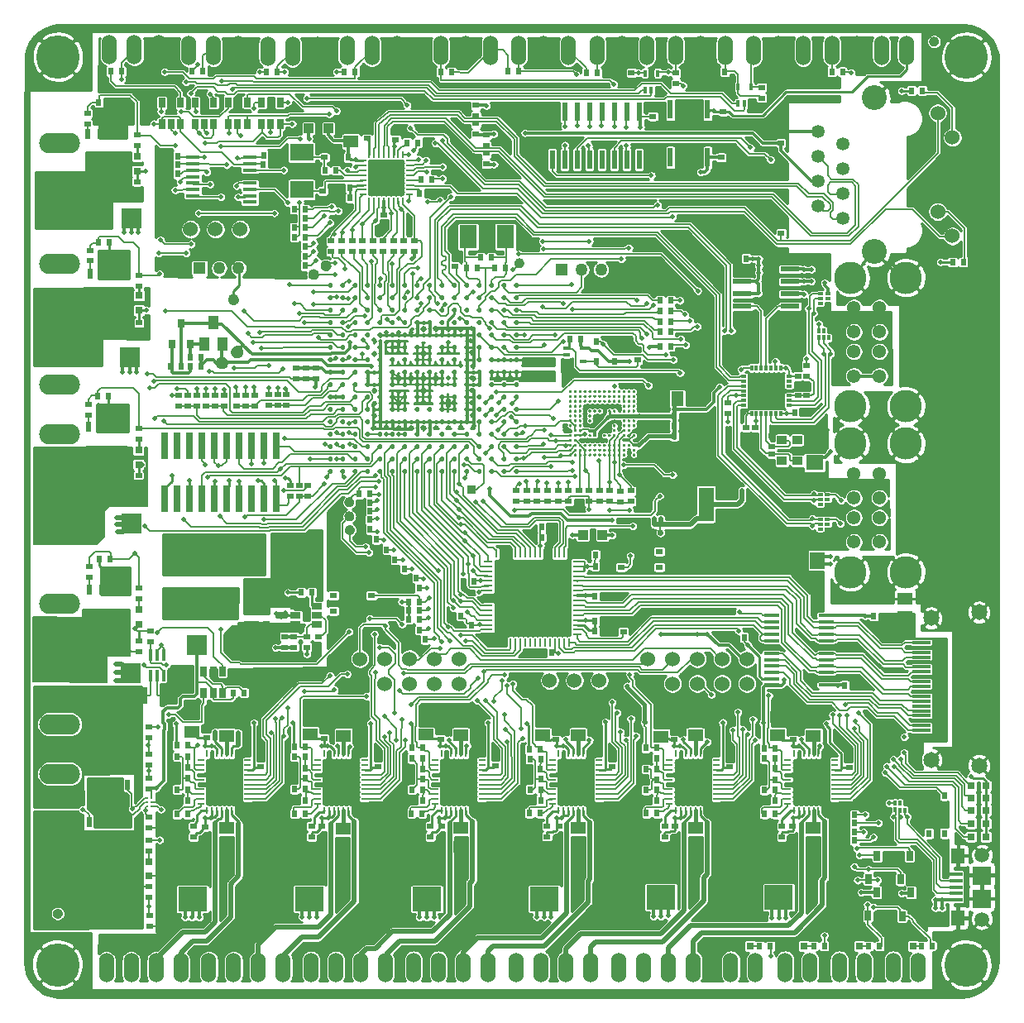
<source format=gtl>
G04 #@! TF.GenerationSoftware,KiCad,Pcbnew,5.1.0+dfsg1-1*
G04 #@! TF.CreationDate,2019-04-17T23:21:44+02:00*
G04 #@! TF.ProjectId,Revolve_A5,5265766f-6c76-4655-9f41-352e6b696361,rev?*
G04 #@! TF.SameCoordinates,Original*
G04 #@! TF.FileFunction,Copper,L1,Top*
G04 #@! TF.FilePolarity,Positive*
%FSLAX46Y46*%
G04 Gerber Fmt 4.6, Leading zero omitted, Abs format (unit mm)*
G04 Created by KiCad (PCBNEW 5.1.0+dfsg1-1) date 2019-04-17 23:21:44*
%MOMM*%
%LPD*%
G04 APERTURE LIST*
%ADD10R,1.060000X0.650000*%
%ADD11R,2.000000X2.000000*%
%ADD12R,4.300000X3.500000*%
%ADD13R,0.500000X1.100000*%
%ADD14R,0.850000X0.850000*%
%ADD15R,0.800000X0.800000*%
%ADD16R,0.700000X0.600000*%
%ADD17R,0.600000X0.700000*%
%ADD18O,1.524000X3.048000*%
%ADD19O,4.191000X2.095500*%
%ADD20C,0.100000*%
%ADD21C,1.000000*%
%ADD22R,0.558800X1.981200*%
%ADD23R,0.400000X0.700000*%
%ADD24R,0.700000X1.000000*%
%ADD25R,1.500000X1.300000*%
%ADD26R,1.600000X1.800000*%
%ADD27R,7.500000X1.800000*%
%ADD28R,3.000000X2.500000*%
%ADD29C,1.650000*%
%ADD30R,1.900000X0.300000*%
%ADD31C,2.550000*%
%ADD32C,1.530000*%
%ADD33C,1.350000*%
%ADD34C,3.316000*%
%ADD35C,1.380000*%
%ADD36R,3.200000X3.200000*%
%ADD37R,0.240000X0.690000*%
%ADD38R,0.690000X0.240000*%
%ADD39C,0.300000*%
%ADD40R,1.300000X1.500000*%
%ADD41R,1.800000X2.400000*%
%ADD42R,1.000000X1.000000*%
%ADD43R,0.290000X0.900000*%
%ADD44R,0.900000X0.290000*%
%ADD45R,5.100000X5.100000*%
%ADD46C,0.500000*%
%ADD47C,0.600000*%
%ADD48C,1.100000*%
%ADD49C,1.270000*%
%ADD50C,3.600000*%
%ADD51R,0.250000X0.700000*%
%ADD52R,0.700000X0.250000*%
%ADD53C,1.500000*%
%ADD54R,1.900000X1.900000*%
%ADD55R,1.400000X1.600000*%
%ADD56R,1.350000X0.400000*%
%ADD57R,1.000000X1.400000*%
%ADD58R,0.800000X0.900000*%
%ADD59C,1.524000*%
%ADD60R,1.524000X1.524000*%
%ADD61R,0.711200X2.794000*%
%ADD62R,2.400000X1.800000*%
%ADD63R,1.600000X1.803000*%
%ADD64R,1.600000X0.300000*%
%ADD65R,1.800000X1.600000*%
%ADD66R,1.981200X0.558800*%
%ADD67R,0.300000X0.520000*%
%ADD68R,0.300000X0.550000*%
%ADD69R,0.520000X0.300000*%
%ADD70R,0.550000X0.300000*%
%ADD71R,1.473200X0.355600*%
%ADD72R,1.270000X1.270000*%
%ADD73R,0.355600X1.168400*%
%ADD74C,4.445000*%
%ADD75R,1.600000X3.500000*%
%ADD76R,0.700000X0.400000*%
%ADD77R,1.000000X0.700000*%
%ADD78R,0.600000X0.800000*%
%ADD79R,0.800000X0.600000*%
%ADD80R,3.500000X3.500000*%
%ADD81R,0.300000X0.600000*%
%ADD82R,0.600000X0.300000*%
%ADD83R,1.000000X0.900000*%
%ADD84C,0.250000*%
%ADD85C,0.503200*%
%ADD86C,0.703200*%
%ADD87C,0.150000*%
%ADD88C,0.250000*%
%ADD89C,0.300000*%
%ADD90C,0.500000*%
%ADD91C,0.200000*%
%ADD92C,0.400000*%
%ADD93C,0.406400*%
%ADD94C,0.254000*%
G04 APERTURE END LIST*
D10*
X128534669Y-115648600D03*
X128534669Y-114698600D03*
X128534669Y-116598600D03*
X126334669Y-116598600D03*
X126334669Y-115648600D03*
X126334669Y-114698600D03*
D11*
X105450000Y-121575000D03*
X109450000Y-121575000D03*
D12*
X107204669Y-84303600D03*
D13*
X105299669Y-80653600D03*
X109109669Y-80653600D03*
X106569669Y-80653600D03*
X107839669Y-80653600D03*
X105299669Y-86453600D03*
X109109669Y-86453600D03*
X106569669Y-86453600D03*
X107839669Y-86453600D03*
D12*
X107029669Y-100003600D03*
D13*
X105124669Y-96353600D03*
X108934669Y-96353600D03*
X106394669Y-96353600D03*
X107664669Y-96353600D03*
X105124669Y-102153600D03*
X108934669Y-102153600D03*
X106394669Y-102153600D03*
X107664669Y-102153600D03*
D12*
X107129669Y-140450000D03*
D13*
X105224669Y-136800000D03*
X109034669Y-136800000D03*
X106494669Y-136800000D03*
X107764669Y-136800000D03*
X105224669Y-142600000D03*
X109034669Y-142600000D03*
X106494669Y-142600000D03*
X107764669Y-142600000D03*
D12*
X107200000Y-129350000D03*
D13*
X109105000Y-133000000D03*
X105295000Y-133000000D03*
X107835000Y-133000000D03*
X106565000Y-133000000D03*
X109105000Y-127200000D03*
X105295000Y-127200000D03*
X107835000Y-127200000D03*
X106565000Y-127200000D03*
D14*
X144300000Y-102800000D03*
D15*
X178389669Y-149523600D03*
X176889669Y-149523600D03*
X184034669Y-149523600D03*
X182534669Y-149523600D03*
X189549669Y-149523600D03*
X188049669Y-149523600D03*
D16*
X110279669Y-80828600D03*
X110279669Y-81928600D03*
X110329669Y-112903600D03*
X110329669Y-114003600D03*
X110304669Y-96553600D03*
X110304669Y-97653600D03*
D15*
X110304669Y-82928600D03*
X110304669Y-84428600D03*
X110329669Y-115053600D03*
X110329669Y-116553600D03*
X110279669Y-98753600D03*
X110279669Y-100253600D03*
D17*
X131339669Y-60008600D03*
X132439669Y-60008600D03*
X115764669Y-59958600D03*
X116864669Y-59958600D03*
X107414669Y-59983600D03*
X108514669Y-59983600D03*
X180459669Y-149523600D03*
X179359669Y-149523600D03*
X186099669Y-149523600D03*
X184999669Y-149523600D03*
X191534669Y-149523600D03*
X190434669Y-149523600D03*
D18*
X187509669Y-151703600D03*
X190049669Y-151703600D03*
X181994669Y-151703600D03*
X184534669Y-151703600D03*
X176444669Y-151703600D03*
X178984669Y-151703600D03*
D19*
X102184669Y-136968600D03*
X102184669Y-142048600D03*
X102184669Y-131888600D03*
X102184669Y-126808600D03*
X102184669Y-102168600D03*
X102184669Y-107248600D03*
X102184669Y-97088600D03*
X102184669Y-92008600D03*
X102184669Y-119568600D03*
X102184669Y-114488600D03*
X102184669Y-84768600D03*
X102184669Y-79688600D03*
D18*
X106969669Y-151753600D03*
X109509669Y-151753600D03*
X112049669Y-151753600D03*
X114589669Y-151753600D03*
D11*
X105504669Y-106278600D03*
X109504669Y-106278600D03*
X105354669Y-89278600D03*
X109354669Y-89278600D03*
D16*
X114389669Y-94238600D03*
X114389669Y-93138600D03*
X116234669Y-93148600D03*
X116234669Y-94248600D03*
X124509669Y-94183600D03*
X124509669Y-93083600D03*
X120309669Y-94218600D03*
X120309669Y-93118600D03*
X125409669Y-93068600D03*
X125409669Y-94168600D03*
X122134669Y-93118600D03*
X122134669Y-94218600D03*
X110304669Y-85728600D03*
X110304669Y-86828600D03*
X110279669Y-101353600D03*
X110279669Y-102453600D03*
X110314669Y-118248600D03*
X110314669Y-119348600D03*
D20*
G36*
X191738679Y-56421007D02*
G01*
X191787215Y-56428206D01*
X191834812Y-56440129D01*
X191881012Y-56456659D01*
X191925368Y-56477638D01*
X191967455Y-56502864D01*
X192006867Y-56532094D01*
X192043223Y-56565046D01*
X192076175Y-56601402D01*
X192105405Y-56640814D01*
X192130631Y-56682901D01*
X192151610Y-56727257D01*
X192168140Y-56773457D01*
X192180063Y-56821054D01*
X192187262Y-56869590D01*
X192189670Y-56918599D01*
X192189670Y-56918601D01*
X192187262Y-56967610D01*
X192180063Y-57016146D01*
X192168140Y-57063743D01*
X192151610Y-57109943D01*
X192130631Y-57154299D01*
X192105405Y-57196386D01*
X192076175Y-57235798D01*
X192043223Y-57272154D01*
X192006867Y-57305106D01*
X191967455Y-57334336D01*
X191925368Y-57359562D01*
X191881012Y-57380541D01*
X191834812Y-57397071D01*
X191787215Y-57408994D01*
X191738679Y-57416193D01*
X191689670Y-57418601D01*
X191689668Y-57418601D01*
X191640659Y-57416193D01*
X191592123Y-57408994D01*
X191544526Y-57397071D01*
X191498326Y-57380541D01*
X191453970Y-57359562D01*
X191411883Y-57334336D01*
X191372471Y-57305106D01*
X191336115Y-57272154D01*
X191303163Y-57235798D01*
X191273933Y-57196386D01*
X191248707Y-57154299D01*
X191227728Y-57109943D01*
X191211198Y-57063743D01*
X191199275Y-57016146D01*
X191192076Y-56967610D01*
X191189668Y-56918601D01*
X191189668Y-56918599D01*
X191192076Y-56869590D01*
X191199275Y-56821054D01*
X191211198Y-56773457D01*
X191227728Y-56727257D01*
X191248707Y-56682901D01*
X191273933Y-56640814D01*
X191303163Y-56601402D01*
X191336115Y-56565046D01*
X191372471Y-56532094D01*
X191411883Y-56502864D01*
X191453970Y-56477638D01*
X191498326Y-56456659D01*
X191544526Y-56440129D01*
X191592123Y-56428206D01*
X191640659Y-56421007D01*
X191689668Y-56418599D01*
X191689670Y-56418599D01*
X191738679Y-56421007D01*
X191738679Y-56421007D01*
G37*
D21*
X191689669Y-56918600D03*
D20*
G36*
X102049010Y-145702407D02*
G01*
X102097546Y-145709606D01*
X102145143Y-145721529D01*
X102191343Y-145738059D01*
X102235699Y-145759038D01*
X102277786Y-145784264D01*
X102317198Y-145813494D01*
X102353554Y-145846446D01*
X102386506Y-145882802D01*
X102415736Y-145922214D01*
X102440962Y-145964301D01*
X102461941Y-146008657D01*
X102478471Y-146054857D01*
X102490394Y-146102454D01*
X102497593Y-146150990D01*
X102500001Y-146199999D01*
X102500001Y-146200001D01*
X102497593Y-146249010D01*
X102490394Y-146297546D01*
X102478471Y-146345143D01*
X102461941Y-146391343D01*
X102440962Y-146435699D01*
X102415736Y-146477786D01*
X102386506Y-146517198D01*
X102353554Y-146553554D01*
X102317198Y-146586506D01*
X102277786Y-146615736D01*
X102235699Y-146640962D01*
X102191343Y-146661941D01*
X102145143Y-146678471D01*
X102097546Y-146690394D01*
X102049010Y-146697593D01*
X102000001Y-146700001D01*
X101999999Y-146700001D01*
X101950990Y-146697593D01*
X101902454Y-146690394D01*
X101854857Y-146678471D01*
X101808657Y-146661941D01*
X101764301Y-146640962D01*
X101722214Y-146615736D01*
X101682802Y-146586506D01*
X101646446Y-146553554D01*
X101613494Y-146517198D01*
X101584264Y-146477786D01*
X101559038Y-146435699D01*
X101538059Y-146391343D01*
X101521529Y-146345143D01*
X101509606Y-146297546D01*
X101502407Y-146249010D01*
X101499999Y-146200001D01*
X101499999Y-146199999D01*
X101502407Y-146150990D01*
X101509606Y-146102454D01*
X101521529Y-146054857D01*
X101538059Y-146008657D01*
X101559038Y-145964301D01*
X101584264Y-145922214D01*
X101613494Y-145882802D01*
X101646446Y-145846446D01*
X101682802Y-145813494D01*
X101722214Y-145784264D01*
X101764301Y-145759038D01*
X101808657Y-145738059D01*
X101854857Y-145721529D01*
X101902454Y-145709606D01*
X101950990Y-145702407D01*
X101999999Y-145699999D01*
X102000001Y-145699999D01*
X102049010Y-145702407D01*
X102049010Y-145702407D01*
G37*
D21*
X102000000Y-146200000D03*
D17*
X106104669Y-93203600D03*
X107204669Y-93203600D03*
X107379669Y-109903600D03*
X106279669Y-109903600D03*
X106179669Y-77503600D03*
X107279669Y-77503600D03*
D12*
X107129669Y-116703600D03*
D13*
X105224669Y-113053600D03*
X109034669Y-113053600D03*
X106494669Y-113053600D03*
X107764669Y-113053600D03*
X105224669Y-118853600D03*
X109034669Y-118853600D03*
X106494669Y-118853600D03*
X107764669Y-118853600D03*
D18*
X146274669Y-57803600D03*
X143734669Y-57803600D03*
X141194669Y-57803600D03*
X154259669Y-57793600D03*
X151719669Y-57793600D03*
X149179669Y-57793600D03*
X162299669Y-57793600D03*
X159759669Y-57793600D03*
X157219669Y-57793600D03*
X170299669Y-57803600D03*
X167759669Y-57803600D03*
X165219669Y-57803600D03*
X178299669Y-57793600D03*
X175759669Y-57793600D03*
X173219669Y-57793600D03*
D22*
X161499669Y-69007400D03*
X160229669Y-69007400D03*
X158959669Y-69007400D03*
X157689669Y-69007400D03*
X156419669Y-69007400D03*
X155149669Y-69007400D03*
X153879669Y-69007400D03*
X152609669Y-69007400D03*
X152609669Y-64079800D03*
X153879669Y-64079800D03*
X155149669Y-64079800D03*
X156419669Y-64079800D03*
X157689669Y-64079800D03*
X158959669Y-64079800D03*
X160229669Y-64079800D03*
X161499669Y-64079800D03*
D16*
X162904669Y-65683600D03*
X162904669Y-64583600D03*
D23*
X162099669Y-60163600D03*
X163399669Y-60163600D03*
X163399669Y-61863600D03*
X162749669Y-61863600D03*
X162099669Y-61863600D03*
X171619669Y-61553600D03*
X172919669Y-61553600D03*
X172919669Y-63253600D03*
X172269669Y-63253600D03*
X171619669Y-63253600D03*
D24*
X184959669Y-142673600D03*
X186759669Y-142673600D03*
X185859669Y-140273600D03*
X184909669Y-146423600D03*
X186709669Y-146423600D03*
X185809669Y-144023600D03*
X188434669Y-146448600D03*
X190234669Y-146448600D03*
X189334669Y-144048600D03*
D15*
X172879669Y-149523600D03*
X171379669Y-149523600D03*
D17*
X174934669Y-149523600D03*
X173834669Y-149523600D03*
D18*
X170879669Y-151703600D03*
X173419669Y-151703600D03*
D24*
X188274669Y-142698600D03*
X190074669Y-142698600D03*
X189174669Y-140298600D03*
D18*
X188844669Y-57793600D03*
X186304669Y-57793600D03*
X183764669Y-57793600D03*
X181224669Y-57793600D03*
D17*
X126244669Y-135968600D03*
X127344669Y-135968600D03*
D25*
X131244669Y-127988600D03*
X131244669Y-126088600D03*
X131194669Y-137523600D03*
X131194669Y-139423600D03*
D16*
X129049669Y-138338600D03*
X129049669Y-137238600D03*
D18*
X117449669Y-151733600D03*
X119989669Y-151733600D03*
X122529669Y-151733600D03*
X125069669Y-151733600D03*
D17*
X127339669Y-131288600D03*
X126239669Y-131288600D03*
D16*
X134754669Y-130028600D03*
X134754669Y-131128600D03*
X129264669Y-128273600D03*
X129264669Y-127173600D03*
D17*
X127334669Y-132373600D03*
X126234669Y-132373600D03*
D16*
X127979669Y-138338600D03*
X127979669Y-137238600D03*
D17*
X138194669Y-135938600D03*
X139294669Y-135938600D03*
D25*
X143244669Y-127968600D03*
X143244669Y-126068600D03*
X143264669Y-137443600D03*
X143264669Y-139343600D03*
D16*
X141319669Y-138338600D03*
X141319669Y-137238600D03*
D18*
X127919669Y-151713600D03*
X130459669Y-151713600D03*
X132999669Y-151713600D03*
X135539669Y-151713600D03*
D17*
X138219669Y-130318600D03*
X139319669Y-130318600D03*
X138214669Y-129243600D03*
X139314669Y-129243600D03*
D16*
X146794669Y-129978600D03*
X146794669Y-131078600D03*
X141169669Y-128338600D03*
X141169669Y-127238600D03*
D17*
X139344669Y-132443600D03*
X138244669Y-132443600D03*
D16*
X140119669Y-138338600D03*
X140119669Y-137238600D03*
D17*
X150244669Y-135913600D03*
X151344669Y-135913600D03*
D25*
X155244669Y-127968600D03*
X155244669Y-126068600D03*
X155264669Y-137443600D03*
X155264669Y-139343600D03*
D16*
X152989669Y-127288600D03*
X152989669Y-128388600D03*
D18*
X138419669Y-151703600D03*
X140959669Y-151703600D03*
X143499669Y-151703600D03*
X146039669Y-151703600D03*
D17*
X150319669Y-130368600D03*
X151419669Y-130368600D03*
X150264669Y-129343600D03*
X151364669Y-129343600D03*
D16*
X158764669Y-130028600D03*
X158764669Y-131128600D03*
X153289669Y-137238600D03*
X153289669Y-138338600D03*
D17*
X151414669Y-132443600D03*
X150314669Y-132443600D03*
D16*
X152069669Y-138318600D03*
X152069669Y-137218600D03*
D17*
X162244669Y-135913600D03*
X163344669Y-135913600D03*
D25*
X167244669Y-127968600D03*
X167244669Y-126068600D03*
X167264669Y-137443600D03*
X167264669Y-139343600D03*
D16*
X165169669Y-138338600D03*
X165169669Y-137238600D03*
D18*
X148919669Y-151713600D03*
X151459669Y-151713600D03*
X153999669Y-151713600D03*
X156539669Y-151713600D03*
D17*
X163289669Y-130288600D03*
X162189669Y-130288600D03*
X162164669Y-129243600D03*
X163264669Y-129243600D03*
D16*
X170784669Y-130078600D03*
X170784669Y-131178600D03*
X165044669Y-128388600D03*
X165044669Y-127288600D03*
D17*
X163314669Y-132493600D03*
X162214669Y-132493600D03*
D16*
X164119669Y-138338600D03*
X164119669Y-137238600D03*
D17*
X162219669Y-134618600D03*
X163319669Y-134618600D03*
X163314669Y-133543600D03*
X162214669Y-133543600D03*
X127334669Y-133463600D03*
X126234669Y-133463600D03*
X126219669Y-134588600D03*
X127319669Y-134588600D03*
X139364669Y-133493600D03*
X138264669Y-133493600D03*
X138219669Y-134618600D03*
X139319669Y-134618600D03*
X150319669Y-134618600D03*
X151419669Y-134618600D03*
X151414669Y-133493600D03*
X150314669Y-133493600D03*
D16*
X126179669Y-117828600D03*
X126179669Y-118928600D03*
X127479669Y-118928600D03*
X127479669Y-117828600D03*
D25*
X121829669Y-114978600D03*
X121829669Y-116878600D03*
D26*
X124654669Y-110553600D03*
X121854669Y-110553600D03*
D27*
X116529669Y-115228600D03*
X116529669Y-109628600D03*
D17*
X183534669Y-138698600D03*
X182434669Y-138698600D03*
X162204669Y-131403600D03*
X163304669Y-131403600D03*
X183539669Y-137803600D03*
X182439669Y-137803600D03*
X183549669Y-136948600D03*
X182449669Y-136948600D03*
X183539669Y-136088600D03*
X182439669Y-136088600D03*
X126234669Y-130143600D03*
X127334669Y-130143600D03*
X139334669Y-131383600D03*
X138234669Y-131383600D03*
X151404669Y-131403600D03*
X150304669Y-131403600D03*
X142294669Y-60033600D03*
X141194669Y-60033600D03*
X148089669Y-59988600D03*
X149189669Y-59988600D03*
X156104669Y-60113600D03*
X157204669Y-60113600D03*
D16*
X165259669Y-61218600D03*
X165259669Y-60118600D03*
X174029669Y-62713600D03*
X174029669Y-61613600D03*
D17*
X182319669Y-60023600D03*
X181219669Y-60023600D03*
D26*
X124659669Y-108378600D03*
X121859669Y-108378600D03*
D16*
X160714669Y-61218600D03*
X160714669Y-60118600D03*
D17*
X169164669Y-60003600D03*
X170264669Y-60003600D03*
D25*
X127809669Y-125908600D03*
X127809669Y-127808600D03*
X139644669Y-125988600D03*
X139644669Y-127888600D03*
X151619669Y-126063600D03*
X151619669Y-127963600D03*
X163719669Y-126163600D03*
X163719669Y-128063600D03*
D28*
X146274669Y-144723600D03*
X139774669Y-144723600D03*
X134264669Y-144713600D03*
X127764669Y-144713600D03*
X158294669Y-144718600D03*
X151794669Y-144718600D03*
X170244669Y-144543600D03*
X163744669Y-144543600D03*
D29*
X196284669Y-115338600D03*
X191384669Y-115938600D03*
X196284669Y-131038600D03*
X191384669Y-130438600D03*
D30*
X190384669Y-127438600D03*
X190384669Y-126938600D03*
X190384669Y-126438600D03*
X190384669Y-125938600D03*
X190384669Y-125438600D03*
X190384669Y-124938600D03*
X190384669Y-124438600D03*
X190384669Y-123938600D03*
X190384669Y-123438600D03*
X190384669Y-122938600D03*
X190384669Y-122438600D03*
X190384669Y-121938600D03*
X190384669Y-121438600D03*
X190384669Y-120938600D03*
X190384669Y-120438600D03*
X190384669Y-119938600D03*
X190384669Y-119438600D03*
X190384669Y-118938600D03*
X190384669Y-118438600D03*
D15*
X195489669Y-133138600D03*
X196989669Y-133138600D03*
D17*
X163619669Y-86658600D03*
X164719669Y-86658600D03*
D15*
X195484669Y-134408600D03*
X196984669Y-134408600D03*
D17*
X163619669Y-85608600D03*
X164719669Y-85608600D03*
D15*
X195484669Y-135633600D03*
X196984669Y-135633600D03*
D17*
X163639669Y-84483600D03*
X164739669Y-84483600D03*
D15*
X195489669Y-136958600D03*
X196989669Y-136958600D03*
D17*
X163634669Y-83408600D03*
X164734669Y-83408600D03*
D31*
X185614669Y-62658600D03*
X185614669Y-78408600D03*
D32*
X192064669Y-64233600D03*
X193564669Y-66733600D03*
X192064669Y-74333600D03*
X193564669Y-76833600D03*
D33*
X179774669Y-66088600D03*
X182314669Y-67358600D03*
X179774669Y-68628600D03*
X182314669Y-69898600D03*
X179774669Y-71168600D03*
X182314669Y-72438600D03*
X179774669Y-73708600D03*
X182314669Y-74978600D03*
D34*
X183129669Y-98083600D03*
X183129669Y-111223600D03*
X188809669Y-98083600D03*
X188809669Y-111223600D03*
D35*
X186099669Y-101153600D03*
X186099669Y-103653600D03*
X186099669Y-105653600D03*
X186099669Y-108153600D03*
X183479669Y-101153600D03*
X183479669Y-103653600D03*
X183479669Y-105653600D03*
X183479669Y-108153600D03*
D34*
X183129669Y-81083600D03*
X183129669Y-94223600D03*
X188809669Y-81083600D03*
X188809669Y-94223600D03*
D35*
X186099669Y-84153600D03*
X186099669Y-86653600D03*
X186099669Y-88653600D03*
X186099669Y-91153600D03*
X183479669Y-84153600D03*
X183479669Y-86653600D03*
X183479669Y-88653600D03*
X183479669Y-91153600D03*
D17*
X174319669Y-135988600D03*
X175419669Y-135988600D03*
D25*
X179344669Y-127993600D03*
X179344669Y-126093600D03*
X179339669Y-137393600D03*
X179339669Y-139293600D03*
D16*
X177219669Y-138338600D03*
X177219669Y-137238600D03*
D18*
X159424669Y-151703600D03*
X161964669Y-151703600D03*
X164504669Y-151703600D03*
X167044669Y-151703600D03*
D17*
X175414669Y-131338600D03*
X174314669Y-131338600D03*
X174309669Y-129283600D03*
X175409669Y-129283600D03*
D16*
X182999669Y-130128600D03*
X182999669Y-131228600D03*
X177294669Y-128388600D03*
X177294669Y-127288600D03*
D17*
X175414669Y-132468600D03*
X174314669Y-132468600D03*
D16*
X176094669Y-138338600D03*
X176094669Y-137238600D03*
D17*
X174319669Y-134618600D03*
X175419669Y-134618600D03*
X175414669Y-133543600D03*
X174314669Y-133543600D03*
X174314669Y-130318600D03*
X175414669Y-130318600D03*
D25*
X175694669Y-126063600D03*
X175694669Y-127963600D03*
D28*
X182294669Y-144543600D03*
X175794669Y-144543600D03*
D16*
X110104669Y-66503600D03*
X110104669Y-67603600D03*
D15*
X110104669Y-68653600D03*
X110104669Y-70153600D03*
D19*
X102159669Y-72418600D03*
X102159669Y-67338600D03*
D11*
X105529669Y-74978600D03*
X109529669Y-74978600D03*
D16*
X110104669Y-71278600D03*
X110104669Y-72378600D03*
D17*
X106194669Y-63153600D03*
X107294669Y-63153600D03*
D12*
X106954669Y-70053600D03*
D13*
X105049669Y-66403600D03*
X108859669Y-66403600D03*
X106319669Y-66403600D03*
X107589669Y-66403600D03*
X105049669Y-72203600D03*
X108859669Y-72203600D03*
X106319669Y-72203600D03*
X107589669Y-72203600D03*
D17*
X123369669Y-60033600D03*
X124469669Y-60033600D03*
D16*
X117184669Y-94248600D03*
X117184669Y-93148600D03*
X119009669Y-93163600D03*
X119009669Y-94263600D03*
D17*
X189399669Y-61948600D03*
X190499669Y-61948600D03*
X193589669Y-79513600D03*
X194689669Y-79513600D03*
D36*
X135594669Y-70843600D03*
D37*
X133844669Y-68488600D03*
X134344669Y-68488600D03*
X134844669Y-68488600D03*
X135344669Y-68488600D03*
X135844669Y-68488600D03*
X136344669Y-68488600D03*
X136844669Y-68488600D03*
X137344669Y-68488600D03*
D38*
X137949669Y-69093600D03*
X137949669Y-69593600D03*
X137949669Y-70093600D03*
X137949669Y-70593600D03*
X137949669Y-71093600D03*
X137949669Y-71593600D03*
X137949669Y-72093600D03*
X137949669Y-72593600D03*
D37*
X137344669Y-73198600D03*
X136844669Y-73198600D03*
X136344669Y-73198600D03*
X135844669Y-73198600D03*
X135344669Y-73198600D03*
X134844669Y-73198600D03*
X134344669Y-73198600D03*
X133844669Y-73198600D03*
D38*
X133239669Y-72593600D03*
X133239669Y-72093600D03*
X133239669Y-71593600D03*
X133239669Y-71093600D03*
X133239669Y-70593600D03*
X133239669Y-70093600D03*
X133239669Y-69593600D03*
X133239669Y-69093600D03*
D17*
X139044669Y-72478600D03*
X140144669Y-72478600D03*
D16*
X133634669Y-66838600D03*
X133634669Y-65738600D03*
D20*
G36*
X154474373Y-99099321D02*
G01*
X154488934Y-99101481D01*
X154503213Y-99105058D01*
X154517073Y-99110017D01*
X154530380Y-99116311D01*
X154543006Y-99123879D01*
X154554829Y-99132647D01*
X154565736Y-99142533D01*
X154575622Y-99153440D01*
X154584390Y-99165263D01*
X154591958Y-99177889D01*
X154598252Y-99191196D01*
X154603211Y-99205056D01*
X154606788Y-99219335D01*
X154608948Y-99233896D01*
X154609670Y-99248599D01*
X154609670Y-99248601D01*
X154608948Y-99263304D01*
X154606788Y-99277865D01*
X154603211Y-99292144D01*
X154598252Y-99306004D01*
X154591958Y-99319311D01*
X154584390Y-99331937D01*
X154575622Y-99343760D01*
X154565736Y-99354667D01*
X154554829Y-99364553D01*
X154543006Y-99373321D01*
X154530380Y-99380889D01*
X154517073Y-99387183D01*
X154503213Y-99392142D01*
X154488934Y-99395719D01*
X154474373Y-99397879D01*
X154459670Y-99398601D01*
X154459668Y-99398601D01*
X154444965Y-99397879D01*
X154430404Y-99395719D01*
X154416125Y-99392142D01*
X154402265Y-99387183D01*
X154388958Y-99380889D01*
X154376332Y-99373321D01*
X154364509Y-99364553D01*
X154353602Y-99354667D01*
X154343716Y-99343760D01*
X154334948Y-99331937D01*
X154327380Y-99319311D01*
X154321086Y-99306004D01*
X154316127Y-99292144D01*
X154312550Y-99277865D01*
X154310390Y-99263304D01*
X154309668Y-99248601D01*
X154309668Y-99248599D01*
X154310390Y-99233896D01*
X154312550Y-99219335D01*
X154316127Y-99205056D01*
X154321086Y-99191196D01*
X154327380Y-99177889D01*
X154334948Y-99165263D01*
X154343716Y-99153440D01*
X154353602Y-99142533D01*
X154364509Y-99132647D01*
X154376332Y-99123879D01*
X154388958Y-99116311D01*
X154402265Y-99110017D01*
X154416125Y-99105058D01*
X154430404Y-99101481D01*
X154444965Y-99099321D01*
X154459668Y-99098599D01*
X154459670Y-99098599D01*
X154474373Y-99099321D01*
X154474373Y-99099321D01*
G37*
D39*
X154459669Y-99248600D03*
D20*
G36*
X154474373Y-98599321D02*
G01*
X154488934Y-98601481D01*
X154503213Y-98605058D01*
X154517073Y-98610017D01*
X154530380Y-98616311D01*
X154543006Y-98623879D01*
X154554829Y-98632647D01*
X154565736Y-98642533D01*
X154575622Y-98653440D01*
X154584390Y-98665263D01*
X154591958Y-98677889D01*
X154598252Y-98691196D01*
X154603211Y-98705056D01*
X154606788Y-98719335D01*
X154608948Y-98733896D01*
X154609670Y-98748599D01*
X154609670Y-98748601D01*
X154608948Y-98763304D01*
X154606788Y-98777865D01*
X154603211Y-98792144D01*
X154598252Y-98806004D01*
X154591958Y-98819311D01*
X154584390Y-98831937D01*
X154575622Y-98843760D01*
X154565736Y-98854667D01*
X154554829Y-98864553D01*
X154543006Y-98873321D01*
X154530380Y-98880889D01*
X154517073Y-98887183D01*
X154503213Y-98892142D01*
X154488934Y-98895719D01*
X154474373Y-98897879D01*
X154459670Y-98898601D01*
X154459668Y-98898601D01*
X154444965Y-98897879D01*
X154430404Y-98895719D01*
X154416125Y-98892142D01*
X154402265Y-98887183D01*
X154388958Y-98880889D01*
X154376332Y-98873321D01*
X154364509Y-98864553D01*
X154353602Y-98854667D01*
X154343716Y-98843760D01*
X154334948Y-98831937D01*
X154327380Y-98819311D01*
X154321086Y-98806004D01*
X154316127Y-98792144D01*
X154312550Y-98777865D01*
X154310390Y-98763304D01*
X154309668Y-98748601D01*
X154309668Y-98748599D01*
X154310390Y-98733896D01*
X154312550Y-98719335D01*
X154316127Y-98705056D01*
X154321086Y-98691196D01*
X154327380Y-98677889D01*
X154334948Y-98665263D01*
X154343716Y-98653440D01*
X154353602Y-98642533D01*
X154364509Y-98632647D01*
X154376332Y-98623879D01*
X154388958Y-98616311D01*
X154402265Y-98610017D01*
X154416125Y-98605058D01*
X154430404Y-98601481D01*
X154444965Y-98599321D01*
X154459668Y-98598599D01*
X154459670Y-98598599D01*
X154474373Y-98599321D01*
X154474373Y-98599321D01*
G37*
D39*
X154459669Y-98748600D03*
D20*
G36*
X154474373Y-98099321D02*
G01*
X154488934Y-98101481D01*
X154503213Y-98105058D01*
X154517073Y-98110017D01*
X154530380Y-98116311D01*
X154543006Y-98123879D01*
X154554829Y-98132647D01*
X154565736Y-98142533D01*
X154575622Y-98153440D01*
X154584390Y-98165263D01*
X154591958Y-98177889D01*
X154598252Y-98191196D01*
X154603211Y-98205056D01*
X154606788Y-98219335D01*
X154608948Y-98233896D01*
X154609670Y-98248599D01*
X154609670Y-98248601D01*
X154608948Y-98263304D01*
X154606788Y-98277865D01*
X154603211Y-98292144D01*
X154598252Y-98306004D01*
X154591958Y-98319311D01*
X154584390Y-98331937D01*
X154575622Y-98343760D01*
X154565736Y-98354667D01*
X154554829Y-98364553D01*
X154543006Y-98373321D01*
X154530380Y-98380889D01*
X154517073Y-98387183D01*
X154503213Y-98392142D01*
X154488934Y-98395719D01*
X154474373Y-98397879D01*
X154459670Y-98398601D01*
X154459668Y-98398601D01*
X154444965Y-98397879D01*
X154430404Y-98395719D01*
X154416125Y-98392142D01*
X154402265Y-98387183D01*
X154388958Y-98380889D01*
X154376332Y-98373321D01*
X154364509Y-98364553D01*
X154353602Y-98354667D01*
X154343716Y-98343760D01*
X154334948Y-98331937D01*
X154327380Y-98319311D01*
X154321086Y-98306004D01*
X154316127Y-98292144D01*
X154312550Y-98277865D01*
X154310390Y-98263304D01*
X154309668Y-98248601D01*
X154309668Y-98248599D01*
X154310390Y-98233896D01*
X154312550Y-98219335D01*
X154316127Y-98205056D01*
X154321086Y-98191196D01*
X154327380Y-98177889D01*
X154334948Y-98165263D01*
X154343716Y-98153440D01*
X154353602Y-98142533D01*
X154364509Y-98132647D01*
X154376332Y-98123879D01*
X154388958Y-98116311D01*
X154402265Y-98110017D01*
X154416125Y-98105058D01*
X154430404Y-98101481D01*
X154444965Y-98099321D01*
X154459668Y-98098599D01*
X154459670Y-98098599D01*
X154474373Y-98099321D01*
X154474373Y-98099321D01*
G37*
D39*
X154459669Y-98248600D03*
D20*
G36*
X154474373Y-97599321D02*
G01*
X154488934Y-97601481D01*
X154503213Y-97605058D01*
X154517073Y-97610017D01*
X154530380Y-97616311D01*
X154543006Y-97623879D01*
X154554829Y-97632647D01*
X154565736Y-97642533D01*
X154575622Y-97653440D01*
X154584390Y-97665263D01*
X154591958Y-97677889D01*
X154598252Y-97691196D01*
X154603211Y-97705056D01*
X154606788Y-97719335D01*
X154608948Y-97733896D01*
X154609670Y-97748599D01*
X154609670Y-97748601D01*
X154608948Y-97763304D01*
X154606788Y-97777865D01*
X154603211Y-97792144D01*
X154598252Y-97806004D01*
X154591958Y-97819311D01*
X154584390Y-97831937D01*
X154575622Y-97843760D01*
X154565736Y-97854667D01*
X154554829Y-97864553D01*
X154543006Y-97873321D01*
X154530380Y-97880889D01*
X154517073Y-97887183D01*
X154503213Y-97892142D01*
X154488934Y-97895719D01*
X154474373Y-97897879D01*
X154459670Y-97898601D01*
X154459668Y-97898601D01*
X154444965Y-97897879D01*
X154430404Y-97895719D01*
X154416125Y-97892142D01*
X154402265Y-97887183D01*
X154388958Y-97880889D01*
X154376332Y-97873321D01*
X154364509Y-97864553D01*
X154353602Y-97854667D01*
X154343716Y-97843760D01*
X154334948Y-97831937D01*
X154327380Y-97819311D01*
X154321086Y-97806004D01*
X154316127Y-97792144D01*
X154312550Y-97777865D01*
X154310390Y-97763304D01*
X154309668Y-97748601D01*
X154309668Y-97748599D01*
X154310390Y-97733896D01*
X154312550Y-97719335D01*
X154316127Y-97705056D01*
X154321086Y-97691196D01*
X154327380Y-97677889D01*
X154334948Y-97665263D01*
X154343716Y-97653440D01*
X154353602Y-97642533D01*
X154364509Y-97632647D01*
X154376332Y-97623879D01*
X154388958Y-97616311D01*
X154402265Y-97610017D01*
X154416125Y-97605058D01*
X154430404Y-97601481D01*
X154444965Y-97599321D01*
X154459668Y-97598599D01*
X154459670Y-97598599D01*
X154474373Y-97599321D01*
X154474373Y-97599321D01*
G37*
D39*
X154459669Y-97748600D03*
D20*
G36*
X154474373Y-97099321D02*
G01*
X154488934Y-97101481D01*
X154503213Y-97105058D01*
X154517073Y-97110017D01*
X154530380Y-97116311D01*
X154543006Y-97123879D01*
X154554829Y-97132647D01*
X154565736Y-97142533D01*
X154575622Y-97153440D01*
X154584390Y-97165263D01*
X154591958Y-97177889D01*
X154598252Y-97191196D01*
X154603211Y-97205056D01*
X154606788Y-97219335D01*
X154608948Y-97233896D01*
X154609670Y-97248599D01*
X154609670Y-97248601D01*
X154608948Y-97263304D01*
X154606788Y-97277865D01*
X154603211Y-97292144D01*
X154598252Y-97306004D01*
X154591958Y-97319311D01*
X154584390Y-97331937D01*
X154575622Y-97343760D01*
X154565736Y-97354667D01*
X154554829Y-97364553D01*
X154543006Y-97373321D01*
X154530380Y-97380889D01*
X154517073Y-97387183D01*
X154503213Y-97392142D01*
X154488934Y-97395719D01*
X154474373Y-97397879D01*
X154459670Y-97398601D01*
X154459668Y-97398601D01*
X154444965Y-97397879D01*
X154430404Y-97395719D01*
X154416125Y-97392142D01*
X154402265Y-97387183D01*
X154388958Y-97380889D01*
X154376332Y-97373321D01*
X154364509Y-97364553D01*
X154353602Y-97354667D01*
X154343716Y-97343760D01*
X154334948Y-97331937D01*
X154327380Y-97319311D01*
X154321086Y-97306004D01*
X154316127Y-97292144D01*
X154312550Y-97277865D01*
X154310390Y-97263304D01*
X154309668Y-97248601D01*
X154309668Y-97248599D01*
X154310390Y-97233896D01*
X154312550Y-97219335D01*
X154316127Y-97205056D01*
X154321086Y-97191196D01*
X154327380Y-97177889D01*
X154334948Y-97165263D01*
X154343716Y-97153440D01*
X154353602Y-97142533D01*
X154364509Y-97132647D01*
X154376332Y-97123879D01*
X154388958Y-97116311D01*
X154402265Y-97110017D01*
X154416125Y-97105058D01*
X154430404Y-97101481D01*
X154444965Y-97099321D01*
X154459668Y-97098599D01*
X154459670Y-97098599D01*
X154474373Y-97099321D01*
X154474373Y-97099321D01*
G37*
D39*
X154459669Y-97248600D03*
D20*
G36*
X154474373Y-96599321D02*
G01*
X154488934Y-96601481D01*
X154503213Y-96605058D01*
X154517073Y-96610017D01*
X154530380Y-96616311D01*
X154543006Y-96623879D01*
X154554829Y-96632647D01*
X154565736Y-96642533D01*
X154575622Y-96653440D01*
X154584390Y-96665263D01*
X154591958Y-96677889D01*
X154598252Y-96691196D01*
X154603211Y-96705056D01*
X154606788Y-96719335D01*
X154608948Y-96733896D01*
X154609670Y-96748599D01*
X154609670Y-96748601D01*
X154608948Y-96763304D01*
X154606788Y-96777865D01*
X154603211Y-96792144D01*
X154598252Y-96806004D01*
X154591958Y-96819311D01*
X154584390Y-96831937D01*
X154575622Y-96843760D01*
X154565736Y-96854667D01*
X154554829Y-96864553D01*
X154543006Y-96873321D01*
X154530380Y-96880889D01*
X154517073Y-96887183D01*
X154503213Y-96892142D01*
X154488934Y-96895719D01*
X154474373Y-96897879D01*
X154459670Y-96898601D01*
X154459668Y-96898601D01*
X154444965Y-96897879D01*
X154430404Y-96895719D01*
X154416125Y-96892142D01*
X154402265Y-96887183D01*
X154388958Y-96880889D01*
X154376332Y-96873321D01*
X154364509Y-96864553D01*
X154353602Y-96854667D01*
X154343716Y-96843760D01*
X154334948Y-96831937D01*
X154327380Y-96819311D01*
X154321086Y-96806004D01*
X154316127Y-96792144D01*
X154312550Y-96777865D01*
X154310390Y-96763304D01*
X154309668Y-96748601D01*
X154309668Y-96748599D01*
X154310390Y-96733896D01*
X154312550Y-96719335D01*
X154316127Y-96705056D01*
X154321086Y-96691196D01*
X154327380Y-96677889D01*
X154334948Y-96665263D01*
X154343716Y-96653440D01*
X154353602Y-96642533D01*
X154364509Y-96632647D01*
X154376332Y-96623879D01*
X154388958Y-96616311D01*
X154402265Y-96610017D01*
X154416125Y-96605058D01*
X154430404Y-96601481D01*
X154444965Y-96599321D01*
X154459668Y-96598599D01*
X154459670Y-96598599D01*
X154474373Y-96599321D01*
X154474373Y-96599321D01*
G37*
D39*
X154459669Y-96748600D03*
D20*
G36*
X154474373Y-96099321D02*
G01*
X154488934Y-96101481D01*
X154503213Y-96105058D01*
X154517073Y-96110017D01*
X154530380Y-96116311D01*
X154543006Y-96123879D01*
X154554829Y-96132647D01*
X154565736Y-96142533D01*
X154575622Y-96153440D01*
X154584390Y-96165263D01*
X154591958Y-96177889D01*
X154598252Y-96191196D01*
X154603211Y-96205056D01*
X154606788Y-96219335D01*
X154608948Y-96233896D01*
X154609670Y-96248599D01*
X154609670Y-96248601D01*
X154608948Y-96263304D01*
X154606788Y-96277865D01*
X154603211Y-96292144D01*
X154598252Y-96306004D01*
X154591958Y-96319311D01*
X154584390Y-96331937D01*
X154575622Y-96343760D01*
X154565736Y-96354667D01*
X154554829Y-96364553D01*
X154543006Y-96373321D01*
X154530380Y-96380889D01*
X154517073Y-96387183D01*
X154503213Y-96392142D01*
X154488934Y-96395719D01*
X154474373Y-96397879D01*
X154459670Y-96398601D01*
X154459668Y-96398601D01*
X154444965Y-96397879D01*
X154430404Y-96395719D01*
X154416125Y-96392142D01*
X154402265Y-96387183D01*
X154388958Y-96380889D01*
X154376332Y-96373321D01*
X154364509Y-96364553D01*
X154353602Y-96354667D01*
X154343716Y-96343760D01*
X154334948Y-96331937D01*
X154327380Y-96319311D01*
X154321086Y-96306004D01*
X154316127Y-96292144D01*
X154312550Y-96277865D01*
X154310390Y-96263304D01*
X154309668Y-96248601D01*
X154309668Y-96248599D01*
X154310390Y-96233896D01*
X154312550Y-96219335D01*
X154316127Y-96205056D01*
X154321086Y-96191196D01*
X154327380Y-96177889D01*
X154334948Y-96165263D01*
X154343716Y-96153440D01*
X154353602Y-96142533D01*
X154364509Y-96132647D01*
X154376332Y-96123879D01*
X154388958Y-96116311D01*
X154402265Y-96110017D01*
X154416125Y-96105058D01*
X154430404Y-96101481D01*
X154444965Y-96099321D01*
X154459668Y-96098599D01*
X154459670Y-96098599D01*
X154474373Y-96099321D01*
X154474373Y-96099321D01*
G37*
D39*
X154459669Y-96248600D03*
D20*
G36*
X154474373Y-95599321D02*
G01*
X154488934Y-95601481D01*
X154503213Y-95605058D01*
X154517073Y-95610017D01*
X154530380Y-95616311D01*
X154543006Y-95623879D01*
X154554829Y-95632647D01*
X154565736Y-95642533D01*
X154575622Y-95653440D01*
X154584390Y-95665263D01*
X154591958Y-95677889D01*
X154598252Y-95691196D01*
X154603211Y-95705056D01*
X154606788Y-95719335D01*
X154608948Y-95733896D01*
X154609670Y-95748599D01*
X154609670Y-95748601D01*
X154608948Y-95763304D01*
X154606788Y-95777865D01*
X154603211Y-95792144D01*
X154598252Y-95806004D01*
X154591958Y-95819311D01*
X154584390Y-95831937D01*
X154575622Y-95843760D01*
X154565736Y-95854667D01*
X154554829Y-95864553D01*
X154543006Y-95873321D01*
X154530380Y-95880889D01*
X154517073Y-95887183D01*
X154503213Y-95892142D01*
X154488934Y-95895719D01*
X154474373Y-95897879D01*
X154459670Y-95898601D01*
X154459668Y-95898601D01*
X154444965Y-95897879D01*
X154430404Y-95895719D01*
X154416125Y-95892142D01*
X154402265Y-95887183D01*
X154388958Y-95880889D01*
X154376332Y-95873321D01*
X154364509Y-95864553D01*
X154353602Y-95854667D01*
X154343716Y-95843760D01*
X154334948Y-95831937D01*
X154327380Y-95819311D01*
X154321086Y-95806004D01*
X154316127Y-95792144D01*
X154312550Y-95777865D01*
X154310390Y-95763304D01*
X154309668Y-95748601D01*
X154309668Y-95748599D01*
X154310390Y-95733896D01*
X154312550Y-95719335D01*
X154316127Y-95705056D01*
X154321086Y-95691196D01*
X154327380Y-95677889D01*
X154334948Y-95665263D01*
X154343716Y-95653440D01*
X154353602Y-95642533D01*
X154364509Y-95632647D01*
X154376332Y-95623879D01*
X154388958Y-95616311D01*
X154402265Y-95610017D01*
X154416125Y-95605058D01*
X154430404Y-95601481D01*
X154444965Y-95599321D01*
X154459668Y-95598599D01*
X154459670Y-95598599D01*
X154474373Y-95599321D01*
X154474373Y-95599321D01*
G37*
D39*
X154459669Y-95748600D03*
D20*
G36*
X154474373Y-95099321D02*
G01*
X154488934Y-95101481D01*
X154503213Y-95105058D01*
X154517073Y-95110017D01*
X154530380Y-95116311D01*
X154543006Y-95123879D01*
X154554829Y-95132647D01*
X154565736Y-95142533D01*
X154575622Y-95153440D01*
X154584390Y-95165263D01*
X154591958Y-95177889D01*
X154598252Y-95191196D01*
X154603211Y-95205056D01*
X154606788Y-95219335D01*
X154608948Y-95233896D01*
X154609670Y-95248599D01*
X154609670Y-95248601D01*
X154608948Y-95263304D01*
X154606788Y-95277865D01*
X154603211Y-95292144D01*
X154598252Y-95306004D01*
X154591958Y-95319311D01*
X154584390Y-95331937D01*
X154575622Y-95343760D01*
X154565736Y-95354667D01*
X154554829Y-95364553D01*
X154543006Y-95373321D01*
X154530380Y-95380889D01*
X154517073Y-95387183D01*
X154503213Y-95392142D01*
X154488934Y-95395719D01*
X154474373Y-95397879D01*
X154459670Y-95398601D01*
X154459668Y-95398601D01*
X154444965Y-95397879D01*
X154430404Y-95395719D01*
X154416125Y-95392142D01*
X154402265Y-95387183D01*
X154388958Y-95380889D01*
X154376332Y-95373321D01*
X154364509Y-95364553D01*
X154353602Y-95354667D01*
X154343716Y-95343760D01*
X154334948Y-95331937D01*
X154327380Y-95319311D01*
X154321086Y-95306004D01*
X154316127Y-95292144D01*
X154312550Y-95277865D01*
X154310390Y-95263304D01*
X154309668Y-95248601D01*
X154309668Y-95248599D01*
X154310390Y-95233896D01*
X154312550Y-95219335D01*
X154316127Y-95205056D01*
X154321086Y-95191196D01*
X154327380Y-95177889D01*
X154334948Y-95165263D01*
X154343716Y-95153440D01*
X154353602Y-95142533D01*
X154364509Y-95132647D01*
X154376332Y-95123879D01*
X154388958Y-95116311D01*
X154402265Y-95110017D01*
X154416125Y-95105058D01*
X154430404Y-95101481D01*
X154444965Y-95099321D01*
X154459668Y-95098599D01*
X154459670Y-95098599D01*
X154474373Y-95099321D01*
X154474373Y-95099321D01*
G37*
D39*
X154459669Y-95248600D03*
D20*
G36*
X154474373Y-94599321D02*
G01*
X154488934Y-94601481D01*
X154503213Y-94605058D01*
X154517073Y-94610017D01*
X154530380Y-94616311D01*
X154543006Y-94623879D01*
X154554829Y-94632647D01*
X154565736Y-94642533D01*
X154575622Y-94653440D01*
X154584390Y-94665263D01*
X154591958Y-94677889D01*
X154598252Y-94691196D01*
X154603211Y-94705056D01*
X154606788Y-94719335D01*
X154608948Y-94733896D01*
X154609670Y-94748599D01*
X154609670Y-94748601D01*
X154608948Y-94763304D01*
X154606788Y-94777865D01*
X154603211Y-94792144D01*
X154598252Y-94806004D01*
X154591958Y-94819311D01*
X154584390Y-94831937D01*
X154575622Y-94843760D01*
X154565736Y-94854667D01*
X154554829Y-94864553D01*
X154543006Y-94873321D01*
X154530380Y-94880889D01*
X154517073Y-94887183D01*
X154503213Y-94892142D01*
X154488934Y-94895719D01*
X154474373Y-94897879D01*
X154459670Y-94898601D01*
X154459668Y-94898601D01*
X154444965Y-94897879D01*
X154430404Y-94895719D01*
X154416125Y-94892142D01*
X154402265Y-94887183D01*
X154388958Y-94880889D01*
X154376332Y-94873321D01*
X154364509Y-94864553D01*
X154353602Y-94854667D01*
X154343716Y-94843760D01*
X154334948Y-94831937D01*
X154327380Y-94819311D01*
X154321086Y-94806004D01*
X154316127Y-94792144D01*
X154312550Y-94777865D01*
X154310390Y-94763304D01*
X154309668Y-94748601D01*
X154309668Y-94748599D01*
X154310390Y-94733896D01*
X154312550Y-94719335D01*
X154316127Y-94705056D01*
X154321086Y-94691196D01*
X154327380Y-94677889D01*
X154334948Y-94665263D01*
X154343716Y-94653440D01*
X154353602Y-94642533D01*
X154364509Y-94632647D01*
X154376332Y-94623879D01*
X154388958Y-94616311D01*
X154402265Y-94610017D01*
X154416125Y-94605058D01*
X154430404Y-94601481D01*
X154444965Y-94599321D01*
X154459668Y-94598599D01*
X154459670Y-94598599D01*
X154474373Y-94599321D01*
X154474373Y-94599321D01*
G37*
D39*
X154459669Y-94748600D03*
D20*
G36*
X154474373Y-94099321D02*
G01*
X154488934Y-94101481D01*
X154503213Y-94105058D01*
X154517073Y-94110017D01*
X154530380Y-94116311D01*
X154543006Y-94123879D01*
X154554829Y-94132647D01*
X154565736Y-94142533D01*
X154575622Y-94153440D01*
X154584390Y-94165263D01*
X154591958Y-94177889D01*
X154598252Y-94191196D01*
X154603211Y-94205056D01*
X154606788Y-94219335D01*
X154608948Y-94233896D01*
X154609670Y-94248599D01*
X154609670Y-94248601D01*
X154608948Y-94263304D01*
X154606788Y-94277865D01*
X154603211Y-94292144D01*
X154598252Y-94306004D01*
X154591958Y-94319311D01*
X154584390Y-94331937D01*
X154575622Y-94343760D01*
X154565736Y-94354667D01*
X154554829Y-94364553D01*
X154543006Y-94373321D01*
X154530380Y-94380889D01*
X154517073Y-94387183D01*
X154503213Y-94392142D01*
X154488934Y-94395719D01*
X154474373Y-94397879D01*
X154459670Y-94398601D01*
X154459668Y-94398601D01*
X154444965Y-94397879D01*
X154430404Y-94395719D01*
X154416125Y-94392142D01*
X154402265Y-94387183D01*
X154388958Y-94380889D01*
X154376332Y-94373321D01*
X154364509Y-94364553D01*
X154353602Y-94354667D01*
X154343716Y-94343760D01*
X154334948Y-94331937D01*
X154327380Y-94319311D01*
X154321086Y-94306004D01*
X154316127Y-94292144D01*
X154312550Y-94277865D01*
X154310390Y-94263304D01*
X154309668Y-94248601D01*
X154309668Y-94248599D01*
X154310390Y-94233896D01*
X154312550Y-94219335D01*
X154316127Y-94205056D01*
X154321086Y-94191196D01*
X154327380Y-94177889D01*
X154334948Y-94165263D01*
X154343716Y-94153440D01*
X154353602Y-94142533D01*
X154364509Y-94132647D01*
X154376332Y-94123879D01*
X154388958Y-94116311D01*
X154402265Y-94110017D01*
X154416125Y-94105058D01*
X154430404Y-94101481D01*
X154444965Y-94099321D01*
X154459668Y-94098599D01*
X154459670Y-94098599D01*
X154474373Y-94099321D01*
X154474373Y-94099321D01*
G37*
D39*
X154459669Y-94248600D03*
D20*
G36*
X154474373Y-93599321D02*
G01*
X154488934Y-93601481D01*
X154503213Y-93605058D01*
X154517073Y-93610017D01*
X154530380Y-93616311D01*
X154543006Y-93623879D01*
X154554829Y-93632647D01*
X154565736Y-93642533D01*
X154575622Y-93653440D01*
X154584390Y-93665263D01*
X154591958Y-93677889D01*
X154598252Y-93691196D01*
X154603211Y-93705056D01*
X154606788Y-93719335D01*
X154608948Y-93733896D01*
X154609670Y-93748599D01*
X154609670Y-93748601D01*
X154608948Y-93763304D01*
X154606788Y-93777865D01*
X154603211Y-93792144D01*
X154598252Y-93806004D01*
X154591958Y-93819311D01*
X154584390Y-93831937D01*
X154575622Y-93843760D01*
X154565736Y-93854667D01*
X154554829Y-93864553D01*
X154543006Y-93873321D01*
X154530380Y-93880889D01*
X154517073Y-93887183D01*
X154503213Y-93892142D01*
X154488934Y-93895719D01*
X154474373Y-93897879D01*
X154459670Y-93898601D01*
X154459668Y-93898601D01*
X154444965Y-93897879D01*
X154430404Y-93895719D01*
X154416125Y-93892142D01*
X154402265Y-93887183D01*
X154388958Y-93880889D01*
X154376332Y-93873321D01*
X154364509Y-93864553D01*
X154353602Y-93854667D01*
X154343716Y-93843760D01*
X154334948Y-93831937D01*
X154327380Y-93819311D01*
X154321086Y-93806004D01*
X154316127Y-93792144D01*
X154312550Y-93777865D01*
X154310390Y-93763304D01*
X154309668Y-93748601D01*
X154309668Y-93748599D01*
X154310390Y-93733896D01*
X154312550Y-93719335D01*
X154316127Y-93705056D01*
X154321086Y-93691196D01*
X154327380Y-93677889D01*
X154334948Y-93665263D01*
X154343716Y-93653440D01*
X154353602Y-93642533D01*
X154364509Y-93632647D01*
X154376332Y-93623879D01*
X154388958Y-93616311D01*
X154402265Y-93610017D01*
X154416125Y-93605058D01*
X154430404Y-93601481D01*
X154444965Y-93599321D01*
X154459668Y-93598599D01*
X154459670Y-93598599D01*
X154474373Y-93599321D01*
X154474373Y-93599321D01*
G37*
D39*
X154459669Y-93748600D03*
D20*
G36*
X154474373Y-93099321D02*
G01*
X154488934Y-93101481D01*
X154503213Y-93105058D01*
X154517073Y-93110017D01*
X154530380Y-93116311D01*
X154543006Y-93123879D01*
X154554829Y-93132647D01*
X154565736Y-93142533D01*
X154575622Y-93153440D01*
X154584390Y-93165263D01*
X154591958Y-93177889D01*
X154598252Y-93191196D01*
X154603211Y-93205056D01*
X154606788Y-93219335D01*
X154608948Y-93233896D01*
X154609670Y-93248599D01*
X154609670Y-93248601D01*
X154608948Y-93263304D01*
X154606788Y-93277865D01*
X154603211Y-93292144D01*
X154598252Y-93306004D01*
X154591958Y-93319311D01*
X154584390Y-93331937D01*
X154575622Y-93343760D01*
X154565736Y-93354667D01*
X154554829Y-93364553D01*
X154543006Y-93373321D01*
X154530380Y-93380889D01*
X154517073Y-93387183D01*
X154503213Y-93392142D01*
X154488934Y-93395719D01*
X154474373Y-93397879D01*
X154459670Y-93398601D01*
X154459668Y-93398601D01*
X154444965Y-93397879D01*
X154430404Y-93395719D01*
X154416125Y-93392142D01*
X154402265Y-93387183D01*
X154388958Y-93380889D01*
X154376332Y-93373321D01*
X154364509Y-93364553D01*
X154353602Y-93354667D01*
X154343716Y-93343760D01*
X154334948Y-93331937D01*
X154327380Y-93319311D01*
X154321086Y-93306004D01*
X154316127Y-93292144D01*
X154312550Y-93277865D01*
X154310390Y-93263304D01*
X154309668Y-93248601D01*
X154309668Y-93248599D01*
X154310390Y-93233896D01*
X154312550Y-93219335D01*
X154316127Y-93205056D01*
X154321086Y-93191196D01*
X154327380Y-93177889D01*
X154334948Y-93165263D01*
X154343716Y-93153440D01*
X154353602Y-93142533D01*
X154364509Y-93132647D01*
X154376332Y-93123879D01*
X154388958Y-93116311D01*
X154402265Y-93110017D01*
X154416125Y-93105058D01*
X154430404Y-93101481D01*
X154444965Y-93099321D01*
X154459668Y-93098599D01*
X154459670Y-93098599D01*
X154474373Y-93099321D01*
X154474373Y-93099321D01*
G37*
D39*
X154459669Y-93248600D03*
D20*
G36*
X154474373Y-92599321D02*
G01*
X154488934Y-92601481D01*
X154503213Y-92605058D01*
X154517073Y-92610017D01*
X154530380Y-92616311D01*
X154543006Y-92623879D01*
X154554829Y-92632647D01*
X154565736Y-92642533D01*
X154575622Y-92653440D01*
X154584390Y-92665263D01*
X154591958Y-92677889D01*
X154598252Y-92691196D01*
X154603211Y-92705056D01*
X154606788Y-92719335D01*
X154608948Y-92733896D01*
X154609670Y-92748599D01*
X154609670Y-92748601D01*
X154608948Y-92763304D01*
X154606788Y-92777865D01*
X154603211Y-92792144D01*
X154598252Y-92806004D01*
X154591958Y-92819311D01*
X154584390Y-92831937D01*
X154575622Y-92843760D01*
X154565736Y-92854667D01*
X154554829Y-92864553D01*
X154543006Y-92873321D01*
X154530380Y-92880889D01*
X154517073Y-92887183D01*
X154503213Y-92892142D01*
X154488934Y-92895719D01*
X154474373Y-92897879D01*
X154459670Y-92898601D01*
X154459668Y-92898601D01*
X154444965Y-92897879D01*
X154430404Y-92895719D01*
X154416125Y-92892142D01*
X154402265Y-92887183D01*
X154388958Y-92880889D01*
X154376332Y-92873321D01*
X154364509Y-92864553D01*
X154353602Y-92854667D01*
X154343716Y-92843760D01*
X154334948Y-92831937D01*
X154327380Y-92819311D01*
X154321086Y-92806004D01*
X154316127Y-92792144D01*
X154312550Y-92777865D01*
X154310390Y-92763304D01*
X154309668Y-92748601D01*
X154309668Y-92748599D01*
X154310390Y-92733896D01*
X154312550Y-92719335D01*
X154316127Y-92705056D01*
X154321086Y-92691196D01*
X154327380Y-92677889D01*
X154334948Y-92665263D01*
X154343716Y-92653440D01*
X154353602Y-92642533D01*
X154364509Y-92632647D01*
X154376332Y-92623879D01*
X154388958Y-92616311D01*
X154402265Y-92610017D01*
X154416125Y-92605058D01*
X154430404Y-92601481D01*
X154444965Y-92599321D01*
X154459668Y-92598599D01*
X154459670Y-92598599D01*
X154474373Y-92599321D01*
X154474373Y-92599321D01*
G37*
D39*
X154459669Y-92748600D03*
D20*
G36*
X154974373Y-99099321D02*
G01*
X154988934Y-99101481D01*
X155003213Y-99105058D01*
X155017073Y-99110017D01*
X155030380Y-99116311D01*
X155043006Y-99123879D01*
X155054829Y-99132647D01*
X155065736Y-99142533D01*
X155075622Y-99153440D01*
X155084390Y-99165263D01*
X155091958Y-99177889D01*
X155098252Y-99191196D01*
X155103211Y-99205056D01*
X155106788Y-99219335D01*
X155108948Y-99233896D01*
X155109670Y-99248599D01*
X155109670Y-99248601D01*
X155108948Y-99263304D01*
X155106788Y-99277865D01*
X155103211Y-99292144D01*
X155098252Y-99306004D01*
X155091958Y-99319311D01*
X155084390Y-99331937D01*
X155075622Y-99343760D01*
X155065736Y-99354667D01*
X155054829Y-99364553D01*
X155043006Y-99373321D01*
X155030380Y-99380889D01*
X155017073Y-99387183D01*
X155003213Y-99392142D01*
X154988934Y-99395719D01*
X154974373Y-99397879D01*
X154959670Y-99398601D01*
X154959668Y-99398601D01*
X154944965Y-99397879D01*
X154930404Y-99395719D01*
X154916125Y-99392142D01*
X154902265Y-99387183D01*
X154888958Y-99380889D01*
X154876332Y-99373321D01*
X154864509Y-99364553D01*
X154853602Y-99354667D01*
X154843716Y-99343760D01*
X154834948Y-99331937D01*
X154827380Y-99319311D01*
X154821086Y-99306004D01*
X154816127Y-99292144D01*
X154812550Y-99277865D01*
X154810390Y-99263304D01*
X154809668Y-99248601D01*
X154809668Y-99248599D01*
X154810390Y-99233896D01*
X154812550Y-99219335D01*
X154816127Y-99205056D01*
X154821086Y-99191196D01*
X154827380Y-99177889D01*
X154834948Y-99165263D01*
X154843716Y-99153440D01*
X154853602Y-99142533D01*
X154864509Y-99132647D01*
X154876332Y-99123879D01*
X154888958Y-99116311D01*
X154902265Y-99110017D01*
X154916125Y-99105058D01*
X154930404Y-99101481D01*
X154944965Y-99099321D01*
X154959668Y-99098599D01*
X154959670Y-99098599D01*
X154974373Y-99099321D01*
X154974373Y-99099321D01*
G37*
D39*
X154959669Y-99248600D03*
D20*
G36*
X154974373Y-98599321D02*
G01*
X154988934Y-98601481D01*
X155003213Y-98605058D01*
X155017073Y-98610017D01*
X155030380Y-98616311D01*
X155043006Y-98623879D01*
X155054829Y-98632647D01*
X155065736Y-98642533D01*
X155075622Y-98653440D01*
X155084390Y-98665263D01*
X155091958Y-98677889D01*
X155098252Y-98691196D01*
X155103211Y-98705056D01*
X155106788Y-98719335D01*
X155108948Y-98733896D01*
X155109670Y-98748599D01*
X155109670Y-98748601D01*
X155108948Y-98763304D01*
X155106788Y-98777865D01*
X155103211Y-98792144D01*
X155098252Y-98806004D01*
X155091958Y-98819311D01*
X155084390Y-98831937D01*
X155075622Y-98843760D01*
X155065736Y-98854667D01*
X155054829Y-98864553D01*
X155043006Y-98873321D01*
X155030380Y-98880889D01*
X155017073Y-98887183D01*
X155003213Y-98892142D01*
X154988934Y-98895719D01*
X154974373Y-98897879D01*
X154959670Y-98898601D01*
X154959668Y-98898601D01*
X154944965Y-98897879D01*
X154930404Y-98895719D01*
X154916125Y-98892142D01*
X154902265Y-98887183D01*
X154888958Y-98880889D01*
X154876332Y-98873321D01*
X154864509Y-98864553D01*
X154853602Y-98854667D01*
X154843716Y-98843760D01*
X154834948Y-98831937D01*
X154827380Y-98819311D01*
X154821086Y-98806004D01*
X154816127Y-98792144D01*
X154812550Y-98777865D01*
X154810390Y-98763304D01*
X154809668Y-98748601D01*
X154809668Y-98748599D01*
X154810390Y-98733896D01*
X154812550Y-98719335D01*
X154816127Y-98705056D01*
X154821086Y-98691196D01*
X154827380Y-98677889D01*
X154834948Y-98665263D01*
X154843716Y-98653440D01*
X154853602Y-98642533D01*
X154864509Y-98632647D01*
X154876332Y-98623879D01*
X154888958Y-98616311D01*
X154902265Y-98610017D01*
X154916125Y-98605058D01*
X154930404Y-98601481D01*
X154944965Y-98599321D01*
X154959668Y-98598599D01*
X154959670Y-98598599D01*
X154974373Y-98599321D01*
X154974373Y-98599321D01*
G37*
D39*
X154959669Y-98748600D03*
D20*
G36*
X154974373Y-98099321D02*
G01*
X154988934Y-98101481D01*
X155003213Y-98105058D01*
X155017073Y-98110017D01*
X155030380Y-98116311D01*
X155043006Y-98123879D01*
X155054829Y-98132647D01*
X155065736Y-98142533D01*
X155075622Y-98153440D01*
X155084390Y-98165263D01*
X155091958Y-98177889D01*
X155098252Y-98191196D01*
X155103211Y-98205056D01*
X155106788Y-98219335D01*
X155108948Y-98233896D01*
X155109670Y-98248599D01*
X155109670Y-98248601D01*
X155108948Y-98263304D01*
X155106788Y-98277865D01*
X155103211Y-98292144D01*
X155098252Y-98306004D01*
X155091958Y-98319311D01*
X155084390Y-98331937D01*
X155075622Y-98343760D01*
X155065736Y-98354667D01*
X155054829Y-98364553D01*
X155043006Y-98373321D01*
X155030380Y-98380889D01*
X155017073Y-98387183D01*
X155003213Y-98392142D01*
X154988934Y-98395719D01*
X154974373Y-98397879D01*
X154959670Y-98398601D01*
X154959668Y-98398601D01*
X154944965Y-98397879D01*
X154930404Y-98395719D01*
X154916125Y-98392142D01*
X154902265Y-98387183D01*
X154888958Y-98380889D01*
X154876332Y-98373321D01*
X154864509Y-98364553D01*
X154853602Y-98354667D01*
X154843716Y-98343760D01*
X154834948Y-98331937D01*
X154827380Y-98319311D01*
X154821086Y-98306004D01*
X154816127Y-98292144D01*
X154812550Y-98277865D01*
X154810390Y-98263304D01*
X154809668Y-98248601D01*
X154809668Y-98248599D01*
X154810390Y-98233896D01*
X154812550Y-98219335D01*
X154816127Y-98205056D01*
X154821086Y-98191196D01*
X154827380Y-98177889D01*
X154834948Y-98165263D01*
X154843716Y-98153440D01*
X154853602Y-98142533D01*
X154864509Y-98132647D01*
X154876332Y-98123879D01*
X154888958Y-98116311D01*
X154902265Y-98110017D01*
X154916125Y-98105058D01*
X154930404Y-98101481D01*
X154944965Y-98099321D01*
X154959668Y-98098599D01*
X154959670Y-98098599D01*
X154974373Y-98099321D01*
X154974373Y-98099321D01*
G37*
D39*
X154959669Y-98248600D03*
D20*
G36*
X154974373Y-97599321D02*
G01*
X154988934Y-97601481D01*
X155003213Y-97605058D01*
X155017073Y-97610017D01*
X155030380Y-97616311D01*
X155043006Y-97623879D01*
X155054829Y-97632647D01*
X155065736Y-97642533D01*
X155075622Y-97653440D01*
X155084390Y-97665263D01*
X155091958Y-97677889D01*
X155098252Y-97691196D01*
X155103211Y-97705056D01*
X155106788Y-97719335D01*
X155108948Y-97733896D01*
X155109670Y-97748599D01*
X155109670Y-97748601D01*
X155108948Y-97763304D01*
X155106788Y-97777865D01*
X155103211Y-97792144D01*
X155098252Y-97806004D01*
X155091958Y-97819311D01*
X155084390Y-97831937D01*
X155075622Y-97843760D01*
X155065736Y-97854667D01*
X155054829Y-97864553D01*
X155043006Y-97873321D01*
X155030380Y-97880889D01*
X155017073Y-97887183D01*
X155003213Y-97892142D01*
X154988934Y-97895719D01*
X154974373Y-97897879D01*
X154959670Y-97898601D01*
X154959668Y-97898601D01*
X154944965Y-97897879D01*
X154930404Y-97895719D01*
X154916125Y-97892142D01*
X154902265Y-97887183D01*
X154888958Y-97880889D01*
X154876332Y-97873321D01*
X154864509Y-97864553D01*
X154853602Y-97854667D01*
X154843716Y-97843760D01*
X154834948Y-97831937D01*
X154827380Y-97819311D01*
X154821086Y-97806004D01*
X154816127Y-97792144D01*
X154812550Y-97777865D01*
X154810390Y-97763304D01*
X154809668Y-97748601D01*
X154809668Y-97748599D01*
X154810390Y-97733896D01*
X154812550Y-97719335D01*
X154816127Y-97705056D01*
X154821086Y-97691196D01*
X154827380Y-97677889D01*
X154834948Y-97665263D01*
X154843716Y-97653440D01*
X154853602Y-97642533D01*
X154864509Y-97632647D01*
X154876332Y-97623879D01*
X154888958Y-97616311D01*
X154902265Y-97610017D01*
X154916125Y-97605058D01*
X154930404Y-97601481D01*
X154944965Y-97599321D01*
X154959668Y-97598599D01*
X154959670Y-97598599D01*
X154974373Y-97599321D01*
X154974373Y-97599321D01*
G37*
D39*
X154959669Y-97748600D03*
D20*
G36*
X154974373Y-97099321D02*
G01*
X154988934Y-97101481D01*
X155003213Y-97105058D01*
X155017073Y-97110017D01*
X155030380Y-97116311D01*
X155043006Y-97123879D01*
X155054829Y-97132647D01*
X155065736Y-97142533D01*
X155075622Y-97153440D01*
X155084390Y-97165263D01*
X155091958Y-97177889D01*
X155098252Y-97191196D01*
X155103211Y-97205056D01*
X155106788Y-97219335D01*
X155108948Y-97233896D01*
X155109670Y-97248599D01*
X155109670Y-97248601D01*
X155108948Y-97263304D01*
X155106788Y-97277865D01*
X155103211Y-97292144D01*
X155098252Y-97306004D01*
X155091958Y-97319311D01*
X155084390Y-97331937D01*
X155075622Y-97343760D01*
X155065736Y-97354667D01*
X155054829Y-97364553D01*
X155043006Y-97373321D01*
X155030380Y-97380889D01*
X155017073Y-97387183D01*
X155003213Y-97392142D01*
X154988934Y-97395719D01*
X154974373Y-97397879D01*
X154959670Y-97398601D01*
X154959668Y-97398601D01*
X154944965Y-97397879D01*
X154930404Y-97395719D01*
X154916125Y-97392142D01*
X154902265Y-97387183D01*
X154888958Y-97380889D01*
X154876332Y-97373321D01*
X154864509Y-97364553D01*
X154853602Y-97354667D01*
X154843716Y-97343760D01*
X154834948Y-97331937D01*
X154827380Y-97319311D01*
X154821086Y-97306004D01*
X154816127Y-97292144D01*
X154812550Y-97277865D01*
X154810390Y-97263304D01*
X154809668Y-97248601D01*
X154809668Y-97248599D01*
X154810390Y-97233896D01*
X154812550Y-97219335D01*
X154816127Y-97205056D01*
X154821086Y-97191196D01*
X154827380Y-97177889D01*
X154834948Y-97165263D01*
X154843716Y-97153440D01*
X154853602Y-97142533D01*
X154864509Y-97132647D01*
X154876332Y-97123879D01*
X154888958Y-97116311D01*
X154902265Y-97110017D01*
X154916125Y-97105058D01*
X154930404Y-97101481D01*
X154944965Y-97099321D01*
X154959668Y-97098599D01*
X154959670Y-97098599D01*
X154974373Y-97099321D01*
X154974373Y-97099321D01*
G37*
D39*
X154959669Y-97248600D03*
D20*
G36*
X154974373Y-96599321D02*
G01*
X154988934Y-96601481D01*
X155003213Y-96605058D01*
X155017073Y-96610017D01*
X155030380Y-96616311D01*
X155043006Y-96623879D01*
X155054829Y-96632647D01*
X155065736Y-96642533D01*
X155075622Y-96653440D01*
X155084390Y-96665263D01*
X155091958Y-96677889D01*
X155098252Y-96691196D01*
X155103211Y-96705056D01*
X155106788Y-96719335D01*
X155108948Y-96733896D01*
X155109670Y-96748599D01*
X155109670Y-96748601D01*
X155108948Y-96763304D01*
X155106788Y-96777865D01*
X155103211Y-96792144D01*
X155098252Y-96806004D01*
X155091958Y-96819311D01*
X155084390Y-96831937D01*
X155075622Y-96843760D01*
X155065736Y-96854667D01*
X155054829Y-96864553D01*
X155043006Y-96873321D01*
X155030380Y-96880889D01*
X155017073Y-96887183D01*
X155003213Y-96892142D01*
X154988934Y-96895719D01*
X154974373Y-96897879D01*
X154959670Y-96898601D01*
X154959668Y-96898601D01*
X154944965Y-96897879D01*
X154930404Y-96895719D01*
X154916125Y-96892142D01*
X154902265Y-96887183D01*
X154888958Y-96880889D01*
X154876332Y-96873321D01*
X154864509Y-96864553D01*
X154853602Y-96854667D01*
X154843716Y-96843760D01*
X154834948Y-96831937D01*
X154827380Y-96819311D01*
X154821086Y-96806004D01*
X154816127Y-96792144D01*
X154812550Y-96777865D01*
X154810390Y-96763304D01*
X154809668Y-96748601D01*
X154809668Y-96748599D01*
X154810390Y-96733896D01*
X154812550Y-96719335D01*
X154816127Y-96705056D01*
X154821086Y-96691196D01*
X154827380Y-96677889D01*
X154834948Y-96665263D01*
X154843716Y-96653440D01*
X154853602Y-96642533D01*
X154864509Y-96632647D01*
X154876332Y-96623879D01*
X154888958Y-96616311D01*
X154902265Y-96610017D01*
X154916125Y-96605058D01*
X154930404Y-96601481D01*
X154944965Y-96599321D01*
X154959668Y-96598599D01*
X154959670Y-96598599D01*
X154974373Y-96599321D01*
X154974373Y-96599321D01*
G37*
D39*
X154959669Y-96748600D03*
D20*
G36*
X154974373Y-96099321D02*
G01*
X154988934Y-96101481D01*
X155003213Y-96105058D01*
X155017073Y-96110017D01*
X155030380Y-96116311D01*
X155043006Y-96123879D01*
X155054829Y-96132647D01*
X155065736Y-96142533D01*
X155075622Y-96153440D01*
X155084390Y-96165263D01*
X155091958Y-96177889D01*
X155098252Y-96191196D01*
X155103211Y-96205056D01*
X155106788Y-96219335D01*
X155108948Y-96233896D01*
X155109670Y-96248599D01*
X155109670Y-96248601D01*
X155108948Y-96263304D01*
X155106788Y-96277865D01*
X155103211Y-96292144D01*
X155098252Y-96306004D01*
X155091958Y-96319311D01*
X155084390Y-96331937D01*
X155075622Y-96343760D01*
X155065736Y-96354667D01*
X155054829Y-96364553D01*
X155043006Y-96373321D01*
X155030380Y-96380889D01*
X155017073Y-96387183D01*
X155003213Y-96392142D01*
X154988934Y-96395719D01*
X154974373Y-96397879D01*
X154959670Y-96398601D01*
X154959668Y-96398601D01*
X154944965Y-96397879D01*
X154930404Y-96395719D01*
X154916125Y-96392142D01*
X154902265Y-96387183D01*
X154888958Y-96380889D01*
X154876332Y-96373321D01*
X154864509Y-96364553D01*
X154853602Y-96354667D01*
X154843716Y-96343760D01*
X154834948Y-96331937D01*
X154827380Y-96319311D01*
X154821086Y-96306004D01*
X154816127Y-96292144D01*
X154812550Y-96277865D01*
X154810390Y-96263304D01*
X154809668Y-96248601D01*
X154809668Y-96248599D01*
X154810390Y-96233896D01*
X154812550Y-96219335D01*
X154816127Y-96205056D01*
X154821086Y-96191196D01*
X154827380Y-96177889D01*
X154834948Y-96165263D01*
X154843716Y-96153440D01*
X154853602Y-96142533D01*
X154864509Y-96132647D01*
X154876332Y-96123879D01*
X154888958Y-96116311D01*
X154902265Y-96110017D01*
X154916125Y-96105058D01*
X154930404Y-96101481D01*
X154944965Y-96099321D01*
X154959668Y-96098599D01*
X154959670Y-96098599D01*
X154974373Y-96099321D01*
X154974373Y-96099321D01*
G37*
D39*
X154959669Y-96248600D03*
D20*
G36*
X154974373Y-95599321D02*
G01*
X154988934Y-95601481D01*
X155003213Y-95605058D01*
X155017073Y-95610017D01*
X155030380Y-95616311D01*
X155043006Y-95623879D01*
X155054829Y-95632647D01*
X155065736Y-95642533D01*
X155075622Y-95653440D01*
X155084390Y-95665263D01*
X155091958Y-95677889D01*
X155098252Y-95691196D01*
X155103211Y-95705056D01*
X155106788Y-95719335D01*
X155108948Y-95733896D01*
X155109670Y-95748599D01*
X155109670Y-95748601D01*
X155108948Y-95763304D01*
X155106788Y-95777865D01*
X155103211Y-95792144D01*
X155098252Y-95806004D01*
X155091958Y-95819311D01*
X155084390Y-95831937D01*
X155075622Y-95843760D01*
X155065736Y-95854667D01*
X155054829Y-95864553D01*
X155043006Y-95873321D01*
X155030380Y-95880889D01*
X155017073Y-95887183D01*
X155003213Y-95892142D01*
X154988934Y-95895719D01*
X154974373Y-95897879D01*
X154959670Y-95898601D01*
X154959668Y-95898601D01*
X154944965Y-95897879D01*
X154930404Y-95895719D01*
X154916125Y-95892142D01*
X154902265Y-95887183D01*
X154888958Y-95880889D01*
X154876332Y-95873321D01*
X154864509Y-95864553D01*
X154853602Y-95854667D01*
X154843716Y-95843760D01*
X154834948Y-95831937D01*
X154827380Y-95819311D01*
X154821086Y-95806004D01*
X154816127Y-95792144D01*
X154812550Y-95777865D01*
X154810390Y-95763304D01*
X154809668Y-95748601D01*
X154809668Y-95748599D01*
X154810390Y-95733896D01*
X154812550Y-95719335D01*
X154816127Y-95705056D01*
X154821086Y-95691196D01*
X154827380Y-95677889D01*
X154834948Y-95665263D01*
X154843716Y-95653440D01*
X154853602Y-95642533D01*
X154864509Y-95632647D01*
X154876332Y-95623879D01*
X154888958Y-95616311D01*
X154902265Y-95610017D01*
X154916125Y-95605058D01*
X154930404Y-95601481D01*
X154944965Y-95599321D01*
X154959668Y-95598599D01*
X154959670Y-95598599D01*
X154974373Y-95599321D01*
X154974373Y-95599321D01*
G37*
D39*
X154959669Y-95748600D03*
D20*
G36*
X154974373Y-95099321D02*
G01*
X154988934Y-95101481D01*
X155003213Y-95105058D01*
X155017073Y-95110017D01*
X155030380Y-95116311D01*
X155043006Y-95123879D01*
X155054829Y-95132647D01*
X155065736Y-95142533D01*
X155075622Y-95153440D01*
X155084390Y-95165263D01*
X155091958Y-95177889D01*
X155098252Y-95191196D01*
X155103211Y-95205056D01*
X155106788Y-95219335D01*
X155108948Y-95233896D01*
X155109670Y-95248599D01*
X155109670Y-95248601D01*
X155108948Y-95263304D01*
X155106788Y-95277865D01*
X155103211Y-95292144D01*
X155098252Y-95306004D01*
X155091958Y-95319311D01*
X155084390Y-95331937D01*
X155075622Y-95343760D01*
X155065736Y-95354667D01*
X155054829Y-95364553D01*
X155043006Y-95373321D01*
X155030380Y-95380889D01*
X155017073Y-95387183D01*
X155003213Y-95392142D01*
X154988934Y-95395719D01*
X154974373Y-95397879D01*
X154959670Y-95398601D01*
X154959668Y-95398601D01*
X154944965Y-95397879D01*
X154930404Y-95395719D01*
X154916125Y-95392142D01*
X154902265Y-95387183D01*
X154888958Y-95380889D01*
X154876332Y-95373321D01*
X154864509Y-95364553D01*
X154853602Y-95354667D01*
X154843716Y-95343760D01*
X154834948Y-95331937D01*
X154827380Y-95319311D01*
X154821086Y-95306004D01*
X154816127Y-95292144D01*
X154812550Y-95277865D01*
X154810390Y-95263304D01*
X154809668Y-95248601D01*
X154809668Y-95248599D01*
X154810390Y-95233896D01*
X154812550Y-95219335D01*
X154816127Y-95205056D01*
X154821086Y-95191196D01*
X154827380Y-95177889D01*
X154834948Y-95165263D01*
X154843716Y-95153440D01*
X154853602Y-95142533D01*
X154864509Y-95132647D01*
X154876332Y-95123879D01*
X154888958Y-95116311D01*
X154902265Y-95110017D01*
X154916125Y-95105058D01*
X154930404Y-95101481D01*
X154944965Y-95099321D01*
X154959668Y-95098599D01*
X154959670Y-95098599D01*
X154974373Y-95099321D01*
X154974373Y-95099321D01*
G37*
D39*
X154959669Y-95248600D03*
D20*
G36*
X154974373Y-94599321D02*
G01*
X154988934Y-94601481D01*
X155003213Y-94605058D01*
X155017073Y-94610017D01*
X155030380Y-94616311D01*
X155043006Y-94623879D01*
X155054829Y-94632647D01*
X155065736Y-94642533D01*
X155075622Y-94653440D01*
X155084390Y-94665263D01*
X155091958Y-94677889D01*
X155098252Y-94691196D01*
X155103211Y-94705056D01*
X155106788Y-94719335D01*
X155108948Y-94733896D01*
X155109670Y-94748599D01*
X155109670Y-94748601D01*
X155108948Y-94763304D01*
X155106788Y-94777865D01*
X155103211Y-94792144D01*
X155098252Y-94806004D01*
X155091958Y-94819311D01*
X155084390Y-94831937D01*
X155075622Y-94843760D01*
X155065736Y-94854667D01*
X155054829Y-94864553D01*
X155043006Y-94873321D01*
X155030380Y-94880889D01*
X155017073Y-94887183D01*
X155003213Y-94892142D01*
X154988934Y-94895719D01*
X154974373Y-94897879D01*
X154959670Y-94898601D01*
X154959668Y-94898601D01*
X154944965Y-94897879D01*
X154930404Y-94895719D01*
X154916125Y-94892142D01*
X154902265Y-94887183D01*
X154888958Y-94880889D01*
X154876332Y-94873321D01*
X154864509Y-94864553D01*
X154853602Y-94854667D01*
X154843716Y-94843760D01*
X154834948Y-94831937D01*
X154827380Y-94819311D01*
X154821086Y-94806004D01*
X154816127Y-94792144D01*
X154812550Y-94777865D01*
X154810390Y-94763304D01*
X154809668Y-94748601D01*
X154809668Y-94748599D01*
X154810390Y-94733896D01*
X154812550Y-94719335D01*
X154816127Y-94705056D01*
X154821086Y-94691196D01*
X154827380Y-94677889D01*
X154834948Y-94665263D01*
X154843716Y-94653440D01*
X154853602Y-94642533D01*
X154864509Y-94632647D01*
X154876332Y-94623879D01*
X154888958Y-94616311D01*
X154902265Y-94610017D01*
X154916125Y-94605058D01*
X154930404Y-94601481D01*
X154944965Y-94599321D01*
X154959668Y-94598599D01*
X154959670Y-94598599D01*
X154974373Y-94599321D01*
X154974373Y-94599321D01*
G37*
D39*
X154959669Y-94748600D03*
D20*
G36*
X154974373Y-94099321D02*
G01*
X154988934Y-94101481D01*
X155003213Y-94105058D01*
X155017073Y-94110017D01*
X155030380Y-94116311D01*
X155043006Y-94123879D01*
X155054829Y-94132647D01*
X155065736Y-94142533D01*
X155075622Y-94153440D01*
X155084390Y-94165263D01*
X155091958Y-94177889D01*
X155098252Y-94191196D01*
X155103211Y-94205056D01*
X155106788Y-94219335D01*
X155108948Y-94233896D01*
X155109670Y-94248599D01*
X155109670Y-94248601D01*
X155108948Y-94263304D01*
X155106788Y-94277865D01*
X155103211Y-94292144D01*
X155098252Y-94306004D01*
X155091958Y-94319311D01*
X155084390Y-94331937D01*
X155075622Y-94343760D01*
X155065736Y-94354667D01*
X155054829Y-94364553D01*
X155043006Y-94373321D01*
X155030380Y-94380889D01*
X155017073Y-94387183D01*
X155003213Y-94392142D01*
X154988934Y-94395719D01*
X154974373Y-94397879D01*
X154959670Y-94398601D01*
X154959668Y-94398601D01*
X154944965Y-94397879D01*
X154930404Y-94395719D01*
X154916125Y-94392142D01*
X154902265Y-94387183D01*
X154888958Y-94380889D01*
X154876332Y-94373321D01*
X154864509Y-94364553D01*
X154853602Y-94354667D01*
X154843716Y-94343760D01*
X154834948Y-94331937D01*
X154827380Y-94319311D01*
X154821086Y-94306004D01*
X154816127Y-94292144D01*
X154812550Y-94277865D01*
X154810390Y-94263304D01*
X154809668Y-94248601D01*
X154809668Y-94248599D01*
X154810390Y-94233896D01*
X154812550Y-94219335D01*
X154816127Y-94205056D01*
X154821086Y-94191196D01*
X154827380Y-94177889D01*
X154834948Y-94165263D01*
X154843716Y-94153440D01*
X154853602Y-94142533D01*
X154864509Y-94132647D01*
X154876332Y-94123879D01*
X154888958Y-94116311D01*
X154902265Y-94110017D01*
X154916125Y-94105058D01*
X154930404Y-94101481D01*
X154944965Y-94099321D01*
X154959668Y-94098599D01*
X154959670Y-94098599D01*
X154974373Y-94099321D01*
X154974373Y-94099321D01*
G37*
D39*
X154959669Y-94248600D03*
D20*
G36*
X154974373Y-93599321D02*
G01*
X154988934Y-93601481D01*
X155003213Y-93605058D01*
X155017073Y-93610017D01*
X155030380Y-93616311D01*
X155043006Y-93623879D01*
X155054829Y-93632647D01*
X155065736Y-93642533D01*
X155075622Y-93653440D01*
X155084390Y-93665263D01*
X155091958Y-93677889D01*
X155098252Y-93691196D01*
X155103211Y-93705056D01*
X155106788Y-93719335D01*
X155108948Y-93733896D01*
X155109670Y-93748599D01*
X155109670Y-93748601D01*
X155108948Y-93763304D01*
X155106788Y-93777865D01*
X155103211Y-93792144D01*
X155098252Y-93806004D01*
X155091958Y-93819311D01*
X155084390Y-93831937D01*
X155075622Y-93843760D01*
X155065736Y-93854667D01*
X155054829Y-93864553D01*
X155043006Y-93873321D01*
X155030380Y-93880889D01*
X155017073Y-93887183D01*
X155003213Y-93892142D01*
X154988934Y-93895719D01*
X154974373Y-93897879D01*
X154959670Y-93898601D01*
X154959668Y-93898601D01*
X154944965Y-93897879D01*
X154930404Y-93895719D01*
X154916125Y-93892142D01*
X154902265Y-93887183D01*
X154888958Y-93880889D01*
X154876332Y-93873321D01*
X154864509Y-93864553D01*
X154853602Y-93854667D01*
X154843716Y-93843760D01*
X154834948Y-93831937D01*
X154827380Y-93819311D01*
X154821086Y-93806004D01*
X154816127Y-93792144D01*
X154812550Y-93777865D01*
X154810390Y-93763304D01*
X154809668Y-93748601D01*
X154809668Y-93748599D01*
X154810390Y-93733896D01*
X154812550Y-93719335D01*
X154816127Y-93705056D01*
X154821086Y-93691196D01*
X154827380Y-93677889D01*
X154834948Y-93665263D01*
X154843716Y-93653440D01*
X154853602Y-93642533D01*
X154864509Y-93632647D01*
X154876332Y-93623879D01*
X154888958Y-93616311D01*
X154902265Y-93610017D01*
X154916125Y-93605058D01*
X154930404Y-93601481D01*
X154944965Y-93599321D01*
X154959668Y-93598599D01*
X154959670Y-93598599D01*
X154974373Y-93599321D01*
X154974373Y-93599321D01*
G37*
D39*
X154959669Y-93748600D03*
D20*
G36*
X154974373Y-93099321D02*
G01*
X154988934Y-93101481D01*
X155003213Y-93105058D01*
X155017073Y-93110017D01*
X155030380Y-93116311D01*
X155043006Y-93123879D01*
X155054829Y-93132647D01*
X155065736Y-93142533D01*
X155075622Y-93153440D01*
X155084390Y-93165263D01*
X155091958Y-93177889D01*
X155098252Y-93191196D01*
X155103211Y-93205056D01*
X155106788Y-93219335D01*
X155108948Y-93233896D01*
X155109670Y-93248599D01*
X155109670Y-93248601D01*
X155108948Y-93263304D01*
X155106788Y-93277865D01*
X155103211Y-93292144D01*
X155098252Y-93306004D01*
X155091958Y-93319311D01*
X155084390Y-93331937D01*
X155075622Y-93343760D01*
X155065736Y-93354667D01*
X155054829Y-93364553D01*
X155043006Y-93373321D01*
X155030380Y-93380889D01*
X155017073Y-93387183D01*
X155003213Y-93392142D01*
X154988934Y-93395719D01*
X154974373Y-93397879D01*
X154959670Y-93398601D01*
X154959668Y-93398601D01*
X154944965Y-93397879D01*
X154930404Y-93395719D01*
X154916125Y-93392142D01*
X154902265Y-93387183D01*
X154888958Y-93380889D01*
X154876332Y-93373321D01*
X154864509Y-93364553D01*
X154853602Y-93354667D01*
X154843716Y-93343760D01*
X154834948Y-93331937D01*
X154827380Y-93319311D01*
X154821086Y-93306004D01*
X154816127Y-93292144D01*
X154812550Y-93277865D01*
X154810390Y-93263304D01*
X154809668Y-93248601D01*
X154809668Y-93248599D01*
X154810390Y-93233896D01*
X154812550Y-93219335D01*
X154816127Y-93205056D01*
X154821086Y-93191196D01*
X154827380Y-93177889D01*
X154834948Y-93165263D01*
X154843716Y-93153440D01*
X154853602Y-93142533D01*
X154864509Y-93132647D01*
X154876332Y-93123879D01*
X154888958Y-93116311D01*
X154902265Y-93110017D01*
X154916125Y-93105058D01*
X154930404Y-93101481D01*
X154944965Y-93099321D01*
X154959668Y-93098599D01*
X154959670Y-93098599D01*
X154974373Y-93099321D01*
X154974373Y-93099321D01*
G37*
D39*
X154959669Y-93248600D03*
D20*
G36*
X154974373Y-92599321D02*
G01*
X154988934Y-92601481D01*
X155003213Y-92605058D01*
X155017073Y-92610017D01*
X155030380Y-92616311D01*
X155043006Y-92623879D01*
X155054829Y-92632647D01*
X155065736Y-92642533D01*
X155075622Y-92653440D01*
X155084390Y-92665263D01*
X155091958Y-92677889D01*
X155098252Y-92691196D01*
X155103211Y-92705056D01*
X155106788Y-92719335D01*
X155108948Y-92733896D01*
X155109670Y-92748599D01*
X155109670Y-92748601D01*
X155108948Y-92763304D01*
X155106788Y-92777865D01*
X155103211Y-92792144D01*
X155098252Y-92806004D01*
X155091958Y-92819311D01*
X155084390Y-92831937D01*
X155075622Y-92843760D01*
X155065736Y-92854667D01*
X155054829Y-92864553D01*
X155043006Y-92873321D01*
X155030380Y-92880889D01*
X155017073Y-92887183D01*
X155003213Y-92892142D01*
X154988934Y-92895719D01*
X154974373Y-92897879D01*
X154959670Y-92898601D01*
X154959668Y-92898601D01*
X154944965Y-92897879D01*
X154930404Y-92895719D01*
X154916125Y-92892142D01*
X154902265Y-92887183D01*
X154888958Y-92880889D01*
X154876332Y-92873321D01*
X154864509Y-92864553D01*
X154853602Y-92854667D01*
X154843716Y-92843760D01*
X154834948Y-92831937D01*
X154827380Y-92819311D01*
X154821086Y-92806004D01*
X154816127Y-92792144D01*
X154812550Y-92777865D01*
X154810390Y-92763304D01*
X154809668Y-92748601D01*
X154809668Y-92748599D01*
X154810390Y-92733896D01*
X154812550Y-92719335D01*
X154816127Y-92705056D01*
X154821086Y-92691196D01*
X154827380Y-92677889D01*
X154834948Y-92665263D01*
X154843716Y-92653440D01*
X154853602Y-92642533D01*
X154864509Y-92632647D01*
X154876332Y-92623879D01*
X154888958Y-92616311D01*
X154902265Y-92610017D01*
X154916125Y-92605058D01*
X154930404Y-92601481D01*
X154944965Y-92599321D01*
X154959668Y-92598599D01*
X154959670Y-92598599D01*
X154974373Y-92599321D01*
X154974373Y-92599321D01*
G37*
D39*
X154959669Y-92748600D03*
D20*
G36*
X155474373Y-99099321D02*
G01*
X155488934Y-99101481D01*
X155503213Y-99105058D01*
X155517073Y-99110017D01*
X155530380Y-99116311D01*
X155543006Y-99123879D01*
X155554829Y-99132647D01*
X155565736Y-99142533D01*
X155575622Y-99153440D01*
X155584390Y-99165263D01*
X155591958Y-99177889D01*
X155598252Y-99191196D01*
X155603211Y-99205056D01*
X155606788Y-99219335D01*
X155608948Y-99233896D01*
X155609670Y-99248599D01*
X155609670Y-99248601D01*
X155608948Y-99263304D01*
X155606788Y-99277865D01*
X155603211Y-99292144D01*
X155598252Y-99306004D01*
X155591958Y-99319311D01*
X155584390Y-99331937D01*
X155575622Y-99343760D01*
X155565736Y-99354667D01*
X155554829Y-99364553D01*
X155543006Y-99373321D01*
X155530380Y-99380889D01*
X155517073Y-99387183D01*
X155503213Y-99392142D01*
X155488934Y-99395719D01*
X155474373Y-99397879D01*
X155459670Y-99398601D01*
X155459668Y-99398601D01*
X155444965Y-99397879D01*
X155430404Y-99395719D01*
X155416125Y-99392142D01*
X155402265Y-99387183D01*
X155388958Y-99380889D01*
X155376332Y-99373321D01*
X155364509Y-99364553D01*
X155353602Y-99354667D01*
X155343716Y-99343760D01*
X155334948Y-99331937D01*
X155327380Y-99319311D01*
X155321086Y-99306004D01*
X155316127Y-99292144D01*
X155312550Y-99277865D01*
X155310390Y-99263304D01*
X155309668Y-99248601D01*
X155309668Y-99248599D01*
X155310390Y-99233896D01*
X155312550Y-99219335D01*
X155316127Y-99205056D01*
X155321086Y-99191196D01*
X155327380Y-99177889D01*
X155334948Y-99165263D01*
X155343716Y-99153440D01*
X155353602Y-99142533D01*
X155364509Y-99132647D01*
X155376332Y-99123879D01*
X155388958Y-99116311D01*
X155402265Y-99110017D01*
X155416125Y-99105058D01*
X155430404Y-99101481D01*
X155444965Y-99099321D01*
X155459668Y-99098599D01*
X155459670Y-99098599D01*
X155474373Y-99099321D01*
X155474373Y-99099321D01*
G37*
D39*
X155459669Y-99248600D03*
D20*
G36*
X155474373Y-98599321D02*
G01*
X155488934Y-98601481D01*
X155503213Y-98605058D01*
X155517073Y-98610017D01*
X155530380Y-98616311D01*
X155543006Y-98623879D01*
X155554829Y-98632647D01*
X155565736Y-98642533D01*
X155575622Y-98653440D01*
X155584390Y-98665263D01*
X155591958Y-98677889D01*
X155598252Y-98691196D01*
X155603211Y-98705056D01*
X155606788Y-98719335D01*
X155608948Y-98733896D01*
X155609670Y-98748599D01*
X155609670Y-98748601D01*
X155608948Y-98763304D01*
X155606788Y-98777865D01*
X155603211Y-98792144D01*
X155598252Y-98806004D01*
X155591958Y-98819311D01*
X155584390Y-98831937D01*
X155575622Y-98843760D01*
X155565736Y-98854667D01*
X155554829Y-98864553D01*
X155543006Y-98873321D01*
X155530380Y-98880889D01*
X155517073Y-98887183D01*
X155503213Y-98892142D01*
X155488934Y-98895719D01*
X155474373Y-98897879D01*
X155459670Y-98898601D01*
X155459668Y-98898601D01*
X155444965Y-98897879D01*
X155430404Y-98895719D01*
X155416125Y-98892142D01*
X155402265Y-98887183D01*
X155388958Y-98880889D01*
X155376332Y-98873321D01*
X155364509Y-98864553D01*
X155353602Y-98854667D01*
X155343716Y-98843760D01*
X155334948Y-98831937D01*
X155327380Y-98819311D01*
X155321086Y-98806004D01*
X155316127Y-98792144D01*
X155312550Y-98777865D01*
X155310390Y-98763304D01*
X155309668Y-98748601D01*
X155309668Y-98748599D01*
X155310390Y-98733896D01*
X155312550Y-98719335D01*
X155316127Y-98705056D01*
X155321086Y-98691196D01*
X155327380Y-98677889D01*
X155334948Y-98665263D01*
X155343716Y-98653440D01*
X155353602Y-98642533D01*
X155364509Y-98632647D01*
X155376332Y-98623879D01*
X155388958Y-98616311D01*
X155402265Y-98610017D01*
X155416125Y-98605058D01*
X155430404Y-98601481D01*
X155444965Y-98599321D01*
X155459668Y-98598599D01*
X155459670Y-98598599D01*
X155474373Y-98599321D01*
X155474373Y-98599321D01*
G37*
D39*
X155459669Y-98748600D03*
D20*
G36*
X155474373Y-98099321D02*
G01*
X155488934Y-98101481D01*
X155503213Y-98105058D01*
X155517073Y-98110017D01*
X155530380Y-98116311D01*
X155543006Y-98123879D01*
X155554829Y-98132647D01*
X155565736Y-98142533D01*
X155575622Y-98153440D01*
X155584390Y-98165263D01*
X155591958Y-98177889D01*
X155598252Y-98191196D01*
X155603211Y-98205056D01*
X155606788Y-98219335D01*
X155608948Y-98233896D01*
X155609670Y-98248599D01*
X155609670Y-98248601D01*
X155608948Y-98263304D01*
X155606788Y-98277865D01*
X155603211Y-98292144D01*
X155598252Y-98306004D01*
X155591958Y-98319311D01*
X155584390Y-98331937D01*
X155575622Y-98343760D01*
X155565736Y-98354667D01*
X155554829Y-98364553D01*
X155543006Y-98373321D01*
X155530380Y-98380889D01*
X155517073Y-98387183D01*
X155503213Y-98392142D01*
X155488934Y-98395719D01*
X155474373Y-98397879D01*
X155459670Y-98398601D01*
X155459668Y-98398601D01*
X155444965Y-98397879D01*
X155430404Y-98395719D01*
X155416125Y-98392142D01*
X155402265Y-98387183D01*
X155388958Y-98380889D01*
X155376332Y-98373321D01*
X155364509Y-98364553D01*
X155353602Y-98354667D01*
X155343716Y-98343760D01*
X155334948Y-98331937D01*
X155327380Y-98319311D01*
X155321086Y-98306004D01*
X155316127Y-98292144D01*
X155312550Y-98277865D01*
X155310390Y-98263304D01*
X155309668Y-98248601D01*
X155309668Y-98248599D01*
X155310390Y-98233896D01*
X155312550Y-98219335D01*
X155316127Y-98205056D01*
X155321086Y-98191196D01*
X155327380Y-98177889D01*
X155334948Y-98165263D01*
X155343716Y-98153440D01*
X155353602Y-98142533D01*
X155364509Y-98132647D01*
X155376332Y-98123879D01*
X155388958Y-98116311D01*
X155402265Y-98110017D01*
X155416125Y-98105058D01*
X155430404Y-98101481D01*
X155444965Y-98099321D01*
X155459668Y-98098599D01*
X155459670Y-98098599D01*
X155474373Y-98099321D01*
X155474373Y-98099321D01*
G37*
D39*
X155459669Y-98248600D03*
D20*
G36*
X155474373Y-97599321D02*
G01*
X155488934Y-97601481D01*
X155503213Y-97605058D01*
X155517073Y-97610017D01*
X155530380Y-97616311D01*
X155543006Y-97623879D01*
X155554829Y-97632647D01*
X155565736Y-97642533D01*
X155575622Y-97653440D01*
X155584390Y-97665263D01*
X155591958Y-97677889D01*
X155598252Y-97691196D01*
X155603211Y-97705056D01*
X155606788Y-97719335D01*
X155608948Y-97733896D01*
X155609670Y-97748599D01*
X155609670Y-97748601D01*
X155608948Y-97763304D01*
X155606788Y-97777865D01*
X155603211Y-97792144D01*
X155598252Y-97806004D01*
X155591958Y-97819311D01*
X155584390Y-97831937D01*
X155575622Y-97843760D01*
X155565736Y-97854667D01*
X155554829Y-97864553D01*
X155543006Y-97873321D01*
X155530380Y-97880889D01*
X155517073Y-97887183D01*
X155503213Y-97892142D01*
X155488934Y-97895719D01*
X155474373Y-97897879D01*
X155459670Y-97898601D01*
X155459668Y-97898601D01*
X155444965Y-97897879D01*
X155430404Y-97895719D01*
X155416125Y-97892142D01*
X155402265Y-97887183D01*
X155388958Y-97880889D01*
X155376332Y-97873321D01*
X155364509Y-97864553D01*
X155353602Y-97854667D01*
X155343716Y-97843760D01*
X155334948Y-97831937D01*
X155327380Y-97819311D01*
X155321086Y-97806004D01*
X155316127Y-97792144D01*
X155312550Y-97777865D01*
X155310390Y-97763304D01*
X155309668Y-97748601D01*
X155309668Y-97748599D01*
X155310390Y-97733896D01*
X155312550Y-97719335D01*
X155316127Y-97705056D01*
X155321086Y-97691196D01*
X155327380Y-97677889D01*
X155334948Y-97665263D01*
X155343716Y-97653440D01*
X155353602Y-97642533D01*
X155364509Y-97632647D01*
X155376332Y-97623879D01*
X155388958Y-97616311D01*
X155402265Y-97610017D01*
X155416125Y-97605058D01*
X155430404Y-97601481D01*
X155444965Y-97599321D01*
X155459668Y-97598599D01*
X155459670Y-97598599D01*
X155474373Y-97599321D01*
X155474373Y-97599321D01*
G37*
D39*
X155459669Y-97748600D03*
D20*
G36*
X155474373Y-97099321D02*
G01*
X155488934Y-97101481D01*
X155503213Y-97105058D01*
X155517073Y-97110017D01*
X155530380Y-97116311D01*
X155543006Y-97123879D01*
X155554829Y-97132647D01*
X155565736Y-97142533D01*
X155575622Y-97153440D01*
X155584390Y-97165263D01*
X155591958Y-97177889D01*
X155598252Y-97191196D01*
X155603211Y-97205056D01*
X155606788Y-97219335D01*
X155608948Y-97233896D01*
X155609670Y-97248599D01*
X155609670Y-97248601D01*
X155608948Y-97263304D01*
X155606788Y-97277865D01*
X155603211Y-97292144D01*
X155598252Y-97306004D01*
X155591958Y-97319311D01*
X155584390Y-97331937D01*
X155575622Y-97343760D01*
X155565736Y-97354667D01*
X155554829Y-97364553D01*
X155543006Y-97373321D01*
X155530380Y-97380889D01*
X155517073Y-97387183D01*
X155503213Y-97392142D01*
X155488934Y-97395719D01*
X155474373Y-97397879D01*
X155459670Y-97398601D01*
X155459668Y-97398601D01*
X155444965Y-97397879D01*
X155430404Y-97395719D01*
X155416125Y-97392142D01*
X155402265Y-97387183D01*
X155388958Y-97380889D01*
X155376332Y-97373321D01*
X155364509Y-97364553D01*
X155353602Y-97354667D01*
X155343716Y-97343760D01*
X155334948Y-97331937D01*
X155327380Y-97319311D01*
X155321086Y-97306004D01*
X155316127Y-97292144D01*
X155312550Y-97277865D01*
X155310390Y-97263304D01*
X155309668Y-97248601D01*
X155309668Y-97248599D01*
X155310390Y-97233896D01*
X155312550Y-97219335D01*
X155316127Y-97205056D01*
X155321086Y-97191196D01*
X155327380Y-97177889D01*
X155334948Y-97165263D01*
X155343716Y-97153440D01*
X155353602Y-97142533D01*
X155364509Y-97132647D01*
X155376332Y-97123879D01*
X155388958Y-97116311D01*
X155402265Y-97110017D01*
X155416125Y-97105058D01*
X155430404Y-97101481D01*
X155444965Y-97099321D01*
X155459668Y-97098599D01*
X155459670Y-97098599D01*
X155474373Y-97099321D01*
X155474373Y-97099321D01*
G37*
D39*
X155459669Y-97248600D03*
D20*
G36*
X155474373Y-96599321D02*
G01*
X155488934Y-96601481D01*
X155503213Y-96605058D01*
X155517073Y-96610017D01*
X155530380Y-96616311D01*
X155543006Y-96623879D01*
X155554829Y-96632647D01*
X155565736Y-96642533D01*
X155575622Y-96653440D01*
X155584390Y-96665263D01*
X155591958Y-96677889D01*
X155598252Y-96691196D01*
X155603211Y-96705056D01*
X155606788Y-96719335D01*
X155608948Y-96733896D01*
X155609670Y-96748599D01*
X155609670Y-96748601D01*
X155608948Y-96763304D01*
X155606788Y-96777865D01*
X155603211Y-96792144D01*
X155598252Y-96806004D01*
X155591958Y-96819311D01*
X155584390Y-96831937D01*
X155575622Y-96843760D01*
X155565736Y-96854667D01*
X155554829Y-96864553D01*
X155543006Y-96873321D01*
X155530380Y-96880889D01*
X155517073Y-96887183D01*
X155503213Y-96892142D01*
X155488934Y-96895719D01*
X155474373Y-96897879D01*
X155459670Y-96898601D01*
X155459668Y-96898601D01*
X155444965Y-96897879D01*
X155430404Y-96895719D01*
X155416125Y-96892142D01*
X155402265Y-96887183D01*
X155388958Y-96880889D01*
X155376332Y-96873321D01*
X155364509Y-96864553D01*
X155353602Y-96854667D01*
X155343716Y-96843760D01*
X155334948Y-96831937D01*
X155327380Y-96819311D01*
X155321086Y-96806004D01*
X155316127Y-96792144D01*
X155312550Y-96777865D01*
X155310390Y-96763304D01*
X155309668Y-96748601D01*
X155309668Y-96748599D01*
X155310390Y-96733896D01*
X155312550Y-96719335D01*
X155316127Y-96705056D01*
X155321086Y-96691196D01*
X155327380Y-96677889D01*
X155334948Y-96665263D01*
X155343716Y-96653440D01*
X155353602Y-96642533D01*
X155364509Y-96632647D01*
X155376332Y-96623879D01*
X155388958Y-96616311D01*
X155402265Y-96610017D01*
X155416125Y-96605058D01*
X155430404Y-96601481D01*
X155444965Y-96599321D01*
X155459668Y-96598599D01*
X155459670Y-96598599D01*
X155474373Y-96599321D01*
X155474373Y-96599321D01*
G37*
D39*
X155459669Y-96748600D03*
D20*
G36*
X155474373Y-96099321D02*
G01*
X155488934Y-96101481D01*
X155503213Y-96105058D01*
X155517073Y-96110017D01*
X155530380Y-96116311D01*
X155543006Y-96123879D01*
X155554829Y-96132647D01*
X155565736Y-96142533D01*
X155575622Y-96153440D01*
X155584390Y-96165263D01*
X155591958Y-96177889D01*
X155598252Y-96191196D01*
X155603211Y-96205056D01*
X155606788Y-96219335D01*
X155608948Y-96233896D01*
X155609670Y-96248599D01*
X155609670Y-96248601D01*
X155608948Y-96263304D01*
X155606788Y-96277865D01*
X155603211Y-96292144D01*
X155598252Y-96306004D01*
X155591958Y-96319311D01*
X155584390Y-96331937D01*
X155575622Y-96343760D01*
X155565736Y-96354667D01*
X155554829Y-96364553D01*
X155543006Y-96373321D01*
X155530380Y-96380889D01*
X155517073Y-96387183D01*
X155503213Y-96392142D01*
X155488934Y-96395719D01*
X155474373Y-96397879D01*
X155459670Y-96398601D01*
X155459668Y-96398601D01*
X155444965Y-96397879D01*
X155430404Y-96395719D01*
X155416125Y-96392142D01*
X155402265Y-96387183D01*
X155388958Y-96380889D01*
X155376332Y-96373321D01*
X155364509Y-96364553D01*
X155353602Y-96354667D01*
X155343716Y-96343760D01*
X155334948Y-96331937D01*
X155327380Y-96319311D01*
X155321086Y-96306004D01*
X155316127Y-96292144D01*
X155312550Y-96277865D01*
X155310390Y-96263304D01*
X155309668Y-96248601D01*
X155309668Y-96248599D01*
X155310390Y-96233896D01*
X155312550Y-96219335D01*
X155316127Y-96205056D01*
X155321086Y-96191196D01*
X155327380Y-96177889D01*
X155334948Y-96165263D01*
X155343716Y-96153440D01*
X155353602Y-96142533D01*
X155364509Y-96132647D01*
X155376332Y-96123879D01*
X155388958Y-96116311D01*
X155402265Y-96110017D01*
X155416125Y-96105058D01*
X155430404Y-96101481D01*
X155444965Y-96099321D01*
X155459668Y-96098599D01*
X155459670Y-96098599D01*
X155474373Y-96099321D01*
X155474373Y-96099321D01*
G37*
D39*
X155459669Y-96248600D03*
D20*
G36*
X155474373Y-95599321D02*
G01*
X155488934Y-95601481D01*
X155503213Y-95605058D01*
X155517073Y-95610017D01*
X155530380Y-95616311D01*
X155543006Y-95623879D01*
X155554829Y-95632647D01*
X155565736Y-95642533D01*
X155575622Y-95653440D01*
X155584390Y-95665263D01*
X155591958Y-95677889D01*
X155598252Y-95691196D01*
X155603211Y-95705056D01*
X155606788Y-95719335D01*
X155608948Y-95733896D01*
X155609670Y-95748599D01*
X155609670Y-95748601D01*
X155608948Y-95763304D01*
X155606788Y-95777865D01*
X155603211Y-95792144D01*
X155598252Y-95806004D01*
X155591958Y-95819311D01*
X155584390Y-95831937D01*
X155575622Y-95843760D01*
X155565736Y-95854667D01*
X155554829Y-95864553D01*
X155543006Y-95873321D01*
X155530380Y-95880889D01*
X155517073Y-95887183D01*
X155503213Y-95892142D01*
X155488934Y-95895719D01*
X155474373Y-95897879D01*
X155459670Y-95898601D01*
X155459668Y-95898601D01*
X155444965Y-95897879D01*
X155430404Y-95895719D01*
X155416125Y-95892142D01*
X155402265Y-95887183D01*
X155388958Y-95880889D01*
X155376332Y-95873321D01*
X155364509Y-95864553D01*
X155353602Y-95854667D01*
X155343716Y-95843760D01*
X155334948Y-95831937D01*
X155327380Y-95819311D01*
X155321086Y-95806004D01*
X155316127Y-95792144D01*
X155312550Y-95777865D01*
X155310390Y-95763304D01*
X155309668Y-95748601D01*
X155309668Y-95748599D01*
X155310390Y-95733896D01*
X155312550Y-95719335D01*
X155316127Y-95705056D01*
X155321086Y-95691196D01*
X155327380Y-95677889D01*
X155334948Y-95665263D01*
X155343716Y-95653440D01*
X155353602Y-95642533D01*
X155364509Y-95632647D01*
X155376332Y-95623879D01*
X155388958Y-95616311D01*
X155402265Y-95610017D01*
X155416125Y-95605058D01*
X155430404Y-95601481D01*
X155444965Y-95599321D01*
X155459668Y-95598599D01*
X155459670Y-95598599D01*
X155474373Y-95599321D01*
X155474373Y-95599321D01*
G37*
D39*
X155459669Y-95748600D03*
D20*
G36*
X155474373Y-95099321D02*
G01*
X155488934Y-95101481D01*
X155503213Y-95105058D01*
X155517073Y-95110017D01*
X155530380Y-95116311D01*
X155543006Y-95123879D01*
X155554829Y-95132647D01*
X155565736Y-95142533D01*
X155575622Y-95153440D01*
X155584390Y-95165263D01*
X155591958Y-95177889D01*
X155598252Y-95191196D01*
X155603211Y-95205056D01*
X155606788Y-95219335D01*
X155608948Y-95233896D01*
X155609670Y-95248599D01*
X155609670Y-95248601D01*
X155608948Y-95263304D01*
X155606788Y-95277865D01*
X155603211Y-95292144D01*
X155598252Y-95306004D01*
X155591958Y-95319311D01*
X155584390Y-95331937D01*
X155575622Y-95343760D01*
X155565736Y-95354667D01*
X155554829Y-95364553D01*
X155543006Y-95373321D01*
X155530380Y-95380889D01*
X155517073Y-95387183D01*
X155503213Y-95392142D01*
X155488934Y-95395719D01*
X155474373Y-95397879D01*
X155459670Y-95398601D01*
X155459668Y-95398601D01*
X155444965Y-95397879D01*
X155430404Y-95395719D01*
X155416125Y-95392142D01*
X155402265Y-95387183D01*
X155388958Y-95380889D01*
X155376332Y-95373321D01*
X155364509Y-95364553D01*
X155353602Y-95354667D01*
X155343716Y-95343760D01*
X155334948Y-95331937D01*
X155327380Y-95319311D01*
X155321086Y-95306004D01*
X155316127Y-95292144D01*
X155312550Y-95277865D01*
X155310390Y-95263304D01*
X155309668Y-95248601D01*
X155309668Y-95248599D01*
X155310390Y-95233896D01*
X155312550Y-95219335D01*
X155316127Y-95205056D01*
X155321086Y-95191196D01*
X155327380Y-95177889D01*
X155334948Y-95165263D01*
X155343716Y-95153440D01*
X155353602Y-95142533D01*
X155364509Y-95132647D01*
X155376332Y-95123879D01*
X155388958Y-95116311D01*
X155402265Y-95110017D01*
X155416125Y-95105058D01*
X155430404Y-95101481D01*
X155444965Y-95099321D01*
X155459668Y-95098599D01*
X155459670Y-95098599D01*
X155474373Y-95099321D01*
X155474373Y-95099321D01*
G37*
D39*
X155459669Y-95248600D03*
D20*
G36*
X155474373Y-94599321D02*
G01*
X155488934Y-94601481D01*
X155503213Y-94605058D01*
X155517073Y-94610017D01*
X155530380Y-94616311D01*
X155543006Y-94623879D01*
X155554829Y-94632647D01*
X155565736Y-94642533D01*
X155575622Y-94653440D01*
X155584390Y-94665263D01*
X155591958Y-94677889D01*
X155598252Y-94691196D01*
X155603211Y-94705056D01*
X155606788Y-94719335D01*
X155608948Y-94733896D01*
X155609670Y-94748599D01*
X155609670Y-94748601D01*
X155608948Y-94763304D01*
X155606788Y-94777865D01*
X155603211Y-94792144D01*
X155598252Y-94806004D01*
X155591958Y-94819311D01*
X155584390Y-94831937D01*
X155575622Y-94843760D01*
X155565736Y-94854667D01*
X155554829Y-94864553D01*
X155543006Y-94873321D01*
X155530380Y-94880889D01*
X155517073Y-94887183D01*
X155503213Y-94892142D01*
X155488934Y-94895719D01*
X155474373Y-94897879D01*
X155459670Y-94898601D01*
X155459668Y-94898601D01*
X155444965Y-94897879D01*
X155430404Y-94895719D01*
X155416125Y-94892142D01*
X155402265Y-94887183D01*
X155388958Y-94880889D01*
X155376332Y-94873321D01*
X155364509Y-94864553D01*
X155353602Y-94854667D01*
X155343716Y-94843760D01*
X155334948Y-94831937D01*
X155327380Y-94819311D01*
X155321086Y-94806004D01*
X155316127Y-94792144D01*
X155312550Y-94777865D01*
X155310390Y-94763304D01*
X155309668Y-94748601D01*
X155309668Y-94748599D01*
X155310390Y-94733896D01*
X155312550Y-94719335D01*
X155316127Y-94705056D01*
X155321086Y-94691196D01*
X155327380Y-94677889D01*
X155334948Y-94665263D01*
X155343716Y-94653440D01*
X155353602Y-94642533D01*
X155364509Y-94632647D01*
X155376332Y-94623879D01*
X155388958Y-94616311D01*
X155402265Y-94610017D01*
X155416125Y-94605058D01*
X155430404Y-94601481D01*
X155444965Y-94599321D01*
X155459668Y-94598599D01*
X155459670Y-94598599D01*
X155474373Y-94599321D01*
X155474373Y-94599321D01*
G37*
D39*
X155459669Y-94748600D03*
D20*
G36*
X155474373Y-94099321D02*
G01*
X155488934Y-94101481D01*
X155503213Y-94105058D01*
X155517073Y-94110017D01*
X155530380Y-94116311D01*
X155543006Y-94123879D01*
X155554829Y-94132647D01*
X155565736Y-94142533D01*
X155575622Y-94153440D01*
X155584390Y-94165263D01*
X155591958Y-94177889D01*
X155598252Y-94191196D01*
X155603211Y-94205056D01*
X155606788Y-94219335D01*
X155608948Y-94233896D01*
X155609670Y-94248599D01*
X155609670Y-94248601D01*
X155608948Y-94263304D01*
X155606788Y-94277865D01*
X155603211Y-94292144D01*
X155598252Y-94306004D01*
X155591958Y-94319311D01*
X155584390Y-94331937D01*
X155575622Y-94343760D01*
X155565736Y-94354667D01*
X155554829Y-94364553D01*
X155543006Y-94373321D01*
X155530380Y-94380889D01*
X155517073Y-94387183D01*
X155503213Y-94392142D01*
X155488934Y-94395719D01*
X155474373Y-94397879D01*
X155459670Y-94398601D01*
X155459668Y-94398601D01*
X155444965Y-94397879D01*
X155430404Y-94395719D01*
X155416125Y-94392142D01*
X155402265Y-94387183D01*
X155388958Y-94380889D01*
X155376332Y-94373321D01*
X155364509Y-94364553D01*
X155353602Y-94354667D01*
X155343716Y-94343760D01*
X155334948Y-94331937D01*
X155327380Y-94319311D01*
X155321086Y-94306004D01*
X155316127Y-94292144D01*
X155312550Y-94277865D01*
X155310390Y-94263304D01*
X155309668Y-94248601D01*
X155309668Y-94248599D01*
X155310390Y-94233896D01*
X155312550Y-94219335D01*
X155316127Y-94205056D01*
X155321086Y-94191196D01*
X155327380Y-94177889D01*
X155334948Y-94165263D01*
X155343716Y-94153440D01*
X155353602Y-94142533D01*
X155364509Y-94132647D01*
X155376332Y-94123879D01*
X155388958Y-94116311D01*
X155402265Y-94110017D01*
X155416125Y-94105058D01*
X155430404Y-94101481D01*
X155444965Y-94099321D01*
X155459668Y-94098599D01*
X155459670Y-94098599D01*
X155474373Y-94099321D01*
X155474373Y-94099321D01*
G37*
D39*
X155459669Y-94248600D03*
D20*
G36*
X155474373Y-93599321D02*
G01*
X155488934Y-93601481D01*
X155503213Y-93605058D01*
X155517073Y-93610017D01*
X155530380Y-93616311D01*
X155543006Y-93623879D01*
X155554829Y-93632647D01*
X155565736Y-93642533D01*
X155575622Y-93653440D01*
X155584390Y-93665263D01*
X155591958Y-93677889D01*
X155598252Y-93691196D01*
X155603211Y-93705056D01*
X155606788Y-93719335D01*
X155608948Y-93733896D01*
X155609670Y-93748599D01*
X155609670Y-93748601D01*
X155608948Y-93763304D01*
X155606788Y-93777865D01*
X155603211Y-93792144D01*
X155598252Y-93806004D01*
X155591958Y-93819311D01*
X155584390Y-93831937D01*
X155575622Y-93843760D01*
X155565736Y-93854667D01*
X155554829Y-93864553D01*
X155543006Y-93873321D01*
X155530380Y-93880889D01*
X155517073Y-93887183D01*
X155503213Y-93892142D01*
X155488934Y-93895719D01*
X155474373Y-93897879D01*
X155459670Y-93898601D01*
X155459668Y-93898601D01*
X155444965Y-93897879D01*
X155430404Y-93895719D01*
X155416125Y-93892142D01*
X155402265Y-93887183D01*
X155388958Y-93880889D01*
X155376332Y-93873321D01*
X155364509Y-93864553D01*
X155353602Y-93854667D01*
X155343716Y-93843760D01*
X155334948Y-93831937D01*
X155327380Y-93819311D01*
X155321086Y-93806004D01*
X155316127Y-93792144D01*
X155312550Y-93777865D01*
X155310390Y-93763304D01*
X155309668Y-93748601D01*
X155309668Y-93748599D01*
X155310390Y-93733896D01*
X155312550Y-93719335D01*
X155316127Y-93705056D01*
X155321086Y-93691196D01*
X155327380Y-93677889D01*
X155334948Y-93665263D01*
X155343716Y-93653440D01*
X155353602Y-93642533D01*
X155364509Y-93632647D01*
X155376332Y-93623879D01*
X155388958Y-93616311D01*
X155402265Y-93610017D01*
X155416125Y-93605058D01*
X155430404Y-93601481D01*
X155444965Y-93599321D01*
X155459668Y-93598599D01*
X155459670Y-93598599D01*
X155474373Y-93599321D01*
X155474373Y-93599321D01*
G37*
D39*
X155459669Y-93748600D03*
D20*
G36*
X155474373Y-93099321D02*
G01*
X155488934Y-93101481D01*
X155503213Y-93105058D01*
X155517073Y-93110017D01*
X155530380Y-93116311D01*
X155543006Y-93123879D01*
X155554829Y-93132647D01*
X155565736Y-93142533D01*
X155575622Y-93153440D01*
X155584390Y-93165263D01*
X155591958Y-93177889D01*
X155598252Y-93191196D01*
X155603211Y-93205056D01*
X155606788Y-93219335D01*
X155608948Y-93233896D01*
X155609670Y-93248599D01*
X155609670Y-93248601D01*
X155608948Y-93263304D01*
X155606788Y-93277865D01*
X155603211Y-93292144D01*
X155598252Y-93306004D01*
X155591958Y-93319311D01*
X155584390Y-93331937D01*
X155575622Y-93343760D01*
X155565736Y-93354667D01*
X155554829Y-93364553D01*
X155543006Y-93373321D01*
X155530380Y-93380889D01*
X155517073Y-93387183D01*
X155503213Y-93392142D01*
X155488934Y-93395719D01*
X155474373Y-93397879D01*
X155459670Y-93398601D01*
X155459668Y-93398601D01*
X155444965Y-93397879D01*
X155430404Y-93395719D01*
X155416125Y-93392142D01*
X155402265Y-93387183D01*
X155388958Y-93380889D01*
X155376332Y-93373321D01*
X155364509Y-93364553D01*
X155353602Y-93354667D01*
X155343716Y-93343760D01*
X155334948Y-93331937D01*
X155327380Y-93319311D01*
X155321086Y-93306004D01*
X155316127Y-93292144D01*
X155312550Y-93277865D01*
X155310390Y-93263304D01*
X155309668Y-93248601D01*
X155309668Y-93248599D01*
X155310390Y-93233896D01*
X155312550Y-93219335D01*
X155316127Y-93205056D01*
X155321086Y-93191196D01*
X155327380Y-93177889D01*
X155334948Y-93165263D01*
X155343716Y-93153440D01*
X155353602Y-93142533D01*
X155364509Y-93132647D01*
X155376332Y-93123879D01*
X155388958Y-93116311D01*
X155402265Y-93110017D01*
X155416125Y-93105058D01*
X155430404Y-93101481D01*
X155444965Y-93099321D01*
X155459668Y-93098599D01*
X155459670Y-93098599D01*
X155474373Y-93099321D01*
X155474373Y-93099321D01*
G37*
D39*
X155459669Y-93248600D03*
D20*
G36*
X155474373Y-92599321D02*
G01*
X155488934Y-92601481D01*
X155503213Y-92605058D01*
X155517073Y-92610017D01*
X155530380Y-92616311D01*
X155543006Y-92623879D01*
X155554829Y-92632647D01*
X155565736Y-92642533D01*
X155575622Y-92653440D01*
X155584390Y-92665263D01*
X155591958Y-92677889D01*
X155598252Y-92691196D01*
X155603211Y-92705056D01*
X155606788Y-92719335D01*
X155608948Y-92733896D01*
X155609670Y-92748599D01*
X155609670Y-92748601D01*
X155608948Y-92763304D01*
X155606788Y-92777865D01*
X155603211Y-92792144D01*
X155598252Y-92806004D01*
X155591958Y-92819311D01*
X155584390Y-92831937D01*
X155575622Y-92843760D01*
X155565736Y-92854667D01*
X155554829Y-92864553D01*
X155543006Y-92873321D01*
X155530380Y-92880889D01*
X155517073Y-92887183D01*
X155503213Y-92892142D01*
X155488934Y-92895719D01*
X155474373Y-92897879D01*
X155459670Y-92898601D01*
X155459668Y-92898601D01*
X155444965Y-92897879D01*
X155430404Y-92895719D01*
X155416125Y-92892142D01*
X155402265Y-92887183D01*
X155388958Y-92880889D01*
X155376332Y-92873321D01*
X155364509Y-92864553D01*
X155353602Y-92854667D01*
X155343716Y-92843760D01*
X155334948Y-92831937D01*
X155327380Y-92819311D01*
X155321086Y-92806004D01*
X155316127Y-92792144D01*
X155312550Y-92777865D01*
X155310390Y-92763304D01*
X155309668Y-92748601D01*
X155309668Y-92748599D01*
X155310390Y-92733896D01*
X155312550Y-92719335D01*
X155316127Y-92705056D01*
X155321086Y-92691196D01*
X155327380Y-92677889D01*
X155334948Y-92665263D01*
X155343716Y-92653440D01*
X155353602Y-92642533D01*
X155364509Y-92632647D01*
X155376332Y-92623879D01*
X155388958Y-92616311D01*
X155402265Y-92610017D01*
X155416125Y-92605058D01*
X155430404Y-92601481D01*
X155444965Y-92599321D01*
X155459668Y-92598599D01*
X155459670Y-92598599D01*
X155474373Y-92599321D01*
X155474373Y-92599321D01*
G37*
D39*
X155459669Y-92748600D03*
D20*
G36*
X155974373Y-99099321D02*
G01*
X155988934Y-99101481D01*
X156003213Y-99105058D01*
X156017073Y-99110017D01*
X156030380Y-99116311D01*
X156043006Y-99123879D01*
X156054829Y-99132647D01*
X156065736Y-99142533D01*
X156075622Y-99153440D01*
X156084390Y-99165263D01*
X156091958Y-99177889D01*
X156098252Y-99191196D01*
X156103211Y-99205056D01*
X156106788Y-99219335D01*
X156108948Y-99233896D01*
X156109670Y-99248599D01*
X156109670Y-99248601D01*
X156108948Y-99263304D01*
X156106788Y-99277865D01*
X156103211Y-99292144D01*
X156098252Y-99306004D01*
X156091958Y-99319311D01*
X156084390Y-99331937D01*
X156075622Y-99343760D01*
X156065736Y-99354667D01*
X156054829Y-99364553D01*
X156043006Y-99373321D01*
X156030380Y-99380889D01*
X156017073Y-99387183D01*
X156003213Y-99392142D01*
X155988934Y-99395719D01*
X155974373Y-99397879D01*
X155959670Y-99398601D01*
X155959668Y-99398601D01*
X155944965Y-99397879D01*
X155930404Y-99395719D01*
X155916125Y-99392142D01*
X155902265Y-99387183D01*
X155888958Y-99380889D01*
X155876332Y-99373321D01*
X155864509Y-99364553D01*
X155853602Y-99354667D01*
X155843716Y-99343760D01*
X155834948Y-99331937D01*
X155827380Y-99319311D01*
X155821086Y-99306004D01*
X155816127Y-99292144D01*
X155812550Y-99277865D01*
X155810390Y-99263304D01*
X155809668Y-99248601D01*
X155809668Y-99248599D01*
X155810390Y-99233896D01*
X155812550Y-99219335D01*
X155816127Y-99205056D01*
X155821086Y-99191196D01*
X155827380Y-99177889D01*
X155834948Y-99165263D01*
X155843716Y-99153440D01*
X155853602Y-99142533D01*
X155864509Y-99132647D01*
X155876332Y-99123879D01*
X155888958Y-99116311D01*
X155902265Y-99110017D01*
X155916125Y-99105058D01*
X155930404Y-99101481D01*
X155944965Y-99099321D01*
X155959668Y-99098599D01*
X155959670Y-99098599D01*
X155974373Y-99099321D01*
X155974373Y-99099321D01*
G37*
D39*
X155959669Y-99248600D03*
D20*
G36*
X155974373Y-98599321D02*
G01*
X155988934Y-98601481D01*
X156003213Y-98605058D01*
X156017073Y-98610017D01*
X156030380Y-98616311D01*
X156043006Y-98623879D01*
X156054829Y-98632647D01*
X156065736Y-98642533D01*
X156075622Y-98653440D01*
X156084390Y-98665263D01*
X156091958Y-98677889D01*
X156098252Y-98691196D01*
X156103211Y-98705056D01*
X156106788Y-98719335D01*
X156108948Y-98733896D01*
X156109670Y-98748599D01*
X156109670Y-98748601D01*
X156108948Y-98763304D01*
X156106788Y-98777865D01*
X156103211Y-98792144D01*
X156098252Y-98806004D01*
X156091958Y-98819311D01*
X156084390Y-98831937D01*
X156075622Y-98843760D01*
X156065736Y-98854667D01*
X156054829Y-98864553D01*
X156043006Y-98873321D01*
X156030380Y-98880889D01*
X156017073Y-98887183D01*
X156003213Y-98892142D01*
X155988934Y-98895719D01*
X155974373Y-98897879D01*
X155959670Y-98898601D01*
X155959668Y-98898601D01*
X155944965Y-98897879D01*
X155930404Y-98895719D01*
X155916125Y-98892142D01*
X155902265Y-98887183D01*
X155888958Y-98880889D01*
X155876332Y-98873321D01*
X155864509Y-98864553D01*
X155853602Y-98854667D01*
X155843716Y-98843760D01*
X155834948Y-98831937D01*
X155827380Y-98819311D01*
X155821086Y-98806004D01*
X155816127Y-98792144D01*
X155812550Y-98777865D01*
X155810390Y-98763304D01*
X155809668Y-98748601D01*
X155809668Y-98748599D01*
X155810390Y-98733896D01*
X155812550Y-98719335D01*
X155816127Y-98705056D01*
X155821086Y-98691196D01*
X155827380Y-98677889D01*
X155834948Y-98665263D01*
X155843716Y-98653440D01*
X155853602Y-98642533D01*
X155864509Y-98632647D01*
X155876332Y-98623879D01*
X155888958Y-98616311D01*
X155902265Y-98610017D01*
X155916125Y-98605058D01*
X155930404Y-98601481D01*
X155944965Y-98599321D01*
X155959668Y-98598599D01*
X155959670Y-98598599D01*
X155974373Y-98599321D01*
X155974373Y-98599321D01*
G37*
D39*
X155959669Y-98748600D03*
D20*
G36*
X155974373Y-98099321D02*
G01*
X155988934Y-98101481D01*
X156003213Y-98105058D01*
X156017073Y-98110017D01*
X156030380Y-98116311D01*
X156043006Y-98123879D01*
X156054829Y-98132647D01*
X156065736Y-98142533D01*
X156075622Y-98153440D01*
X156084390Y-98165263D01*
X156091958Y-98177889D01*
X156098252Y-98191196D01*
X156103211Y-98205056D01*
X156106788Y-98219335D01*
X156108948Y-98233896D01*
X156109670Y-98248599D01*
X156109670Y-98248601D01*
X156108948Y-98263304D01*
X156106788Y-98277865D01*
X156103211Y-98292144D01*
X156098252Y-98306004D01*
X156091958Y-98319311D01*
X156084390Y-98331937D01*
X156075622Y-98343760D01*
X156065736Y-98354667D01*
X156054829Y-98364553D01*
X156043006Y-98373321D01*
X156030380Y-98380889D01*
X156017073Y-98387183D01*
X156003213Y-98392142D01*
X155988934Y-98395719D01*
X155974373Y-98397879D01*
X155959670Y-98398601D01*
X155959668Y-98398601D01*
X155944965Y-98397879D01*
X155930404Y-98395719D01*
X155916125Y-98392142D01*
X155902265Y-98387183D01*
X155888958Y-98380889D01*
X155876332Y-98373321D01*
X155864509Y-98364553D01*
X155853602Y-98354667D01*
X155843716Y-98343760D01*
X155834948Y-98331937D01*
X155827380Y-98319311D01*
X155821086Y-98306004D01*
X155816127Y-98292144D01*
X155812550Y-98277865D01*
X155810390Y-98263304D01*
X155809668Y-98248601D01*
X155809668Y-98248599D01*
X155810390Y-98233896D01*
X155812550Y-98219335D01*
X155816127Y-98205056D01*
X155821086Y-98191196D01*
X155827380Y-98177889D01*
X155834948Y-98165263D01*
X155843716Y-98153440D01*
X155853602Y-98142533D01*
X155864509Y-98132647D01*
X155876332Y-98123879D01*
X155888958Y-98116311D01*
X155902265Y-98110017D01*
X155916125Y-98105058D01*
X155930404Y-98101481D01*
X155944965Y-98099321D01*
X155959668Y-98098599D01*
X155959670Y-98098599D01*
X155974373Y-98099321D01*
X155974373Y-98099321D01*
G37*
D39*
X155959669Y-98248600D03*
D20*
G36*
X155974373Y-97599321D02*
G01*
X155988934Y-97601481D01*
X156003213Y-97605058D01*
X156017073Y-97610017D01*
X156030380Y-97616311D01*
X156043006Y-97623879D01*
X156054829Y-97632647D01*
X156065736Y-97642533D01*
X156075622Y-97653440D01*
X156084390Y-97665263D01*
X156091958Y-97677889D01*
X156098252Y-97691196D01*
X156103211Y-97705056D01*
X156106788Y-97719335D01*
X156108948Y-97733896D01*
X156109670Y-97748599D01*
X156109670Y-97748601D01*
X156108948Y-97763304D01*
X156106788Y-97777865D01*
X156103211Y-97792144D01*
X156098252Y-97806004D01*
X156091958Y-97819311D01*
X156084390Y-97831937D01*
X156075622Y-97843760D01*
X156065736Y-97854667D01*
X156054829Y-97864553D01*
X156043006Y-97873321D01*
X156030380Y-97880889D01*
X156017073Y-97887183D01*
X156003213Y-97892142D01*
X155988934Y-97895719D01*
X155974373Y-97897879D01*
X155959670Y-97898601D01*
X155959668Y-97898601D01*
X155944965Y-97897879D01*
X155930404Y-97895719D01*
X155916125Y-97892142D01*
X155902265Y-97887183D01*
X155888958Y-97880889D01*
X155876332Y-97873321D01*
X155864509Y-97864553D01*
X155853602Y-97854667D01*
X155843716Y-97843760D01*
X155834948Y-97831937D01*
X155827380Y-97819311D01*
X155821086Y-97806004D01*
X155816127Y-97792144D01*
X155812550Y-97777865D01*
X155810390Y-97763304D01*
X155809668Y-97748601D01*
X155809668Y-97748599D01*
X155810390Y-97733896D01*
X155812550Y-97719335D01*
X155816127Y-97705056D01*
X155821086Y-97691196D01*
X155827380Y-97677889D01*
X155834948Y-97665263D01*
X155843716Y-97653440D01*
X155853602Y-97642533D01*
X155864509Y-97632647D01*
X155876332Y-97623879D01*
X155888958Y-97616311D01*
X155902265Y-97610017D01*
X155916125Y-97605058D01*
X155930404Y-97601481D01*
X155944965Y-97599321D01*
X155959668Y-97598599D01*
X155959670Y-97598599D01*
X155974373Y-97599321D01*
X155974373Y-97599321D01*
G37*
D39*
X155959669Y-97748600D03*
D20*
G36*
X155974373Y-93599321D02*
G01*
X155988934Y-93601481D01*
X156003213Y-93605058D01*
X156017073Y-93610017D01*
X156030380Y-93616311D01*
X156043006Y-93623879D01*
X156054829Y-93632647D01*
X156065736Y-93642533D01*
X156075622Y-93653440D01*
X156084390Y-93665263D01*
X156091958Y-93677889D01*
X156098252Y-93691196D01*
X156103211Y-93705056D01*
X156106788Y-93719335D01*
X156108948Y-93733896D01*
X156109670Y-93748599D01*
X156109670Y-93748601D01*
X156108948Y-93763304D01*
X156106788Y-93777865D01*
X156103211Y-93792144D01*
X156098252Y-93806004D01*
X156091958Y-93819311D01*
X156084390Y-93831937D01*
X156075622Y-93843760D01*
X156065736Y-93854667D01*
X156054829Y-93864553D01*
X156043006Y-93873321D01*
X156030380Y-93880889D01*
X156017073Y-93887183D01*
X156003213Y-93892142D01*
X155988934Y-93895719D01*
X155974373Y-93897879D01*
X155959670Y-93898601D01*
X155959668Y-93898601D01*
X155944965Y-93897879D01*
X155930404Y-93895719D01*
X155916125Y-93892142D01*
X155902265Y-93887183D01*
X155888958Y-93880889D01*
X155876332Y-93873321D01*
X155864509Y-93864553D01*
X155853602Y-93854667D01*
X155843716Y-93843760D01*
X155834948Y-93831937D01*
X155827380Y-93819311D01*
X155821086Y-93806004D01*
X155816127Y-93792144D01*
X155812550Y-93777865D01*
X155810390Y-93763304D01*
X155809668Y-93748601D01*
X155809668Y-93748599D01*
X155810390Y-93733896D01*
X155812550Y-93719335D01*
X155816127Y-93705056D01*
X155821086Y-93691196D01*
X155827380Y-93677889D01*
X155834948Y-93665263D01*
X155843716Y-93653440D01*
X155853602Y-93642533D01*
X155864509Y-93632647D01*
X155876332Y-93623879D01*
X155888958Y-93616311D01*
X155902265Y-93610017D01*
X155916125Y-93605058D01*
X155930404Y-93601481D01*
X155944965Y-93599321D01*
X155959668Y-93598599D01*
X155959670Y-93598599D01*
X155974373Y-93599321D01*
X155974373Y-93599321D01*
G37*
D39*
X155959669Y-93748600D03*
D20*
G36*
X155974373Y-93099321D02*
G01*
X155988934Y-93101481D01*
X156003213Y-93105058D01*
X156017073Y-93110017D01*
X156030380Y-93116311D01*
X156043006Y-93123879D01*
X156054829Y-93132647D01*
X156065736Y-93142533D01*
X156075622Y-93153440D01*
X156084390Y-93165263D01*
X156091958Y-93177889D01*
X156098252Y-93191196D01*
X156103211Y-93205056D01*
X156106788Y-93219335D01*
X156108948Y-93233896D01*
X156109670Y-93248599D01*
X156109670Y-93248601D01*
X156108948Y-93263304D01*
X156106788Y-93277865D01*
X156103211Y-93292144D01*
X156098252Y-93306004D01*
X156091958Y-93319311D01*
X156084390Y-93331937D01*
X156075622Y-93343760D01*
X156065736Y-93354667D01*
X156054829Y-93364553D01*
X156043006Y-93373321D01*
X156030380Y-93380889D01*
X156017073Y-93387183D01*
X156003213Y-93392142D01*
X155988934Y-93395719D01*
X155974373Y-93397879D01*
X155959670Y-93398601D01*
X155959668Y-93398601D01*
X155944965Y-93397879D01*
X155930404Y-93395719D01*
X155916125Y-93392142D01*
X155902265Y-93387183D01*
X155888958Y-93380889D01*
X155876332Y-93373321D01*
X155864509Y-93364553D01*
X155853602Y-93354667D01*
X155843716Y-93343760D01*
X155834948Y-93331937D01*
X155827380Y-93319311D01*
X155821086Y-93306004D01*
X155816127Y-93292144D01*
X155812550Y-93277865D01*
X155810390Y-93263304D01*
X155809668Y-93248601D01*
X155809668Y-93248599D01*
X155810390Y-93233896D01*
X155812550Y-93219335D01*
X155816127Y-93205056D01*
X155821086Y-93191196D01*
X155827380Y-93177889D01*
X155834948Y-93165263D01*
X155843716Y-93153440D01*
X155853602Y-93142533D01*
X155864509Y-93132647D01*
X155876332Y-93123879D01*
X155888958Y-93116311D01*
X155902265Y-93110017D01*
X155916125Y-93105058D01*
X155930404Y-93101481D01*
X155944965Y-93099321D01*
X155959668Y-93098599D01*
X155959670Y-93098599D01*
X155974373Y-93099321D01*
X155974373Y-93099321D01*
G37*
D39*
X155959669Y-93248600D03*
D20*
G36*
X155974373Y-92599321D02*
G01*
X155988934Y-92601481D01*
X156003213Y-92605058D01*
X156017073Y-92610017D01*
X156030380Y-92616311D01*
X156043006Y-92623879D01*
X156054829Y-92632647D01*
X156065736Y-92642533D01*
X156075622Y-92653440D01*
X156084390Y-92665263D01*
X156091958Y-92677889D01*
X156098252Y-92691196D01*
X156103211Y-92705056D01*
X156106788Y-92719335D01*
X156108948Y-92733896D01*
X156109670Y-92748599D01*
X156109670Y-92748601D01*
X156108948Y-92763304D01*
X156106788Y-92777865D01*
X156103211Y-92792144D01*
X156098252Y-92806004D01*
X156091958Y-92819311D01*
X156084390Y-92831937D01*
X156075622Y-92843760D01*
X156065736Y-92854667D01*
X156054829Y-92864553D01*
X156043006Y-92873321D01*
X156030380Y-92880889D01*
X156017073Y-92887183D01*
X156003213Y-92892142D01*
X155988934Y-92895719D01*
X155974373Y-92897879D01*
X155959670Y-92898601D01*
X155959668Y-92898601D01*
X155944965Y-92897879D01*
X155930404Y-92895719D01*
X155916125Y-92892142D01*
X155902265Y-92887183D01*
X155888958Y-92880889D01*
X155876332Y-92873321D01*
X155864509Y-92864553D01*
X155853602Y-92854667D01*
X155843716Y-92843760D01*
X155834948Y-92831937D01*
X155827380Y-92819311D01*
X155821086Y-92806004D01*
X155816127Y-92792144D01*
X155812550Y-92777865D01*
X155810390Y-92763304D01*
X155809668Y-92748601D01*
X155809668Y-92748599D01*
X155810390Y-92733896D01*
X155812550Y-92719335D01*
X155816127Y-92705056D01*
X155821086Y-92691196D01*
X155827380Y-92677889D01*
X155834948Y-92665263D01*
X155843716Y-92653440D01*
X155853602Y-92642533D01*
X155864509Y-92632647D01*
X155876332Y-92623879D01*
X155888958Y-92616311D01*
X155902265Y-92610017D01*
X155916125Y-92605058D01*
X155930404Y-92601481D01*
X155944965Y-92599321D01*
X155959668Y-92598599D01*
X155959670Y-92598599D01*
X155974373Y-92599321D01*
X155974373Y-92599321D01*
G37*
D39*
X155959669Y-92748600D03*
D20*
G36*
X156474373Y-99099321D02*
G01*
X156488934Y-99101481D01*
X156503213Y-99105058D01*
X156517073Y-99110017D01*
X156530380Y-99116311D01*
X156543006Y-99123879D01*
X156554829Y-99132647D01*
X156565736Y-99142533D01*
X156575622Y-99153440D01*
X156584390Y-99165263D01*
X156591958Y-99177889D01*
X156598252Y-99191196D01*
X156603211Y-99205056D01*
X156606788Y-99219335D01*
X156608948Y-99233896D01*
X156609670Y-99248599D01*
X156609670Y-99248601D01*
X156608948Y-99263304D01*
X156606788Y-99277865D01*
X156603211Y-99292144D01*
X156598252Y-99306004D01*
X156591958Y-99319311D01*
X156584390Y-99331937D01*
X156575622Y-99343760D01*
X156565736Y-99354667D01*
X156554829Y-99364553D01*
X156543006Y-99373321D01*
X156530380Y-99380889D01*
X156517073Y-99387183D01*
X156503213Y-99392142D01*
X156488934Y-99395719D01*
X156474373Y-99397879D01*
X156459670Y-99398601D01*
X156459668Y-99398601D01*
X156444965Y-99397879D01*
X156430404Y-99395719D01*
X156416125Y-99392142D01*
X156402265Y-99387183D01*
X156388958Y-99380889D01*
X156376332Y-99373321D01*
X156364509Y-99364553D01*
X156353602Y-99354667D01*
X156343716Y-99343760D01*
X156334948Y-99331937D01*
X156327380Y-99319311D01*
X156321086Y-99306004D01*
X156316127Y-99292144D01*
X156312550Y-99277865D01*
X156310390Y-99263304D01*
X156309668Y-99248601D01*
X156309668Y-99248599D01*
X156310390Y-99233896D01*
X156312550Y-99219335D01*
X156316127Y-99205056D01*
X156321086Y-99191196D01*
X156327380Y-99177889D01*
X156334948Y-99165263D01*
X156343716Y-99153440D01*
X156353602Y-99142533D01*
X156364509Y-99132647D01*
X156376332Y-99123879D01*
X156388958Y-99116311D01*
X156402265Y-99110017D01*
X156416125Y-99105058D01*
X156430404Y-99101481D01*
X156444965Y-99099321D01*
X156459668Y-99098599D01*
X156459670Y-99098599D01*
X156474373Y-99099321D01*
X156474373Y-99099321D01*
G37*
D39*
X156459669Y-99248600D03*
D20*
G36*
X156474373Y-98599321D02*
G01*
X156488934Y-98601481D01*
X156503213Y-98605058D01*
X156517073Y-98610017D01*
X156530380Y-98616311D01*
X156543006Y-98623879D01*
X156554829Y-98632647D01*
X156565736Y-98642533D01*
X156575622Y-98653440D01*
X156584390Y-98665263D01*
X156591958Y-98677889D01*
X156598252Y-98691196D01*
X156603211Y-98705056D01*
X156606788Y-98719335D01*
X156608948Y-98733896D01*
X156609670Y-98748599D01*
X156609670Y-98748601D01*
X156608948Y-98763304D01*
X156606788Y-98777865D01*
X156603211Y-98792144D01*
X156598252Y-98806004D01*
X156591958Y-98819311D01*
X156584390Y-98831937D01*
X156575622Y-98843760D01*
X156565736Y-98854667D01*
X156554829Y-98864553D01*
X156543006Y-98873321D01*
X156530380Y-98880889D01*
X156517073Y-98887183D01*
X156503213Y-98892142D01*
X156488934Y-98895719D01*
X156474373Y-98897879D01*
X156459670Y-98898601D01*
X156459668Y-98898601D01*
X156444965Y-98897879D01*
X156430404Y-98895719D01*
X156416125Y-98892142D01*
X156402265Y-98887183D01*
X156388958Y-98880889D01*
X156376332Y-98873321D01*
X156364509Y-98864553D01*
X156353602Y-98854667D01*
X156343716Y-98843760D01*
X156334948Y-98831937D01*
X156327380Y-98819311D01*
X156321086Y-98806004D01*
X156316127Y-98792144D01*
X156312550Y-98777865D01*
X156310390Y-98763304D01*
X156309668Y-98748601D01*
X156309668Y-98748599D01*
X156310390Y-98733896D01*
X156312550Y-98719335D01*
X156316127Y-98705056D01*
X156321086Y-98691196D01*
X156327380Y-98677889D01*
X156334948Y-98665263D01*
X156343716Y-98653440D01*
X156353602Y-98642533D01*
X156364509Y-98632647D01*
X156376332Y-98623879D01*
X156388958Y-98616311D01*
X156402265Y-98610017D01*
X156416125Y-98605058D01*
X156430404Y-98601481D01*
X156444965Y-98599321D01*
X156459668Y-98598599D01*
X156459670Y-98598599D01*
X156474373Y-98599321D01*
X156474373Y-98599321D01*
G37*
D39*
X156459669Y-98748600D03*
D20*
G36*
X156474373Y-98099321D02*
G01*
X156488934Y-98101481D01*
X156503213Y-98105058D01*
X156517073Y-98110017D01*
X156530380Y-98116311D01*
X156543006Y-98123879D01*
X156554829Y-98132647D01*
X156565736Y-98142533D01*
X156575622Y-98153440D01*
X156584390Y-98165263D01*
X156591958Y-98177889D01*
X156598252Y-98191196D01*
X156603211Y-98205056D01*
X156606788Y-98219335D01*
X156608948Y-98233896D01*
X156609670Y-98248599D01*
X156609670Y-98248601D01*
X156608948Y-98263304D01*
X156606788Y-98277865D01*
X156603211Y-98292144D01*
X156598252Y-98306004D01*
X156591958Y-98319311D01*
X156584390Y-98331937D01*
X156575622Y-98343760D01*
X156565736Y-98354667D01*
X156554829Y-98364553D01*
X156543006Y-98373321D01*
X156530380Y-98380889D01*
X156517073Y-98387183D01*
X156503213Y-98392142D01*
X156488934Y-98395719D01*
X156474373Y-98397879D01*
X156459670Y-98398601D01*
X156459668Y-98398601D01*
X156444965Y-98397879D01*
X156430404Y-98395719D01*
X156416125Y-98392142D01*
X156402265Y-98387183D01*
X156388958Y-98380889D01*
X156376332Y-98373321D01*
X156364509Y-98364553D01*
X156353602Y-98354667D01*
X156343716Y-98343760D01*
X156334948Y-98331937D01*
X156327380Y-98319311D01*
X156321086Y-98306004D01*
X156316127Y-98292144D01*
X156312550Y-98277865D01*
X156310390Y-98263304D01*
X156309668Y-98248601D01*
X156309668Y-98248599D01*
X156310390Y-98233896D01*
X156312550Y-98219335D01*
X156316127Y-98205056D01*
X156321086Y-98191196D01*
X156327380Y-98177889D01*
X156334948Y-98165263D01*
X156343716Y-98153440D01*
X156353602Y-98142533D01*
X156364509Y-98132647D01*
X156376332Y-98123879D01*
X156388958Y-98116311D01*
X156402265Y-98110017D01*
X156416125Y-98105058D01*
X156430404Y-98101481D01*
X156444965Y-98099321D01*
X156459668Y-98098599D01*
X156459670Y-98098599D01*
X156474373Y-98099321D01*
X156474373Y-98099321D01*
G37*
D39*
X156459669Y-98248600D03*
D20*
G36*
X156474373Y-97099321D02*
G01*
X156488934Y-97101481D01*
X156503213Y-97105058D01*
X156517073Y-97110017D01*
X156530380Y-97116311D01*
X156543006Y-97123879D01*
X156554829Y-97132647D01*
X156565736Y-97142533D01*
X156575622Y-97153440D01*
X156584390Y-97165263D01*
X156591958Y-97177889D01*
X156598252Y-97191196D01*
X156603211Y-97205056D01*
X156606788Y-97219335D01*
X156608948Y-97233896D01*
X156609670Y-97248599D01*
X156609670Y-97248601D01*
X156608948Y-97263304D01*
X156606788Y-97277865D01*
X156603211Y-97292144D01*
X156598252Y-97306004D01*
X156591958Y-97319311D01*
X156584390Y-97331937D01*
X156575622Y-97343760D01*
X156565736Y-97354667D01*
X156554829Y-97364553D01*
X156543006Y-97373321D01*
X156530380Y-97380889D01*
X156517073Y-97387183D01*
X156503213Y-97392142D01*
X156488934Y-97395719D01*
X156474373Y-97397879D01*
X156459670Y-97398601D01*
X156459668Y-97398601D01*
X156444965Y-97397879D01*
X156430404Y-97395719D01*
X156416125Y-97392142D01*
X156402265Y-97387183D01*
X156388958Y-97380889D01*
X156376332Y-97373321D01*
X156364509Y-97364553D01*
X156353602Y-97354667D01*
X156343716Y-97343760D01*
X156334948Y-97331937D01*
X156327380Y-97319311D01*
X156321086Y-97306004D01*
X156316127Y-97292144D01*
X156312550Y-97277865D01*
X156310390Y-97263304D01*
X156309668Y-97248601D01*
X156309668Y-97248599D01*
X156310390Y-97233896D01*
X156312550Y-97219335D01*
X156316127Y-97205056D01*
X156321086Y-97191196D01*
X156327380Y-97177889D01*
X156334948Y-97165263D01*
X156343716Y-97153440D01*
X156353602Y-97142533D01*
X156364509Y-97132647D01*
X156376332Y-97123879D01*
X156388958Y-97116311D01*
X156402265Y-97110017D01*
X156416125Y-97105058D01*
X156430404Y-97101481D01*
X156444965Y-97099321D01*
X156459668Y-97098599D01*
X156459670Y-97098599D01*
X156474373Y-97099321D01*
X156474373Y-97099321D01*
G37*
D39*
X156459669Y-97248600D03*
D20*
G36*
X156474373Y-96599321D02*
G01*
X156488934Y-96601481D01*
X156503213Y-96605058D01*
X156517073Y-96610017D01*
X156530380Y-96616311D01*
X156543006Y-96623879D01*
X156554829Y-96632647D01*
X156565736Y-96642533D01*
X156575622Y-96653440D01*
X156584390Y-96665263D01*
X156591958Y-96677889D01*
X156598252Y-96691196D01*
X156603211Y-96705056D01*
X156606788Y-96719335D01*
X156608948Y-96733896D01*
X156609670Y-96748599D01*
X156609670Y-96748601D01*
X156608948Y-96763304D01*
X156606788Y-96777865D01*
X156603211Y-96792144D01*
X156598252Y-96806004D01*
X156591958Y-96819311D01*
X156584390Y-96831937D01*
X156575622Y-96843760D01*
X156565736Y-96854667D01*
X156554829Y-96864553D01*
X156543006Y-96873321D01*
X156530380Y-96880889D01*
X156517073Y-96887183D01*
X156503213Y-96892142D01*
X156488934Y-96895719D01*
X156474373Y-96897879D01*
X156459670Y-96898601D01*
X156459668Y-96898601D01*
X156444965Y-96897879D01*
X156430404Y-96895719D01*
X156416125Y-96892142D01*
X156402265Y-96887183D01*
X156388958Y-96880889D01*
X156376332Y-96873321D01*
X156364509Y-96864553D01*
X156353602Y-96854667D01*
X156343716Y-96843760D01*
X156334948Y-96831937D01*
X156327380Y-96819311D01*
X156321086Y-96806004D01*
X156316127Y-96792144D01*
X156312550Y-96777865D01*
X156310390Y-96763304D01*
X156309668Y-96748601D01*
X156309668Y-96748599D01*
X156310390Y-96733896D01*
X156312550Y-96719335D01*
X156316127Y-96705056D01*
X156321086Y-96691196D01*
X156327380Y-96677889D01*
X156334948Y-96665263D01*
X156343716Y-96653440D01*
X156353602Y-96642533D01*
X156364509Y-96632647D01*
X156376332Y-96623879D01*
X156388958Y-96616311D01*
X156402265Y-96610017D01*
X156416125Y-96605058D01*
X156430404Y-96601481D01*
X156444965Y-96599321D01*
X156459668Y-96598599D01*
X156459670Y-96598599D01*
X156474373Y-96599321D01*
X156474373Y-96599321D01*
G37*
D39*
X156459669Y-96748600D03*
D20*
G36*
X156474373Y-96099321D02*
G01*
X156488934Y-96101481D01*
X156503213Y-96105058D01*
X156517073Y-96110017D01*
X156530380Y-96116311D01*
X156543006Y-96123879D01*
X156554829Y-96132647D01*
X156565736Y-96142533D01*
X156575622Y-96153440D01*
X156584390Y-96165263D01*
X156591958Y-96177889D01*
X156598252Y-96191196D01*
X156603211Y-96205056D01*
X156606788Y-96219335D01*
X156608948Y-96233896D01*
X156609670Y-96248599D01*
X156609670Y-96248601D01*
X156608948Y-96263304D01*
X156606788Y-96277865D01*
X156603211Y-96292144D01*
X156598252Y-96306004D01*
X156591958Y-96319311D01*
X156584390Y-96331937D01*
X156575622Y-96343760D01*
X156565736Y-96354667D01*
X156554829Y-96364553D01*
X156543006Y-96373321D01*
X156530380Y-96380889D01*
X156517073Y-96387183D01*
X156503213Y-96392142D01*
X156488934Y-96395719D01*
X156474373Y-96397879D01*
X156459670Y-96398601D01*
X156459668Y-96398601D01*
X156444965Y-96397879D01*
X156430404Y-96395719D01*
X156416125Y-96392142D01*
X156402265Y-96387183D01*
X156388958Y-96380889D01*
X156376332Y-96373321D01*
X156364509Y-96364553D01*
X156353602Y-96354667D01*
X156343716Y-96343760D01*
X156334948Y-96331937D01*
X156327380Y-96319311D01*
X156321086Y-96306004D01*
X156316127Y-96292144D01*
X156312550Y-96277865D01*
X156310390Y-96263304D01*
X156309668Y-96248601D01*
X156309668Y-96248599D01*
X156310390Y-96233896D01*
X156312550Y-96219335D01*
X156316127Y-96205056D01*
X156321086Y-96191196D01*
X156327380Y-96177889D01*
X156334948Y-96165263D01*
X156343716Y-96153440D01*
X156353602Y-96142533D01*
X156364509Y-96132647D01*
X156376332Y-96123879D01*
X156388958Y-96116311D01*
X156402265Y-96110017D01*
X156416125Y-96105058D01*
X156430404Y-96101481D01*
X156444965Y-96099321D01*
X156459668Y-96098599D01*
X156459670Y-96098599D01*
X156474373Y-96099321D01*
X156474373Y-96099321D01*
G37*
D39*
X156459669Y-96248600D03*
D20*
G36*
X156474373Y-95599321D02*
G01*
X156488934Y-95601481D01*
X156503213Y-95605058D01*
X156517073Y-95610017D01*
X156530380Y-95616311D01*
X156543006Y-95623879D01*
X156554829Y-95632647D01*
X156565736Y-95642533D01*
X156575622Y-95653440D01*
X156584390Y-95665263D01*
X156591958Y-95677889D01*
X156598252Y-95691196D01*
X156603211Y-95705056D01*
X156606788Y-95719335D01*
X156608948Y-95733896D01*
X156609670Y-95748599D01*
X156609670Y-95748601D01*
X156608948Y-95763304D01*
X156606788Y-95777865D01*
X156603211Y-95792144D01*
X156598252Y-95806004D01*
X156591958Y-95819311D01*
X156584390Y-95831937D01*
X156575622Y-95843760D01*
X156565736Y-95854667D01*
X156554829Y-95864553D01*
X156543006Y-95873321D01*
X156530380Y-95880889D01*
X156517073Y-95887183D01*
X156503213Y-95892142D01*
X156488934Y-95895719D01*
X156474373Y-95897879D01*
X156459670Y-95898601D01*
X156459668Y-95898601D01*
X156444965Y-95897879D01*
X156430404Y-95895719D01*
X156416125Y-95892142D01*
X156402265Y-95887183D01*
X156388958Y-95880889D01*
X156376332Y-95873321D01*
X156364509Y-95864553D01*
X156353602Y-95854667D01*
X156343716Y-95843760D01*
X156334948Y-95831937D01*
X156327380Y-95819311D01*
X156321086Y-95806004D01*
X156316127Y-95792144D01*
X156312550Y-95777865D01*
X156310390Y-95763304D01*
X156309668Y-95748601D01*
X156309668Y-95748599D01*
X156310390Y-95733896D01*
X156312550Y-95719335D01*
X156316127Y-95705056D01*
X156321086Y-95691196D01*
X156327380Y-95677889D01*
X156334948Y-95665263D01*
X156343716Y-95653440D01*
X156353602Y-95642533D01*
X156364509Y-95632647D01*
X156376332Y-95623879D01*
X156388958Y-95616311D01*
X156402265Y-95610017D01*
X156416125Y-95605058D01*
X156430404Y-95601481D01*
X156444965Y-95599321D01*
X156459668Y-95598599D01*
X156459670Y-95598599D01*
X156474373Y-95599321D01*
X156474373Y-95599321D01*
G37*
D39*
X156459669Y-95748600D03*
D20*
G36*
X156474373Y-95099321D02*
G01*
X156488934Y-95101481D01*
X156503213Y-95105058D01*
X156517073Y-95110017D01*
X156530380Y-95116311D01*
X156543006Y-95123879D01*
X156554829Y-95132647D01*
X156565736Y-95142533D01*
X156575622Y-95153440D01*
X156584390Y-95165263D01*
X156591958Y-95177889D01*
X156598252Y-95191196D01*
X156603211Y-95205056D01*
X156606788Y-95219335D01*
X156608948Y-95233896D01*
X156609670Y-95248599D01*
X156609670Y-95248601D01*
X156608948Y-95263304D01*
X156606788Y-95277865D01*
X156603211Y-95292144D01*
X156598252Y-95306004D01*
X156591958Y-95319311D01*
X156584390Y-95331937D01*
X156575622Y-95343760D01*
X156565736Y-95354667D01*
X156554829Y-95364553D01*
X156543006Y-95373321D01*
X156530380Y-95380889D01*
X156517073Y-95387183D01*
X156503213Y-95392142D01*
X156488934Y-95395719D01*
X156474373Y-95397879D01*
X156459670Y-95398601D01*
X156459668Y-95398601D01*
X156444965Y-95397879D01*
X156430404Y-95395719D01*
X156416125Y-95392142D01*
X156402265Y-95387183D01*
X156388958Y-95380889D01*
X156376332Y-95373321D01*
X156364509Y-95364553D01*
X156353602Y-95354667D01*
X156343716Y-95343760D01*
X156334948Y-95331937D01*
X156327380Y-95319311D01*
X156321086Y-95306004D01*
X156316127Y-95292144D01*
X156312550Y-95277865D01*
X156310390Y-95263304D01*
X156309668Y-95248601D01*
X156309668Y-95248599D01*
X156310390Y-95233896D01*
X156312550Y-95219335D01*
X156316127Y-95205056D01*
X156321086Y-95191196D01*
X156327380Y-95177889D01*
X156334948Y-95165263D01*
X156343716Y-95153440D01*
X156353602Y-95142533D01*
X156364509Y-95132647D01*
X156376332Y-95123879D01*
X156388958Y-95116311D01*
X156402265Y-95110017D01*
X156416125Y-95105058D01*
X156430404Y-95101481D01*
X156444965Y-95099321D01*
X156459668Y-95098599D01*
X156459670Y-95098599D01*
X156474373Y-95099321D01*
X156474373Y-95099321D01*
G37*
D39*
X156459669Y-95248600D03*
D20*
G36*
X156474373Y-94599321D02*
G01*
X156488934Y-94601481D01*
X156503213Y-94605058D01*
X156517073Y-94610017D01*
X156530380Y-94616311D01*
X156543006Y-94623879D01*
X156554829Y-94632647D01*
X156565736Y-94642533D01*
X156575622Y-94653440D01*
X156584390Y-94665263D01*
X156591958Y-94677889D01*
X156598252Y-94691196D01*
X156603211Y-94705056D01*
X156606788Y-94719335D01*
X156608948Y-94733896D01*
X156609670Y-94748599D01*
X156609670Y-94748601D01*
X156608948Y-94763304D01*
X156606788Y-94777865D01*
X156603211Y-94792144D01*
X156598252Y-94806004D01*
X156591958Y-94819311D01*
X156584390Y-94831937D01*
X156575622Y-94843760D01*
X156565736Y-94854667D01*
X156554829Y-94864553D01*
X156543006Y-94873321D01*
X156530380Y-94880889D01*
X156517073Y-94887183D01*
X156503213Y-94892142D01*
X156488934Y-94895719D01*
X156474373Y-94897879D01*
X156459670Y-94898601D01*
X156459668Y-94898601D01*
X156444965Y-94897879D01*
X156430404Y-94895719D01*
X156416125Y-94892142D01*
X156402265Y-94887183D01*
X156388958Y-94880889D01*
X156376332Y-94873321D01*
X156364509Y-94864553D01*
X156353602Y-94854667D01*
X156343716Y-94843760D01*
X156334948Y-94831937D01*
X156327380Y-94819311D01*
X156321086Y-94806004D01*
X156316127Y-94792144D01*
X156312550Y-94777865D01*
X156310390Y-94763304D01*
X156309668Y-94748601D01*
X156309668Y-94748599D01*
X156310390Y-94733896D01*
X156312550Y-94719335D01*
X156316127Y-94705056D01*
X156321086Y-94691196D01*
X156327380Y-94677889D01*
X156334948Y-94665263D01*
X156343716Y-94653440D01*
X156353602Y-94642533D01*
X156364509Y-94632647D01*
X156376332Y-94623879D01*
X156388958Y-94616311D01*
X156402265Y-94610017D01*
X156416125Y-94605058D01*
X156430404Y-94601481D01*
X156444965Y-94599321D01*
X156459668Y-94598599D01*
X156459670Y-94598599D01*
X156474373Y-94599321D01*
X156474373Y-94599321D01*
G37*
D39*
X156459669Y-94748600D03*
D20*
G36*
X156474373Y-93599321D02*
G01*
X156488934Y-93601481D01*
X156503213Y-93605058D01*
X156517073Y-93610017D01*
X156530380Y-93616311D01*
X156543006Y-93623879D01*
X156554829Y-93632647D01*
X156565736Y-93642533D01*
X156575622Y-93653440D01*
X156584390Y-93665263D01*
X156591958Y-93677889D01*
X156598252Y-93691196D01*
X156603211Y-93705056D01*
X156606788Y-93719335D01*
X156608948Y-93733896D01*
X156609670Y-93748599D01*
X156609670Y-93748601D01*
X156608948Y-93763304D01*
X156606788Y-93777865D01*
X156603211Y-93792144D01*
X156598252Y-93806004D01*
X156591958Y-93819311D01*
X156584390Y-93831937D01*
X156575622Y-93843760D01*
X156565736Y-93854667D01*
X156554829Y-93864553D01*
X156543006Y-93873321D01*
X156530380Y-93880889D01*
X156517073Y-93887183D01*
X156503213Y-93892142D01*
X156488934Y-93895719D01*
X156474373Y-93897879D01*
X156459670Y-93898601D01*
X156459668Y-93898601D01*
X156444965Y-93897879D01*
X156430404Y-93895719D01*
X156416125Y-93892142D01*
X156402265Y-93887183D01*
X156388958Y-93880889D01*
X156376332Y-93873321D01*
X156364509Y-93864553D01*
X156353602Y-93854667D01*
X156343716Y-93843760D01*
X156334948Y-93831937D01*
X156327380Y-93819311D01*
X156321086Y-93806004D01*
X156316127Y-93792144D01*
X156312550Y-93777865D01*
X156310390Y-93763304D01*
X156309668Y-93748601D01*
X156309668Y-93748599D01*
X156310390Y-93733896D01*
X156312550Y-93719335D01*
X156316127Y-93705056D01*
X156321086Y-93691196D01*
X156327380Y-93677889D01*
X156334948Y-93665263D01*
X156343716Y-93653440D01*
X156353602Y-93642533D01*
X156364509Y-93632647D01*
X156376332Y-93623879D01*
X156388958Y-93616311D01*
X156402265Y-93610017D01*
X156416125Y-93605058D01*
X156430404Y-93601481D01*
X156444965Y-93599321D01*
X156459668Y-93598599D01*
X156459670Y-93598599D01*
X156474373Y-93599321D01*
X156474373Y-93599321D01*
G37*
D39*
X156459669Y-93748600D03*
D20*
G36*
X156474373Y-93099321D02*
G01*
X156488934Y-93101481D01*
X156503213Y-93105058D01*
X156517073Y-93110017D01*
X156530380Y-93116311D01*
X156543006Y-93123879D01*
X156554829Y-93132647D01*
X156565736Y-93142533D01*
X156575622Y-93153440D01*
X156584390Y-93165263D01*
X156591958Y-93177889D01*
X156598252Y-93191196D01*
X156603211Y-93205056D01*
X156606788Y-93219335D01*
X156608948Y-93233896D01*
X156609670Y-93248599D01*
X156609670Y-93248601D01*
X156608948Y-93263304D01*
X156606788Y-93277865D01*
X156603211Y-93292144D01*
X156598252Y-93306004D01*
X156591958Y-93319311D01*
X156584390Y-93331937D01*
X156575622Y-93343760D01*
X156565736Y-93354667D01*
X156554829Y-93364553D01*
X156543006Y-93373321D01*
X156530380Y-93380889D01*
X156517073Y-93387183D01*
X156503213Y-93392142D01*
X156488934Y-93395719D01*
X156474373Y-93397879D01*
X156459670Y-93398601D01*
X156459668Y-93398601D01*
X156444965Y-93397879D01*
X156430404Y-93395719D01*
X156416125Y-93392142D01*
X156402265Y-93387183D01*
X156388958Y-93380889D01*
X156376332Y-93373321D01*
X156364509Y-93364553D01*
X156353602Y-93354667D01*
X156343716Y-93343760D01*
X156334948Y-93331937D01*
X156327380Y-93319311D01*
X156321086Y-93306004D01*
X156316127Y-93292144D01*
X156312550Y-93277865D01*
X156310390Y-93263304D01*
X156309668Y-93248601D01*
X156309668Y-93248599D01*
X156310390Y-93233896D01*
X156312550Y-93219335D01*
X156316127Y-93205056D01*
X156321086Y-93191196D01*
X156327380Y-93177889D01*
X156334948Y-93165263D01*
X156343716Y-93153440D01*
X156353602Y-93142533D01*
X156364509Y-93132647D01*
X156376332Y-93123879D01*
X156388958Y-93116311D01*
X156402265Y-93110017D01*
X156416125Y-93105058D01*
X156430404Y-93101481D01*
X156444965Y-93099321D01*
X156459668Y-93098599D01*
X156459670Y-93098599D01*
X156474373Y-93099321D01*
X156474373Y-93099321D01*
G37*
D39*
X156459669Y-93248600D03*
D20*
G36*
X156474373Y-92599321D02*
G01*
X156488934Y-92601481D01*
X156503213Y-92605058D01*
X156517073Y-92610017D01*
X156530380Y-92616311D01*
X156543006Y-92623879D01*
X156554829Y-92632647D01*
X156565736Y-92642533D01*
X156575622Y-92653440D01*
X156584390Y-92665263D01*
X156591958Y-92677889D01*
X156598252Y-92691196D01*
X156603211Y-92705056D01*
X156606788Y-92719335D01*
X156608948Y-92733896D01*
X156609670Y-92748599D01*
X156609670Y-92748601D01*
X156608948Y-92763304D01*
X156606788Y-92777865D01*
X156603211Y-92792144D01*
X156598252Y-92806004D01*
X156591958Y-92819311D01*
X156584390Y-92831937D01*
X156575622Y-92843760D01*
X156565736Y-92854667D01*
X156554829Y-92864553D01*
X156543006Y-92873321D01*
X156530380Y-92880889D01*
X156517073Y-92887183D01*
X156503213Y-92892142D01*
X156488934Y-92895719D01*
X156474373Y-92897879D01*
X156459670Y-92898601D01*
X156459668Y-92898601D01*
X156444965Y-92897879D01*
X156430404Y-92895719D01*
X156416125Y-92892142D01*
X156402265Y-92887183D01*
X156388958Y-92880889D01*
X156376332Y-92873321D01*
X156364509Y-92864553D01*
X156353602Y-92854667D01*
X156343716Y-92843760D01*
X156334948Y-92831937D01*
X156327380Y-92819311D01*
X156321086Y-92806004D01*
X156316127Y-92792144D01*
X156312550Y-92777865D01*
X156310390Y-92763304D01*
X156309668Y-92748601D01*
X156309668Y-92748599D01*
X156310390Y-92733896D01*
X156312550Y-92719335D01*
X156316127Y-92705056D01*
X156321086Y-92691196D01*
X156327380Y-92677889D01*
X156334948Y-92665263D01*
X156343716Y-92653440D01*
X156353602Y-92642533D01*
X156364509Y-92632647D01*
X156376332Y-92623879D01*
X156388958Y-92616311D01*
X156402265Y-92610017D01*
X156416125Y-92605058D01*
X156430404Y-92601481D01*
X156444965Y-92599321D01*
X156459668Y-92598599D01*
X156459670Y-92598599D01*
X156474373Y-92599321D01*
X156474373Y-92599321D01*
G37*
D39*
X156459669Y-92748600D03*
D20*
G36*
X156974373Y-99099321D02*
G01*
X156988934Y-99101481D01*
X157003213Y-99105058D01*
X157017073Y-99110017D01*
X157030380Y-99116311D01*
X157043006Y-99123879D01*
X157054829Y-99132647D01*
X157065736Y-99142533D01*
X157075622Y-99153440D01*
X157084390Y-99165263D01*
X157091958Y-99177889D01*
X157098252Y-99191196D01*
X157103211Y-99205056D01*
X157106788Y-99219335D01*
X157108948Y-99233896D01*
X157109670Y-99248599D01*
X157109670Y-99248601D01*
X157108948Y-99263304D01*
X157106788Y-99277865D01*
X157103211Y-99292144D01*
X157098252Y-99306004D01*
X157091958Y-99319311D01*
X157084390Y-99331937D01*
X157075622Y-99343760D01*
X157065736Y-99354667D01*
X157054829Y-99364553D01*
X157043006Y-99373321D01*
X157030380Y-99380889D01*
X157017073Y-99387183D01*
X157003213Y-99392142D01*
X156988934Y-99395719D01*
X156974373Y-99397879D01*
X156959670Y-99398601D01*
X156959668Y-99398601D01*
X156944965Y-99397879D01*
X156930404Y-99395719D01*
X156916125Y-99392142D01*
X156902265Y-99387183D01*
X156888958Y-99380889D01*
X156876332Y-99373321D01*
X156864509Y-99364553D01*
X156853602Y-99354667D01*
X156843716Y-99343760D01*
X156834948Y-99331937D01*
X156827380Y-99319311D01*
X156821086Y-99306004D01*
X156816127Y-99292144D01*
X156812550Y-99277865D01*
X156810390Y-99263304D01*
X156809668Y-99248601D01*
X156809668Y-99248599D01*
X156810390Y-99233896D01*
X156812550Y-99219335D01*
X156816127Y-99205056D01*
X156821086Y-99191196D01*
X156827380Y-99177889D01*
X156834948Y-99165263D01*
X156843716Y-99153440D01*
X156853602Y-99142533D01*
X156864509Y-99132647D01*
X156876332Y-99123879D01*
X156888958Y-99116311D01*
X156902265Y-99110017D01*
X156916125Y-99105058D01*
X156930404Y-99101481D01*
X156944965Y-99099321D01*
X156959668Y-99098599D01*
X156959670Y-99098599D01*
X156974373Y-99099321D01*
X156974373Y-99099321D01*
G37*
D39*
X156959669Y-99248600D03*
D20*
G36*
X156974373Y-98599321D02*
G01*
X156988934Y-98601481D01*
X157003213Y-98605058D01*
X157017073Y-98610017D01*
X157030380Y-98616311D01*
X157043006Y-98623879D01*
X157054829Y-98632647D01*
X157065736Y-98642533D01*
X157075622Y-98653440D01*
X157084390Y-98665263D01*
X157091958Y-98677889D01*
X157098252Y-98691196D01*
X157103211Y-98705056D01*
X157106788Y-98719335D01*
X157108948Y-98733896D01*
X157109670Y-98748599D01*
X157109670Y-98748601D01*
X157108948Y-98763304D01*
X157106788Y-98777865D01*
X157103211Y-98792144D01*
X157098252Y-98806004D01*
X157091958Y-98819311D01*
X157084390Y-98831937D01*
X157075622Y-98843760D01*
X157065736Y-98854667D01*
X157054829Y-98864553D01*
X157043006Y-98873321D01*
X157030380Y-98880889D01*
X157017073Y-98887183D01*
X157003213Y-98892142D01*
X156988934Y-98895719D01*
X156974373Y-98897879D01*
X156959670Y-98898601D01*
X156959668Y-98898601D01*
X156944965Y-98897879D01*
X156930404Y-98895719D01*
X156916125Y-98892142D01*
X156902265Y-98887183D01*
X156888958Y-98880889D01*
X156876332Y-98873321D01*
X156864509Y-98864553D01*
X156853602Y-98854667D01*
X156843716Y-98843760D01*
X156834948Y-98831937D01*
X156827380Y-98819311D01*
X156821086Y-98806004D01*
X156816127Y-98792144D01*
X156812550Y-98777865D01*
X156810390Y-98763304D01*
X156809668Y-98748601D01*
X156809668Y-98748599D01*
X156810390Y-98733896D01*
X156812550Y-98719335D01*
X156816127Y-98705056D01*
X156821086Y-98691196D01*
X156827380Y-98677889D01*
X156834948Y-98665263D01*
X156843716Y-98653440D01*
X156853602Y-98642533D01*
X156864509Y-98632647D01*
X156876332Y-98623879D01*
X156888958Y-98616311D01*
X156902265Y-98610017D01*
X156916125Y-98605058D01*
X156930404Y-98601481D01*
X156944965Y-98599321D01*
X156959668Y-98598599D01*
X156959670Y-98598599D01*
X156974373Y-98599321D01*
X156974373Y-98599321D01*
G37*
D39*
X156959669Y-98748600D03*
D20*
G36*
X156974373Y-98099321D02*
G01*
X156988934Y-98101481D01*
X157003213Y-98105058D01*
X157017073Y-98110017D01*
X157030380Y-98116311D01*
X157043006Y-98123879D01*
X157054829Y-98132647D01*
X157065736Y-98142533D01*
X157075622Y-98153440D01*
X157084390Y-98165263D01*
X157091958Y-98177889D01*
X157098252Y-98191196D01*
X157103211Y-98205056D01*
X157106788Y-98219335D01*
X157108948Y-98233896D01*
X157109670Y-98248599D01*
X157109670Y-98248601D01*
X157108948Y-98263304D01*
X157106788Y-98277865D01*
X157103211Y-98292144D01*
X157098252Y-98306004D01*
X157091958Y-98319311D01*
X157084390Y-98331937D01*
X157075622Y-98343760D01*
X157065736Y-98354667D01*
X157054829Y-98364553D01*
X157043006Y-98373321D01*
X157030380Y-98380889D01*
X157017073Y-98387183D01*
X157003213Y-98392142D01*
X156988934Y-98395719D01*
X156974373Y-98397879D01*
X156959670Y-98398601D01*
X156959668Y-98398601D01*
X156944965Y-98397879D01*
X156930404Y-98395719D01*
X156916125Y-98392142D01*
X156902265Y-98387183D01*
X156888958Y-98380889D01*
X156876332Y-98373321D01*
X156864509Y-98364553D01*
X156853602Y-98354667D01*
X156843716Y-98343760D01*
X156834948Y-98331937D01*
X156827380Y-98319311D01*
X156821086Y-98306004D01*
X156816127Y-98292144D01*
X156812550Y-98277865D01*
X156810390Y-98263304D01*
X156809668Y-98248601D01*
X156809668Y-98248599D01*
X156810390Y-98233896D01*
X156812550Y-98219335D01*
X156816127Y-98205056D01*
X156821086Y-98191196D01*
X156827380Y-98177889D01*
X156834948Y-98165263D01*
X156843716Y-98153440D01*
X156853602Y-98142533D01*
X156864509Y-98132647D01*
X156876332Y-98123879D01*
X156888958Y-98116311D01*
X156902265Y-98110017D01*
X156916125Y-98105058D01*
X156930404Y-98101481D01*
X156944965Y-98099321D01*
X156959668Y-98098599D01*
X156959670Y-98098599D01*
X156974373Y-98099321D01*
X156974373Y-98099321D01*
G37*
D39*
X156959669Y-98248600D03*
D20*
G36*
X156974373Y-97099321D02*
G01*
X156988934Y-97101481D01*
X157003213Y-97105058D01*
X157017073Y-97110017D01*
X157030380Y-97116311D01*
X157043006Y-97123879D01*
X157054829Y-97132647D01*
X157065736Y-97142533D01*
X157075622Y-97153440D01*
X157084390Y-97165263D01*
X157091958Y-97177889D01*
X157098252Y-97191196D01*
X157103211Y-97205056D01*
X157106788Y-97219335D01*
X157108948Y-97233896D01*
X157109670Y-97248599D01*
X157109670Y-97248601D01*
X157108948Y-97263304D01*
X157106788Y-97277865D01*
X157103211Y-97292144D01*
X157098252Y-97306004D01*
X157091958Y-97319311D01*
X157084390Y-97331937D01*
X157075622Y-97343760D01*
X157065736Y-97354667D01*
X157054829Y-97364553D01*
X157043006Y-97373321D01*
X157030380Y-97380889D01*
X157017073Y-97387183D01*
X157003213Y-97392142D01*
X156988934Y-97395719D01*
X156974373Y-97397879D01*
X156959670Y-97398601D01*
X156959668Y-97398601D01*
X156944965Y-97397879D01*
X156930404Y-97395719D01*
X156916125Y-97392142D01*
X156902265Y-97387183D01*
X156888958Y-97380889D01*
X156876332Y-97373321D01*
X156864509Y-97364553D01*
X156853602Y-97354667D01*
X156843716Y-97343760D01*
X156834948Y-97331937D01*
X156827380Y-97319311D01*
X156821086Y-97306004D01*
X156816127Y-97292144D01*
X156812550Y-97277865D01*
X156810390Y-97263304D01*
X156809668Y-97248601D01*
X156809668Y-97248599D01*
X156810390Y-97233896D01*
X156812550Y-97219335D01*
X156816127Y-97205056D01*
X156821086Y-97191196D01*
X156827380Y-97177889D01*
X156834948Y-97165263D01*
X156843716Y-97153440D01*
X156853602Y-97142533D01*
X156864509Y-97132647D01*
X156876332Y-97123879D01*
X156888958Y-97116311D01*
X156902265Y-97110017D01*
X156916125Y-97105058D01*
X156930404Y-97101481D01*
X156944965Y-97099321D01*
X156959668Y-97098599D01*
X156959670Y-97098599D01*
X156974373Y-97099321D01*
X156974373Y-97099321D01*
G37*
D39*
X156959669Y-97248600D03*
D20*
G36*
X156974373Y-94599321D02*
G01*
X156988934Y-94601481D01*
X157003213Y-94605058D01*
X157017073Y-94610017D01*
X157030380Y-94616311D01*
X157043006Y-94623879D01*
X157054829Y-94632647D01*
X157065736Y-94642533D01*
X157075622Y-94653440D01*
X157084390Y-94665263D01*
X157091958Y-94677889D01*
X157098252Y-94691196D01*
X157103211Y-94705056D01*
X157106788Y-94719335D01*
X157108948Y-94733896D01*
X157109670Y-94748599D01*
X157109670Y-94748601D01*
X157108948Y-94763304D01*
X157106788Y-94777865D01*
X157103211Y-94792144D01*
X157098252Y-94806004D01*
X157091958Y-94819311D01*
X157084390Y-94831937D01*
X157075622Y-94843760D01*
X157065736Y-94854667D01*
X157054829Y-94864553D01*
X157043006Y-94873321D01*
X157030380Y-94880889D01*
X157017073Y-94887183D01*
X157003213Y-94892142D01*
X156988934Y-94895719D01*
X156974373Y-94897879D01*
X156959670Y-94898601D01*
X156959668Y-94898601D01*
X156944965Y-94897879D01*
X156930404Y-94895719D01*
X156916125Y-94892142D01*
X156902265Y-94887183D01*
X156888958Y-94880889D01*
X156876332Y-94873321D01*
X156864509Y-94864553D01*
X156853602Y-94854667D01*
X156843716Y-94843760D01*
X156834948Y-94831937D01*
X156827380Y-94819311D01*
X156821086Y-94806004D01*
X156816127Y-94792144D01*
X156812550Y-94777865D01*
X156810390Y-94763304D01*
X156809668Y-94748601D01*
X156809668Y-94748599D01*
X156810390Y-94733896D01*
X156812550Y-94719335D01*
X156816127Y-94705056D01*
X156821086Y-94691196D01*
X156827380Y-94677889D01*
X156834948Y-94665263D01*
X156843716Y-94653440D01*
X156853602Y-94642533D01*
X156864509Y-94632647D01*
X156876332Y-94623879D01*
X156888958Y-94616311D01*
X156902265Y-94610017D01*
X156916125Y-94605058D01*
X156930404Y-94601481D01*
X156944965Y-94599321D01*
X156959668Y-94598599D01*
X156959670Y-94598599D01*
X156974373Y-94599321D01*
X156974373Y-94599321D01*
G37*
D39*
X156959669Y-94748600D03*
D20*
G36*
X156974373Y-93599321D02*
G01*
X156988934Y-93601481D01*
X157003213Y-93605058D01*
X157017073Y-93610017D01*
X157030380Y-93616311D01*
X157043006Y-93623879D01*
X157054829Y-93632647D01*
X157065736Y-93642533D01*
X157075622Y-93653440D01*
X157084390Y-93665263D01*
X157091958Y-93677889D01*
X157098252Y-93691196D01*
X157103211Y-93705056D01*
X157106788Y-93719335D01*
X157108948Y-93733896D01*
X157109670Y-93748599D01*
X157109670Y-93748601D01*
X157108948Y-93763304D01*
X157106788Y-93777865D01*
X157103211Y-93792144D01*
X157098252Y-93806004D01*
X157091958Y-93819311D01*
X157084390Y-93831937D01*
X157075622Y-93843760D01*
X157065736Y-93854667D01*
X157054829Y-93864553D01*
X157043006Y-93873321D01*
X157030380Y-93880889D01*
X157017073Y-93887183D01*
X157003213Y-93892142D01*
X156988934Y-93895719D01*
X156974373Y-93897879D01*
X156959670Y-93898601D01*
X156959668Y-93898601D01*
X156944965Y-93897879D01*
X156930404Y-93895719D01*
X156916125Y-93892142D01*
X156902265Y-93887183D01*
X156888958Y-93880889D01*
X156876332Y-93873321D01*
X156864509Y-93864553D01*
X156853602Y-93854667D01*
X156843716Y-93843760D01*
X156834948Y-93831937D01*
X156827380Y-93819311D01*
X156821086Y-93806004D01*
X156816127Y-93792144D01*
X156812550Y-93777865D01*
X156810390Y-93763304D01*
X156809668Y-93748601D01*
X156809668Y-93748599D01*
X156810390Y-93733896D01*
X156812550Y-93719335D01*
X156816127Y-93705056D01*
X156821086Y-93691196D01*
X156827380Y-93677889D01*
X156834948Y-93665263D01*
X156843716Y-93653440D01*
X156853602Y-93642533D01*
X156864509Y-93632647D01*
X156876332Y-93623879D01*
X156888958Y-93616311D01*
X156902265Y-93610017D01*
X156916125Y-93605058D01*
X156930404Y-93601481D01*
X156944965Y-93599321D01*
X156959668Y-93598599D01*
X156959670Y-93598599D01*
X156974373Y-93599321D01*
X156974373Y-93599321D01*
G37*
D39*
X156959669Y-93748600D03*
D20*
G36*
X156974373Y-93099321D02*
G01*
X156988934Y-93101481D01*
X157003213Y-93105058D01*
X157017073Y-93110017D01*
X157030380Y-93116311D01*
X157043006Y-93123879D01*
X157054829Y-93132647D01*
X157065736Y-93142533D01*
X157075622Y-93153440D01*
X157084390Y-93165263D01*
X157091958Y-93177889D01*
X157098252Y-93191196D01*
X157103211Y-93205056D01*
X157106788Y-93219335D01*
X157108948Y-93233896D01*
X157109670Y-93248599D01*
X157109670Y-93248601D01*
X157108948Y-93263304D01*
X157106788Y-93277865D01*
X157103211Y-93292144D01*
X157098252Y-93306004D01*
X157091958Y-93319311D01*
X157084390Y-93331937D01*
X157075622Y-93343760D01*
X157065736Y-93354667D01*
X157054829Y-93364553D01*
X157043006Y-93373321D01*
X157030380Y-93380889D01*
X157017073Y-93387183D01*
X157003213Y-93392142D01*
X156988934Y-93395719D01*
X156974373Y-93397879D01*
X156959670Y-93398601D01*
X156959668Y-93398601D01*
X156944965Y-93397879D01*
X156930404Y-93395719D01*
X156916125Y-93392142D01*
X156902265Y-93387183D01*
X156888958Y-93380889D01*
X156876332Y-93373321D01*
X156864509Y-93364553D01*
X156853602Y-93354667D01*
X156843716Y-93343760D01*
X156834948Y-93331937D01*
X156827380Y-93319311D01*
X156821086Y-93306004D01*
X156816127Y-93292144D01*
X156812550Y-93277865D01*
X156810390Y-93263304D01*
X156809668Y-93248601D01*
X156809668Y-93248599D01*
X156810390Y-93233896D01*
X156812550Y-93219335D01*
X156816127Y-93205056D01*
X156821086Y-93191196D01*
X156827380Y-93177889D01*
X156834948Y-93165263D01*
X156843716Y-93153440D01*
X156853602Y-93142533D01*
X156864509Y-93132647D01*
X156876332Y-93123879D01*
X156888958Y-93116311D01*
X156902265Y-93110017D01*
X156916125Y-93105058D01*
X156930404Y-93101481D01*
X156944965Y-93099321D01*
X156959668Y-93098599D01*
X156959670Y-93098599D01*
X156974373Y-93099321D01*
X156974373Y-93099321D01*
G37*
D39*
X156959669Y-93248600D03*
D20*
G36*
X156974373Y-92599321D02*
G01*
X156988934Y-92601481D01*
X157003213Y-92605058D01*
X157017073Y-92610017D01*
X157030380Y-92616311D01*
X157043006Y-92623879D01*
X157054829Y-92632647D01*
X157065736Y-92642533D01*
X157075622Y-92653440D01*
X157084390Y-92665263D01*
X157091958Y-92677889D01*
X157098252Y-92691196D01*
X157103211Y-92705056D01*
X157106788Y-92719335D01*
X157108948Y-92733896D01*
X157109670Y-92748599D01*
X157109670Y-92748601D01*
X157108948Y-92763304D01*
X157106788Y-92777865D01*
X157103211Y-92792144D01*
X157098252Y-92806004D01*
X157091958Y-92819311D01*
X157084390Y-92831937D01*
X157075622Y-92843760D01*
X157065736Y-92854667D01*
X157054829Y-92864553D01*
X157043006Y-92873321D01*
X157030380Y-92880889D01*
X157017073Y-92887183D01*
X157003213Y-92892142D01*
X156988934Y-92895719D01*
X156974373Y-92897879D01*
X156959670Y-92898601D01*
X156959668Y-92898601D01*
X156944965Y-92897879D01*
X156930404Y-92895719D01*
X156916125Y-92892142D01*
X156902265Y-92887183D01*
X156888958Y-92880889D01*
X156876332Y-92873321D01*
X156864509Y-92864553D01*
X156853602Y-92854667D01*
X156843716Y-92843760D01*
X156834948Y-92831937D01*
X156827380Y-92819311D01*
X156821086Y-92806004D01*
X156816127Y-92792144D01*
X156812550Y-92777865D01*
X156810390Y-92763304D01*
X156809668Y-92748601D01*
X156809668Y-92748599D01*
X156810390Y-92733896D01*
X156812550Y-92719335D01*
X156816127Y-92705056D01*
X156821086Y-92691196D01*
X156827380Y-92677889D01*
X156834948Y-92665263D01*
X156843716Y-92653440D01*
X156853602Y-92642533D01*
X156864509Y-92632647D01*
X156876332Y-92623879D01*
X156888958Y-92616311D01*
X156902265Y-92610017D01*
X156916125Y-92605058D01*
X156930404Y-92601481D01*
X156944965Y-92599321D01*
X156959668Y-92598599D01*
X156959670Y-92598599D01*
X156974373Y-92599321D01*
X156974373Y-92599321D01*
G37*
D39*
X156959669Y-92748600D03*
D20*
G36*
X157474373Y-99099321D02*
G01*
X157488934Y-99101481D01*
X157503213Y-99105058D01*
X157517073Y-99110017D01*
X157530380Y-99116311D01*
X157543006Y-99123879D01*
X157554829Y-99132647D01*
X157565736Y-99142533D01*
X157575622Y-99153440D01*
X157584390Y-99165263D01*
X157591958Y-99177889D01*
X157598252Y-99191196D01*
X157603211Y-99205056D01*
X157606788Y-99219335D01*
X157608948Y-99233896D01*
X157609670Y-99248599D01*
X157609670Y-99248601D01*
X157608948Y-99263304D01*
X157606788Y-99277865D01*
X157603211Y-99292144D01*
X157598252Y-99306004D01*
X157591958Y-99319311D01*
X157584390Y-99331937D01*
X157575622Y-99343760D01*
X157565736Y-99354667D01*
X157554829Y-99364553D01*
X157543006Y-99373321D01*
X157530380Y-99380889D01*
X157517073Y-99387183D01*
X157503213Y-99392142D01*
X157488934Y-99395719D01*
X157474373Y-99397879D01*
X157459670Y-99398601D01*
X157459668Y-99398601D01*
X157444965Y-99397879D01*
X157430404Y-99395719D01*
X157416125Y-99392142D01*
X157402265Y-99387183D01*
X157388958Y-99380889D01*
X157376332Y-99373321D01*
X157364509Y-99364553D01*
X157353602Y-99354667D01*
X157343716Y-99343760D01*
X157334948Y-99331937D01*
X157327380Y-99319311D01*
X157321086Y-99306004D01*
X157316127Y-99292144D01*
X157312550Y-99277865D01*
X157310390Y-99263304D01*
X157309668Y-99248601D01*
X157309668Y-99248599D01*
X157310390Y-99233896D01*
X157312550Y-99219335D01*
X157316127Y-99205056D01*
X157321086Y-99191196D01*
X157327380Y-99177889D01*
X157334948Y-99165263D01*
X157343716Y-99153440D01*
X157353602Y-99142533D01*
X157364509Y-99132647D01*
X157376332Y-99123879D01*
X157388958Y-99116311D01*
X157402265Y-99110017D01*
X157416125Y-99105058D01*
X157430404Y-99101481D01*
X157444965Y-99099321D01*
X157459668Y-99098599D01*
X157459670Y-99098599D01*
X157474373Y-99099321D01*
X157474373Y-99099321D01*
G37*
D39*
X157459669Y-99248600D03*
D20*
G36*
X157474373Y-98599321D02*
G01*
X157488934Y-98601481D01*
X157503213Y-98605058D01*
X157517073Y-98610017D01*
X157530380Y-98616311D01*
X157543006Y-98623879D01*
X157554829Y-98632647D01*
X157565736Y-98642533D01*
X157575622Y-98653440D01*
X157584390Y-98665263D01*
X157591958Y-98677889D01*
X157598252Y-98691196D01*
X157603211Y-98705056D01*
X157606788Y-98719335D01*
X157608948Y-98733896D01*
X157609670Y-98748599D01*
X157609670Y-98748601D01*
X157608948Y-98763304D01*
X157606788Y-98777865D01*
X157603211Y-98792144D01*
X157598252Y-98806004D01*
X157591958Y-98819311D01*
X157584390Y-98831937D01*
X157575622Y-98843760D01*
X157565736Y-98854667D01*
X157554829Y-98864553D01*
X157543006Y-98873321D01*
X157530380Y-98880889D01*
X157517073Y-98887183D01*
X157503213Y-98892142D01*
X157488934Y-98895719D01*
X157474373Y-98897879D01*
X157459670Y-98898601D01*
X157459668Y-98898601D01*
X157444965Y-98897879D01*
X157430404Y-98895719D01*
X157416125Y-98892142D01*
X157402265Y-98887183D01*
X157388958Y-98880889D01*
X157376332Y-98873321D01*
X157364509Y-98864553D01*
X157353602Y-98854667D01*
X157343716Y-98843760D01*
X157334948Y-98831937D01*
X157327380Y-98819311D01*
X157321086Y-98806004D01*
X157316127Y-98792144D01*
X157312550Y-98777865D01*
X157310390Y-98763304D01*
X157309668Y-98748601D01*
X157309668Y-98748599D01*
X157310390Y-98733896D01*
X157312550Y-98719335D01*
X157316127Y-98705056D01*
X157321086Y-98691196D01*
X157327380Y-98677889D01*
X157334948Y-98665263D01*
X157343716Y-98653440D01*
X157353602Y-98642533D01*
X157364509Y-98632647D01*
X157376332Y-98623879D01*
X157388958Y-98616311D01*
X157402265Y-98610017D01*
X157416125Y-98605058D01*
X157430404Y-98601481D01*
X157444965Y-98599321D01*
X157459668Y-98598599D01*
X157459670Y-98598599D01*
X157474373Y-98599321D01*
X157474373Y-98599321D01*
G37*
D39*
X157459669Y-98748600D03*
D20*
G36*
X157474373Y-98099321D02*
G01*
X157488934Y-98101481D01*
X157503213Y-98105058D01*
X157517073Y-98110017D01*
X157530380Y-98116311D01*
X157543006Y-98123879D01*
X157554829Y-98132647D01*
X157565736Y-98142533D01*
X157575622Y-98153440D01*
X157584390Y-98165263D01*
X157591958Y-98177889D01*
X157598252Y-98191196D01*
X157603211Y-98205056D01*
X157606788Y-98219335D01*
X157608948Y-98233896D01*
X157609670Y-98248599D01*
X157609670Y-98248601D01*
X157608948Y-98263304D01*
X157606788Y-98277865D01*
X157603211Y-98292144D01*
X157598252Y-98306004D01*
X157591958Y-98319311D01*
X157584390Y-98331937D01*
X157575622Y-98343760D01*
X157565736Y-98354667D01*
X157554829Y-98364553D01*
X157543006Y-98373321D01*
X157530380Y-98380889D01*
X157517073Y-98387183D01*
X157503213Y-98392142D01*
X157488934Y-98395719D01*
X157474373Y-98397879D01*
X157459670Y-98398601D01*
X157459668Y-98398601D01*
X157444965Y-98397879D01*
X157430404Y-98395719D01*
X157416125Y-98392142D01*
X157402265Y-98387183D01*
X157388958Y-98380889D01*
X157376332Y-98373321D01*
X157364509Y-98364553D01*
X157353602Y-98354667D01*
X157343716Y-98343760D01*
X157334948Y-98331937D01*
X157327380Y-98319311D01*
X157321086Y-98306004D01*
X157316127Y-98292144D01*
X157312550Y-98277865D01*
X157310390Y-98263304D01*
X157309668Y-98248601D01*
X157309668Y-98248599D01*
X157310390Y-98233896D01*
X157312550Y-98219335D01*
X157316127Y-98205056D01*
X157321086Y-98191196D01*
X157327380Y-98177889D01*
X157334948Y-98165263D01*
X157343716Y-98153440D01*
X157353602Y-98142533D01*
X157364509Y-98132647D01*
X157376332Y-98123879D01*
X157388958Y-98116311D01*
X157402265Y-98110017D01*
X157416125Y-98105058D01*
X157430404Y-98101481D01*
X157444965Y-98099321D01*
X157459668Y-98098599D01*
X157459670Y-98098599D01*
X157474373Y-98099321D01*
X157474373Y-98099321D01*
G37*
D39*
X157459669Y-98248600D03*
D20*
G36*
X157474373Y-97099321D02*
G01*
X157488934Y-97101481D01*
X157503213Y-97105058D01*
X157517073Y-97110017D01*
X157530380Y-97116311D01*
X157543006Y-97123879D01*
X157554829Y-97132647D01*
X157565736Y-97142533D01*
X157575622Y-97153440D01*
X157584390Y-97165263D01*
X157591958Y-97177889D01*
X157598252Y-97191196D01*
X157603211Y-97205056D01*
X157606788Y-97219335D01*
X157608948Y-97233896D01*
X157609670Y-97248599D01*
X157609670Y-97248601D01*
X157608948Y-97263304D01*
X157606788Y-97277865D01*
X157603211Y-97292144D01*
X157598252Y-97306004D01*
X157591958Y-97319311D01*
X157584390Y-97331937D01*
X157575622Y-97343760D01*
X157565736Y-97354667D01*
X157554829Y-97364553D01*
X157543006Y-97373321D01*
X157530380Y-97380889D01*
X157517073Y-97387183D01*
X157503213Y-97392142D01*
X157488934Y-97395719D01*
X157474373Y-97397879D01*
X157459670Y-97398601D01*
X157459668Y-97398601D01*
X157444965Y-97397879D01*
X157430404Y-97395719D01*
X157416125Y-97392142D01*
X157402265Y-97387183D01*
X157388958Y-97380889D01*
X157376332Y-97373321D01*
X157364509Y-97364553D01*
X157353602Y-97354667D01*
X157343716Y-97343760D01*
X157334948Y-97331937D01*
X157327380Y-97319311D01*
X157321086Y-97306004D01*
X157316127Y-97292144D01*
X157312550Y-97277865D01*
X157310390Y-97263304D01*
X157309668Y-97248601D01*
X157309668Y-97248599D01*
X157310390Y-97233896D01*
X157312550Y-97219335D01*
X157316127Y-97205056D01*
X157321086Y-97191196D01*
X157327380Y-97177889D01*
X157334948Y-97165263D01*
X157343716Y-97153440D01*
X157353602Y-97142533D01*
X157364509Y-97132647D01*
X157376332Y-97123879D01*
X157388958Y-97116311D01*
X157402265Y-97110017D01*
X157416125Y-97105058D01*
X157430404Y-97101481D01*
X157444965Y-97099321D01*
X157459668Y-97098599D01*
X157459670Y-97098599D01*
X157474373Y-97099321D01*
X157474373Y-97099321D01*
G37*
D39*
X157459669Y-97248600D03*
D20*
G36*
X157474373Y-94599321D02*
G01*
X157488934Y-94601481D01*
X157503213Y-94605058D01*
X157517073Y-94610017D01*
X157530380Y-94616311D01*
X157543006Y-94623879D01*
X157554829Y-94632647D01*
X157565736Y-94642533D01*
X157575622Y-94653440D01*
X157584390Y-94665263D01*
X157591958Y-94677889D01*
X157598252Y-94691196D01*
X157603211Y-94705056D01*
X157606788Y-94719335D01*
X157608948Y-94733896D01*
X157609670Y-94748599D01*
X157609670Y-94748601D01*
X157608948Y-94763304D01*
X157606788Y-94777865D01*
X157603211Y-94792144D01*
X157598252Y-94806004D01*
X157591958Y-94819311D01*
X157584390Y-94831937D01*
X157575622Y-94843760D01*
X157565736Y-94854667D01*
X157554829Y-94864553D01*
X157543006Y-94873321D01*
X157530380Y-94880889D01*
X157517073Y-94887183D01*
X157503213Y-94892142D01*
X157488934Y-94895719D01*
X157474373Y-94897879D01*
X157459670Y-94898601D01*
X157459668Y-94898601D01*
X157444965Y-94897879D01*
X157430404Y-94895719D01*
X157416125Y-94892142D01*
X157402265Y-94887183D01*
X157388958Y-94880889D01*
X157376332Y-94873321D01*
X157364509Y-94864553D01*
X157353602Y-94854667D01*
X157343716Y-94843760D01*
X157334948Y-94831937D01*
X157327380Y-94819311D01*
X157321086Y-94806004D01*
X157316127Y-94792144D01*
X157312550Y-94777865D01*
X157310390Y-94763304D01*
X157309668Y-94748601D01*
X157309668Y-94748599D01*
X157310390Y-94733896D01*
X157312550Y-94719335D01*
X157316127Y-94705056D01*
X157321086Y-94691196D01*
X157327380Y-94677889D01*
X157334948Y-94665263D01*
X157343716Y-94653440D01*
X157353602Y-94642533D01*
X157364509Y-94632647D01*
X157376332Y-94623879D01*
X157388958Y-94616311D01*
X157402265Y-94610017D01*
X157416125Y-94605058D01*
X157430404Y-94601481D01*
X157444965Y-94599321D01*
X157459668Y-94598599D01*
X157459670Y-94598599D01*
X157474373Y-94599321D01*
X157474373Y-94599321D01*
G37*
D39*
X157459669Y-94748600D03*
D20*
G36*
X157474373Y-93599321D02*
G01*
X157488934Y-93601481D01*
X157503213Y-93605058D01*
X157517073Y-93610017D01*
X157530380Y-93616311D01*
X157543006Y-93623879D01*
X157554829Y-93632647D01*
X157565736Y-93642533D01*
X157575622Y-93653440D01*
X157584390Y-93665263D01*
X157591958Y-93677889D01*
X157598252Y-93691196D01*
X157603211Y-93705056D01*
X157606788Y-93719335D01*
X157608948Y-93733896D01*
X157609670Y-93748599D01*
X157609670Y-93748601D01*
X157608948Y-93763304D01*
X157606788Y-93777865D01*
X157603211Y-93792144D01*
X157598252Y-93806004D01*
X157591958Y-93819311D01*
X157584390Y-93831937D01*
X157575622Y-93843760D01*
X157565736Y-93854667D01*
X157554829Y-93864553D01*
X157543006Y-93873321D01*
X157530380Y-93880889D01*
X157517073Y-93887183D01*
X157503213Y-93892142D01*
X157488934Y-93895719D01*
X157474373Y-93897879D01*
X157459670Y-93898601D01*
X157459668Y-93898601D01*
X157444965Y-93897879D01*
X157430404Y-93895719D01*
X157416125Y-93892142D01*
X157402265Y-93887183D01*
X157388958Y-93880889D01*
X157376332Y-93873321D01*
X157364509Y-93864553D01*
X157353602Y-93854667D01*
X157343716Y-93843760D01*
X157334948Y-93831937D01*
X157327380Y-93819311D01*
X157321086Y-93806004D01*
X157316127Y-93792144D01*
X157312550Y-93777865D01*
X157310390Y-93763304D01*
X157309668Y-93748601D01*
X157309668Y-93748599D01*
X157310390Y-93733896D01*
X157312550Y-93719335D01*
X157316127Y-93705056D01*
X157321086Y-93691196D01*
X157327380Y-93677889D01*
X157334948Y-93665263D01*
X157343716Y-93653440D01*
X157353602Y-93642533D01*
X157364509Y-93632647D01*
X157376332Y-93623879D01*
X157388958Y-93616311D01*
X157402265Y-93610017D01*
X157416125Y-93605058D01*
X157430404Y-93601481D01*
X157444965Y-93599321D01*
X157459668Y-93598599D01*
X157459670Y-93598599D01*
X157474373Y-93599321D01*
X157474373Y-93599321D01*
G37*
D39*
X157459669Y-93748600D03*
D20*
G36*
X157474373Y-93099321D02*
G01*
X157488934Y-93101481D01*
X157503213Y-93105058D01*
X157517073Y-93110017D01*
X157530380Y-93116311D01*
X157543006Y-93123879D01*
X157554829Y-93132647D01*
X157565736Y-93142533D01*
X157575622Y-93153440D01*
X157584390Y-93165263D01*
X157591958Y-93177889D01*
X157598252Y-93191196D01*
X157603211Y-93205056D01*
X157606788Y-93219335D01*
X157608948Y-93233896D01*
X157609670Y-93248599D01*
X157609670Y-93248601D01*
X157608948Y-93263304D01*
X157606788Y-93277865D01*
X157603211Y-93292144D01*
X157598252Y-93306004D01*
X157591958Y-93319311D01*
X157584390Y-93331937D01*
X157575622Y-93343760D01*
X157565736Y-93354667D01*
X157554829Y-93364553D01*
X157543006Y-93373321D01*
X157530380Y-93380889D01*
X157517073Y-93387183D01*
X157503213Y-93392142D01*
X157488934Y-93395719D01*
X157474373Y-93397879D01*
X157459670Y-93398601D01*
X157459668Y-93398601D01*
X157444965Y-93397879D01*
X157430404Y-93395719D01*
X157416125Y-93392142D01*
X157402265Y-93387183D01*
X157388958Y-93380889D01*
X157376332Y-93373321D01*
X157364509Y-93364553D01*
X157353602Y-93354667D01*
X157343716Y-93343760D01*
X157334948Y-93331937D01*
X157327380Y-93319311D01*
X157321086Y-93306004D01*
X157316127Y-93292144D01*
X157312550Y-93277865D01*
X157310390Y-93263304D01*
X157309668Y-93248601D01*
X157309668Y-93248599D01*
X157310390Y-93233896D01*
X157312550Y-93219335D01*
X157316127Y-93205056D01*
X157321086Y-93191196D01*
X157327380Y-93177889D01*
X157334948Y-93165263D01*
X157343716Y-93153440D01*
X157353602Y-93142533D01*
X157364509Y-93132647D01*
X157376332Y-93123879D01*
X157388958Y-93116311D01*
X157402265Y-93110017D01*
X157416125Y-93105058D01*
X157430404Y-93101481D01*
X157444965Y-93099321D01*
X157459668Y-93098599D01*
X157459670Y-93098599D01*
X157474373Y-93099321D01*
X157474373Y-93099321D01*
G37*
D39*
X157459669Y-93248600D03*
D20*
G36*
X157474373Y-92599321D02*
G01*
X157488934Y-92601481D01*
X157503213Y-92605058D01*
X157517073Y-92610017D01*
X157530380Y-92616311D01*
X157543006Y-92623879D01*
X157554829Y-92632647D01*
X157565736Y-92642533D01*
X157575622Y-92653440D01*
X157584390Y-92665263D01*
X157591958Y-92677889D01*
X157598252Y-92691196D01*
X157603211Y-92705056D01*
X157606788Y-92719335D01*
X157608948Y-92733896D01*
X157609670Y-92748599D01*
X157609670Y-92748601D01*
X157608948Y-92763304D01*
X157606788Y-92777865D01*
X157603211Y-92792144D01*
X157598252Y-92806004D01*
X157591958Y-92819311D01*
X157584390Y-92831937D01*
X157575622Y-92843760D01*
X157565736Y-92854667D01*
X157554829Y-92864553D01*
X157543006Y-92873321D01*
X157530380Y-92880889D01*
X157517073Y-92887183D01*
X157503213Y-92892142D01*
X157488934Y-92895719D01*
X157474373Y-92897879D01*
X157459670Y-92898601D01*
X157459668Y-92898601D01*
X157444965Y-92897879D01*
X157430404Y-92895719D01*
X157416125Y-92892142D01*
X157402265Y-92887183D01*
X157388958Y-92880889D01*
X157376332Y-92873321D01*
X157364509Y-92864553D01*
X157353602Y-92854667D01*
X157343716Y-92843760D01*
X157334948Y-92831937D01*
X157327380Y-92819311D01*
X157321086Y-92806004D01*
X157316127Y-92792144D01*
X157312550Y-92777865D01*
X157310390Y-92763304D01*
X157309668Y-92748601D01*
X157309668Y-92748599D01*
X157310390Y-92733896D01*
X157312550Y-92719335D01*
X157316127Y-92705056D01*
X157321086Y-92691196D01*
X157327380Y-92677889D01*
X157334948Y-92665263D01*
X157343716Y-92653440D01*
X157353602Y-92642533D01*
X157364509Y-92632647D01*
X157376332Y-92623879D01*
X157388958Y-92616311D01*
X157402265Y-92610017D01*
X157416125Y-92605058D01*
X157430404Y-92601481D01*
X157444965Y-92599321D01*
X157459668Y-92598599D01*
X157459670Y-92598599D01*
X157474373Y-92599321D01*
X157474373Y-92599321D01*
G37*
D39*
X157459669Y-92748600D03*
D20*
G36*
X157974373Y-99099321D02*
G01*
X157988934Y-99101481D01*
X158003213Y-99105058D01*
X158017073Y-99110017D01*
X158030380Y-99116311D01*
X158043006Y-99123879D01*
X158054829Y-99132647D01*
X158065736Y-99142533D01*
X158075622Y-99153440D01*
X158084390Y-99165263D01*
X158091958Y-99177889D01*
X158098252Y-99191196D01*
X158103211Y-99205056D01*
X158106788Y-99219335D01*
X158108948Y-99233896D01*
X158109670Y-99248599D01*
X158109670Y-99248601D01*
X158108948Y-99263304D01*
X158106788Y-99277865D01*
X158103211Y-99292144D01*
X158098252Y-99306004D01*
X158091958Y-99319311D01*
X158084390Y-99331937D01*
X158075622Y-99343760D01*
X158065736Y-99354667D01*
X158054829Y-99364553D01*
X158043006Y-99373321D01*
X158030380Y-99380889D01*
X158017073Y-99387183D01*
X158003213Y-99392142D01*
X157988934Y-99395719D01*
X157974373Y-99397879D01*
X157959670Y-99398601D01*
X157959668Y-99398601D01*
X157944965Y-99397879D01*
X157930404Y-99395719D01*
X157916125Y-99392142D01*
X157902265Y-99387183D01*
X157888958Y-99380889D01*
X157876332Y-99373321D01*
X157864509Y-99364553D01*
X157853602Y-99354667D01*
X157843716Y-99343760D01*
X157834948Y-99331937D01*
X157827380Y-99319311D01*
X157821086Y-99306004D01*
X157816127Y-99292144D01*
X157812550Y-99277865D01*
X157810390Y-99263304D01*
X157809668Y-99248601D01*
X157809668Y-99248599D01*
X157810390Y-99233896D01*
X157812550Y-99219335D01*
X157816127Y-99205056D01*
X157821086Y-99191196D01*
X157827380Y-99177889D01*
X157834948Y-99165263D01*
X157843716Y-99153440D01*
X157853602Y-99142533D01*
X157864509Y-99132647D01*
X157876332Y-99123879D01*
X157888958Y-99116311D01*
X157902265Y-99110017D01*
X157916125Y-99105058D01*
X157930404Y-99101481D01*
X157944965Y-99099321D01*
X157959668Y-99098599D01*
X157959670Y-99098599D01*
X157974373Y-99099321D01*
X157974373Y-99099321D01*
G37*
D39*
X157959669Y-99248600D03*
D20*
G36*
X157974373Y-98599321D02*
G01*
X157988934Y-98601481D01*
X158003213Y-98605058D01*
X158017073Y-98610017D01*
X158030380Y-98616311D01*
X158043006Y-98623879D01*
X158054829Y-98632647D01*
X158065736Y-98642533D01*
X158075622Y-98653440D01*
X158084390Y-98665263D01*
X158091958Y-98677889D01*
X158098252Y-98691196D01*
X158103211Y-98705056D01*
X158106788Y-98719335D01*
X158108948Y-98733896D01*
X158109670Y-98748599D01*
X158109670Y-98748601D01*
X158108948Y-98763304D01*
X158106788Y-98777865D01*
X158103211Y-98792144D01*
X158098252Y-98806004D01*
X158091958Y-98819311D01*
X158084390Y-98831937D01*
X158075622Y-98843760D01*
X158065736Y-98854667D01*
X158054829Y-98864553D01*
X158043006Y-98873321D01*
X158030380Y-98880889D01*
X158017073Y-98887183D01*
X158003213Y-98892142D01*
X157988934Y-98895719D01*
X157974373Y-98897879D01*
X157959670Y-98898601D01*
X157959668Y-98898601D01*
X157944965Y-98897879D01*
X157930404Y-98895719D01*
X157916125Y-98892142D01*
X157902265Y-98887183D01*
X157888958Y-98880889D01*
X157876332Y-98873321D01*
X157864509Y-98864553D01*
X157853602Y-98854667D01*
X157843716Y-98843760D01*
X157834948Y-98831937D01*
X157827380Y-98819311D01*
X157821086Y-98806004D01*
X157816127Y-98792144D01*
X157812550Y-98777865D01*
X157810390Y-98763304D01*
X157809668Y-98748601D01*
X157809668Y-98748599D01*
X157810390Y-98733896D01*
X157812550Y-98719335D01*
X157816127Y-98705056D01*
X157821086Y-98691196D01*
X157827380Y-98677889D01*
X157834948Y-98665263D01*
X157843716Y-98653440D01*
X157853602Y-98642533D01*
X157864509Y-98632647D01*
X157876332Y-98623879D01*
X157888958Y-98616311D01*
X157902265Y-98610017D01*
X157916125Y-98605058D01*
X157930404Y-98601481D01*
X157944965Y-98599321D01*
X157959668Y-98598599D01*
X157959670Y-98598599D01*
X157974373Y-98599321D01*
X157974373Y-98599321D01*
G37*
D39*
X157959669Y-98748600D03*
D20*
G36*
X157974373Y-98099321D02*
G01*
X157988934Y-98101481D01*
X158003213Y-98105058D01*
X158017073Y-98110017D01*
X158030380Y-98116311D01*
X158043006Y-98123879D01*
X158054829Y-98132647D01*
X158065736Y-98142533D01*
X158075622Y-98153440D01*
X158084390Y-98165263D01*
X158091958Y-98177889D01*
X158098252Y-98191196D01*
X158103211Y-98205056D01*
X158106788Y-98219335D01*
X158108948Y-98233896D01*
X158109670Y-98248599D01*
X158109670Y-98248601D01*
X158108948Y-98263304D01*
X158106788Y-98277865D01*
X158103211Y-98292144D01*
X158098252Y-98306004D01*
X158091958Y-98319311D01*
X158084390Y-98331937D01*
X158075622Y-98343760D01*
X158065736Y-98354667D01*
X158054829Y-98364553D01*
X158043006Y-98373321D01*
X158030380Y-98380889D01*
X158017073Y-98387183D01*
X158003213Y-98392142D01*
X157988934Y-98395719D01*
X157974373Y-98397879D01*
X157959670Y-98398601D01*
X157959668Y-98398601D01*
X157944965Y-98397879D01*
X157930404Y-98395719D01*
X157916125Y-98392142D01*
X157902265Y-98387183D01*
X157888958Y-98380889D01*
X157876332Y-98373321D01*
X157864509Y-98364553D01*
X157853602Y-98354667D01*
X157843716Y-98343760D01*
X157834948Y-98331937D01*
X157827380Y-98319311D01*
X157821086Y-98306004D01*
X157816127Y-98292144D01*
X157812550Y-98277865D01*
X157810390Y-98263304D01*
X157809668Y-98248601D01*
X157809668Y-98248599D01*
X157810390Y-98233896D01*
X157812550Y-98219335D01*
X157816127Y-98205056D01*
X157821086Y-98191196D01*
X157827380Y-98177889D01*
X157834948Y-98165263D01*
X157843716Y-98153440D01*
X157853602Y-98142533D01*
X157864509Y-98132647D01*
X157876332Y-98123879D01*
X157888958Y-98116311D01*
X157902265Y-98110017D01*
X157916125Y-98105058D01*
X157930404Y-98101481D01*
X157944965Y-98099321D01*
X157959668Y-98098599D01*
X157959670Y-98098599D01*
X157974373Y-98099321D01*
X157974373Y-98099321D01*
G37*
D39*
X157959669Y-98248600D03*
D20*
G36*
X157974373Y-97099321D02*
G01*
X157988934Y-97101481D01*
X158003213Y-97105058D01*
X158017073Y-97110017D01*
X158030380Y-97116311D01*
X158043006Y-97123879D01*
X158054829Y-97132647D01*
X158065736Y-97142533D01*
X158075622Y-97153440D01*
X158084390Y-97165263D01*
X158091958Y-97177889D01*
X158098252Y-97191196D01*
X158103211Y-97205056D01*
X158106788Y-97219335D01*
X158108948Y-97233896D01*
X158109670Y-97248599D01*
X158109670Y-97248601D01*
X158108948Y-97263304D01*
X158106788Y-97277865D01*
X158103211Y-97292144D01*
X158098252Y-97306004D01*
X158091958Y-97319311D01*
X158084390Y-97331937D01*
X158075622Y-97343760D01*
X158065736Y-97354667D01*
X158054829Y-97364553D01*
X158043006Y-97373321D01*
X158030380Y-97380889D01*
X158017073Y-97387183D01*
X158003213Y-97392142D01*
X157988934Y-97395719D01*
X157974373Y-97397879D01*
X157959670Y-97398601D01*
X157959668Y-97398601D01*
X157944965Y-97397879D01*
X157930404Y-97395719D01*
X157916125Y-97392142D01*
X157902265Y-97387183D01*
X157888958Y-97380889D01*
X157876332Y-97373321D01*
X157864509Y-97364553D01*
X157853602Y-97354667D01*
X157843716Y-97343760D01*
X157834948Y-97331937D01*
X157827380Y-97319311D01*
X157821086Y-97306004D01*
X157816127Y-97292144D01*
X157812550Y-97277865D01*
X157810390Y-97263304D01*
X157809668Y-97248601D01*
X157809668Y-97248599D01*
X157810390Y-97233896D01*
X157812550Y-97219335D01*
X157816127Y-97205056D01*
X157821086Y-97191196D01*
X157827380Y-97177889D01*
X157834948Y-97165263D01*
X157843716Y-97153440D01*
X157853602Y-97142533D01*
X157864509Y-97132647D01*
X157876332Y-97123879D01*
X157888958Y-97116311D01*
X157902265Y-97110017D01*
X157916125Y-97105058D01*
X157930404Y-97101481D01*
X157944965Y-97099321D01*
X157959668Y-97098599D01*
X157959670Y-97098599D01*
X157974373Y-97099321D01*
X157974373Y-97099321D01*
G37*
D39*
X157959669Y-97248600D03*
D20*
G36*
X157974373Y-94599321D02*
G01*
X157988934Y-94601481D01*
X158003213Y-94605058D01*
X158017073Y-94610017D01*
X158030380Y-94616311D01*
X158043006Y-94623879D01*
X158054829Y-94632647D01*
X158065736Y-94642533D01*
X158075622Y-94653440D01*
X158084390Y-94665263D01*
X158091958Y-94677889D01*
X158098252Y-94691196D01*
X158103211Y-94705056D01*
X158106788Y-94719335D01*
X158108948Y-94733896D01*
X158109670Y-94748599D01*
X158109670Y-94748601D01*
X158108948Y-94763304D01*
X158106788Y-94777865D01*
X158103211Y-94792144D01*
X158098252Y-94806004D01*
X158091958Y-94819311D01*
X158084390Y-94831937D01*
X158075622Y-94843760D01*
X158065736Y-94854667D01*
X158054829Y-94864553D01*
X158043006Y-94873321D01*
X158030380Y-94880889D01*
X158017073Y-94887183D01*
X158003213Y-94892142D01*
X157988934Y-94895719D01*
X157974373Y-94897879D01*
X157959670Y-94898601D01*
X157959668Y-94898601D01*
X157944965Y-94897879D01*
X157930404Y-94895719D01*
X157916125Y-94892142D01*
X157902265Y-94887183D01*
X157888958Y-94880889D01*
X157876332Y-94873321D01*
X157864509Y-94864553D01*
X157853602Y-94854667D01*
X157843716Y-94843760D01*
X157834948Y-94831937D01*
X157827380Y-94819311D01*
X157821086Y-94806004D01*
X157816127Y-94792144D01*
X157812550Y-94777865D01*
X157810390Y-94763304D01*
X157809668Y-94748601D01*
X157809668Y-94748599D01*
X157810390Y-94733896D01*
X157812550Y-94719335D01*
X157816127Y-94705056D01*
X157821086Y-94691196D01*
X157827380Y-94677889D01*
X157834948Y-94665263D01*
X157843716Y-94653440D01*
X157853602Y-94642533D01*
X157864509Y-94632647D01*
X157876332Y-94623879D01*
X157888958Y-94616311D01*
X157902265Y-94610017D01*
X157916125Y-94605058D01*
X157930404Y-94601481D01*
X157944965Y-94599321D01*
X157959668Y-94598599D01*
X157959670Y-94598599D01*
X157974373Y-94599321D01*
X157974373Y-94599321D01*
G37*
D39*
X157959669Y-94748600D03*
D20*
G36*
X157974373Y-93599321D02*
G01*
X157988934Y-93601481D01*
X158003213Y-93605058D01*
X158017073Y-93610017D01*
X158030380Y-93616311D01*
X158043006Y-93623879D01*
X158054829Y-93632647D01*
X158065736Y-93642533D01*
X158075622Y-93653440D01*
X158084390Y-93665263D01*
X158091958Y-93677889D01*
X158098252Y-93691196D01*
X158103211Y-93705056D01*
X158106788Y-93719335D01*
X158108948Y-93733896D01*
X158109670Y-93748599D01*
X158109670Y-93748601D01*
X158108948Y-93763304D01*
X158106788Y-93777865D01*
X158103211Y-93792144D01*
X158098252Y-93806004D01*
X158091958Y-93819311D01*
X158084390Y-93831937D01*
X158075622Y-93843760D01*
X158065736Y-93854667D01*
X158054829Y-93864553D01*
X158043006Y-93873321D01*
X158030380Y-93880889D01*
X158017073Y-93887183D01*
X158003213Y-93892142D01*
X157988934Y-93895719D01*
X157974373Y-93897879D01*
X157959670Y-93898601D01*
X157959668Y-93898601D01*
X157944965Y-93897879D01*
X157930404Y-93895719D01*
X157916125Y-93892142D01*
X157902265Y-93887183D01*
X157888958Y-93880889D01*
X157876332Y-93873321D01*
X157864509Y-93864553D01*
X157853602Y-93854667D01*
X157843716Y-93843760D01*
X157834948Y-93831937D01*
X157827380Y-93819311D01*
X157821086Y-93806004D01*
X157816127Y-93792144D01*
X157812550Y-93777865D01*
X157810390Y-93763304D01*
X157809668Y-93748601D01*
X157809668Y-93748599D01*
X157810390Y-93733896D01*
X157812550Y-93719335D01*
X157816127Y-93705056D01*
X157821086Y-93691196D01*
X157827380Y-93677889D01*
X157834948Y-93665263D01*
X157843716Y-93653440D01*
X157853602Y-93642533D01*
X157864509Y-93632647D01*
X157876332Y-93623879D01*
X157888958Y-93616311D01*
X157902265Y-93610017D01*
X157916125Y-93605058D01*
X157930404Y-93601481D01*
X157944965Y-93599321D01*
X157959668Y-93598599D01*
X157959670Y-93598599D01*
X157974373Y-93599321D01*
X157974373Y-93599321D01*
G37*
D39*
X157959669Y-93748600D03*
D20*
G36*
X157974373Y-93099321D02*
G01*
X157988934Y-93101481D01*
X158003213Y-93105058D01*
X158017073Y-93110017D01*
X158030380Y-93116311D01*
X158043006Y-93123879D01*
X158054829Y-93132647D01*
X158065736Y-93142533D01*
X158075622Y-93153440D01*
X158084390Y-93165263D01*
X158091958Y-93177889D01*
X158098252Y-93191196D01*
X158103211Y-93205056D01*
X158106788Y-93219335D01*
X158108948Y-93233896D01*
X158109670Y-93248599D01*
X158109670Y-93248601D01*
X158108948Y-93263304D01*
X158106788Y-93277865D01*
X158103211Y-93292144D01*
X158098252Y-93306004D01*
X158091958Y-93319311D01*
X158084390Y-93331937D01*
X158075622Y-93343760D01*
X158065736Y-93354667D01*
X158054829Y-93364553D01*
X158043006Y-93373321D01*
X158030380Y-93380889D01*
X158017073Y-93387183D01*
X158003213Y-93392142D01*
X157988934Y-93395719D01*
X157974373Y-93397879D01*
X157959670Y-93398601D01*
X157959668Y-93398601D01*
X157944965Y-93397879D01*
X157930404Y-93395719D01*
X157916125Y-93392142D01*
X157902265Y-93387183D01*
X157888958Y-93380889D01*
X157876332Y-93373321D01*
X157864509Y-93364553D01*
X157853602Y-93354667D01*
X157843716Y-93343760D01*
X157834948Y-93331937D01*
X157827380Y-93319311D01*
X157821086Y-93306004D01*
X157816127Y-93292144D01*
X157812550Y-93277865D01*
X157810390Y-93263304D01*
X157809668Y-93248601D01*
X157809668Y-93248599D01*
X157810390Y-93233896D01*
X157812550Y-93219335D01*
X157816127Y-93205056D01*
X157821086Y-93191196D01*
X157827380Y-93177889D01*
X157834948Y-93165263D01*
X157843716Y-93153440D01*
X157853602Y-93142533D01*
X157864509Y-93132647D01*
X157876332Y-93123879D01*
X157888958Y-93116311D01*
X157902265Y-93110017D01*
X157916125Y-93105058D01*
X157930404Y-93101481D01*
X157944965Y-93099321D01*
X157959668Y-93098599D01*
X157959670Y-93098599D01*
X157974373Y-93099321D01*
X157974373Y-93099321D01*
G37*
D39*
X157959669Y-93248600D03*
D20*
G36*
X157974373Y-92599321D02*
G01*
X157988934Y-92601481D01*
X158003213Y-92605058D01*
X158017073Y-92610017D01*
X158030380Y-92616311D01*
X158043006Y-92623879D01*
X158054829Y-92632647D01*
X158065736Y-92642533D01*
X158075622Y-92653440D01*
X158084390Y-92665263D01*
X158091958Y-92677889D01*
X158098252Y-92691196D01*
X158103211Y-92705056D01*
X158106788Y-92719335D01*
X158108948Y-92733896D01*
X158109670Y-92748599D01*
X158109670Y-92748601D01*
X158108948Y-92763304D01*
X158106788Y-92777865D01*
X158103211Y-92792144D01*
X158098252Y-92806004D01*
X158091958Y-92819311D01*
X158084390Y-92831937D01*
X158075622Y-92843760D01*
X158065736Y-92854667D01*
X158054829Y-92864553D01*
X158043006Y-92873321D01*
X158030380Y-92880889D01*
X158017073Y-92887183D01*
X158003213Y-92892142D01*
X157988934Y-92895719D01*
X157974373Y-92897879D01*
X157959670Y-92898601D01*
X157959668Y-92898601D01*
X157944965Y-92897879D01*
X157930404Y-92895719D01*
X157916125Y-92892142D01*
X157902265Y-92887183D01*
X157888958Y-92880889D01*
X157876332Y-92873321D01*
X157864509Y-92864553D01*
X157853602Y-92854667D01*
X157843716Y-92843760D01*
X157834948Y-92831937D01*
X157827380Y-92819311D01*
X157821086Y-92806004D01*
X157816127Y-92792144D01*
X157812550Y-92777865D01*
X157810390Y-92763304D01*
X157809668Y-92748601D01*
X157809668Y-92748599D01*
X157810390Y-92733896D01*
X157812550Y-92719335D01*
X157816127Y-92705056D01*
X157821086Y-92691196D01*
X157827380Y-92677889D01*
X157834948Y-92665263D01*
X157843716Y-92653440D01*
X157853602Y-92642533D01*
X157864509Y-92632647D01*
X157876332Y-92623879D01*
X157888958Y-92616311D01*
X157902265Y-92610017D01*
X157916125Y-92605058D01*
X157930404Y-92601481D01*
X157944965Y-92599321D01*
X157959668Y-92598599D01*
X157959670Y-92598599D01*
X157974373Y-92599321D01*
X157974373Y-92599321D01*
G37*
D39*
X157959669Y-92748600D03*
D20*
G36*
X158474373Y-99099321D02*
G01*
X158488934Y-99101481D01*
X158503213Y-99105058D01*
X158517073Y-99110017D01*
X158530380Y-99116311D01*
X158543006Y-99123879D01*
X158554829Y-99132647D01*
X158565736Y-99142533D01*
X158575622Y-99153440D01*
X158584390Y-99165263D01*
X158591958Y-99177889D01*
X158598252Y-99191196D01*
X158603211Y-99205056D01*
X158606788Y-99219335D01*
X158608948Y-99233896D01*
X158609670Y-99248599D01*
X158609670Y-99248601D01*
X158608948Y-99263304D01*
X158606788Y-99277865D01*
X158603211Y-99292144D01*
X158598252Y-99306004D01*
X158591958Y-99319311D01*
X158584390Y-99331937D01*
X158575622Y-99343760D01*
X158565736Y-99354667D01*
X158554829Y-99364553D01*
X158543006Y-99373321D01*
X158530380Y-99380889D01*
X158517073Y-99387183D01*
X158503213Y-99392142D01*
X158488934Y-99395719D01*
X158474373Y-99397879D01*
X158459670Y-99398601D01*
X158459668Y-99398601D01*
X158444965Y-99397879D01*
X158430404Y-99395719D01*
X158416125Y-99392142D01*
X158402265Y-99387183D01*
X158388958Y-99380889D01*
X158376332Y-99373321D01*
X158364509Y-99364553D01*
X158353602Y-99354667D01*
X158343716Y-99343760D01*
X158334948Y-99331937D01*
X158327380Y-99319311D01*
X158321086Y-99306004D01*
X158316127Y-99292144D01*
X158312550Y-99277865D01*
X158310390Y-99263304D01*
X158309668Y-99248601D01*
X158309668Y-99248599D01*
X158310390Y-99233896D01*
X158312550Y-99219335D01*
X158316127Y-99205056D01*
X158321086Y-99191196D01*
X158327380Y-99177889D01*
X158334948Y-99165263D01*
X158343716Y-99153440D01*
X158353602Y-99142533D01*
X158364509Y-99132647D01*
X158376332Y-99123879D01*
X158388958Y-99116311D01*
X158402265Y-99110017D01*
X158416125Y-99105058D01*
X158430404Y-99101481D01*
X158444965Y-99099321D01*
X158459668Y-99098599D01*
X158459670Y-99098599D01*
X158474373Y-99099321D01*
X158474373Y-99099321D01*
G37*
D39*
X158459669Y-99248600D03*
D20*
G36*
X158474373Y-98599321D02*
G01*
X158488934Y-98601481D01*
X158503213Y-98605058D01*
X158517073Y-98610017D01*
X158530380Y-98616311D01*
X158543006Y-98623879D01*
X158554829Y-98632647D01*
X158565736Y-98642533D01*
X158575622Y-98653440D01*
X158584390Y-98665263D01*
X158591958Y-98677889D01*
X158598252Y-98691196D01*
X158603211Y-98705056D01*
X158606788Y-98719335D01*
X158608948Y-98733896D01*
X158609670Y-98748599D01*
X158609670Y-98748601D01*
X158608948Y-98763304D01*
X158606788Y-98777865D01*
X158603211Y-98792144D01*
X158598252Y-98806004D01*
X158591958Y-98819311D01*
X158584390Y-98831937D01*
X158575622Y-98843760D01*
X158565736Y-98854667D01*
X158554829Y-98864553D01*
X158543006Y-98873321D01*
X158530380Y-98880889D01*
X158517073Y-98887183D01*
X158503213Y-98892142D01*
X158488934Y-98895719D01*
X158474373Y-98897879D01*
X158459670Y-98898601D01*
X158459668Y-98898601D01*
X158444965Y-98897879D01*
X158430404Y-98895719D01*
X158416125Y-98892142D01*
X158402265Y-98887183D01*
X158388958Y-98880889D01*
X158376332Y-98873321D01*
X158364509Y-98864553D01*
X158353602Y-98854667D01*
X158343716Y-98843760D01*
X158334948Y-98831937D01*
X158327380Y-98819311D01*
X158321086Y-98806004D01*
X158316127Y-98792144D01*
X158312550Y-98777865D01*
X158310390Y-98763304D01*
X158309668Y-98748601D01*
X158309668Y-98748599D01*
X158310390Y-98733896D01*
X158312550Y-98719335D01*
X158316127Y-98705056D01*
X158321086Y-98691196D01*
X158327380Y-98677889D01*
X158334948Y-98665263D01*
X158343716Y-98653440D01*
X158353602Y-98642533D01*
X158364509Y-98632647D01*
X158376332Y-98623879D01*
X158388958Y-98616311D01*
X158402265Y-98610017D01*
X158416125Y-98605058D01*
X158430404Y-98601481D01*
X158444965Y-98599321D01*
X158459668Y-98598599D01*
X158459670Y-98598599D01*
X158474373Y-98599321D01*
X158474373Y-98599321D01*
G37*
D39*
X158459669Y-98748600D03*
D20*
G36*
X158474373Y-98099321D02*
G01*
X158488934Y-98101481D01*
X158503213Y-98105058D01*
X158517073Y-98110017D01*
X158530380Y-98116311D01*
X158543006Y-98123879D01*
X158554829Y-98132647D01*
X158565736Y-98142533D01*
X158575622Y-98153440D01*
X158584390Y-98165263D01*
X158591958Y-98177889D01*
X158598252Y-98191196D01*
X158603211Y-98205056D01*
X158606788Y-98219335D01*
X158608948Y-98233896D01*
X158609670Y-98248599D01*
X158609670Y-98248601D01*
X158608948Y-98263304D01*
X158606788Y-98277865D01*
X158603211Y-98292144D01*
X158598252Y-98306004D01*
X158591958Y-98319311D01*
X158584390Y-98331937D01*
X158575622Y-98343760D01*
X158565736Y-98354667D01*
X158554829Y-98364553D01*
X158543006Y-98373321D01*
X158530380Y-98380889D01*
X158517073Y-98387183D01*
X158503213Y-98392142D01*
X158488934Y-98395719D01*
X158474373Y-98397879D01*
X158459670Y-98398601D01*
X158459668Y-98398601D01*
X158444965Y-98397879D01*
X158430404Y-98395719D01*
X158416125Y-98392142D01*
X158402265Y-98387183D01*
X158388958Y-98380889D01*
X158376332Y-98373321D01*
X158364509Y-98364553D01*
X158353602Y-98354667D01*
X158343716Y-98343760D01*
X158334948Y-98331937D01*
X158327380Y-98319311D01*
X158321086Y-98306004D01*
X158316127Y-98292144D01*
X158312550Y-98277865D01*
X158310390Y-98263304D01*
X158309668Y-98248601D01*
X158309668Y-98248599D01*
X158310390Y-98233896D01*
X158312550Y-98219335D01*
X158316127Y-98205056D01*
X158321086Y-98191196D01*
X158327380Y-98177889D01*
X158334948Y-98165263D01*
X158343716Y-98153440D01*
X158353602Y-98142533D01*
X158364509Y-98132647D01*
X158376332Y-98123879D01*
X158388958Y-98116311D01*
X158402265Y-98110017D01*
X158416125Y-98105058D01*
X158430404Y-98101481D01*
X158444965Y-98099321D01*
X158459668Y-98098599D01*
X158459670Y-98098599D01*
X158474373Y-98099321D01*
X158474373Y-98099321D01*
G37*
D39*
X158459669Y-98248600D03*
D20*
G36*
X158474373Y-97099321D02*
G01*
X158488934Y-97101481D01*
X158503213Y-97105058D01*
X158517073Y-97110017D01*
X158530380Y-97116311D01*
X158543006Y-97123879D01*
X158554829Y-97132647D01*
X158565736Y-97142533D01*
X158575622Y-97153440D01*
X158584390Y-97165263D01*
X158591958Y-97177889D01*
X158598252Y-97191196D01*
X158603211Y-97205056D01*
X158606788Y-97219335D01*
X158608948Y-97233896D01*
X158609670Y-97248599D01*
X158609670Y-97248601D01*
X158608948Y-97263304D01*
X158606788Y-97277865D01*
X158603211Y-97292144D01*
X158598252Y-97306004D01*
X158591958Y-97319311D01*
X158584390Y-97331937D01*
X158575622Y-97343760D01*
X158565736Y-97354667D01*
X158554829Y-97364553D01*
X158543006Y-97373321D01*
X158530380Y-97380889D01*
X158517073Y-97387183D01*
X158503213Y-97392142D01*
X158488934Y-97395719D01*
X158474373Y-97397879D01*
X158459670Y-97398601D01*
X158459668Y-97398601D01*
X158444965Y-97397879D01*
X158430404Y-97395719D01*
X158416125Y-97392142D01*
X158402265Y-97387183D01*
X158388958Y-97380889D01*
X158376332Y-97373321D01*
X158364509Y-97364553D01*
X158353602Y-97354667D01*
X158343716Y-97343760D01*
X158334948Y-97331937D01*
X158327380Y-97319311D01*
X158321086Y-97306004D01*
X158316127Y-97292144D01*
X158312550Y-97277865D01*
X158310390Y-97263304D01*
X158309668Y-97248601D01*
X158309668Y-97248599D01*
X158310390Y-97233896D01*
X158312550Y-97219335D01*
X158316127Y-97205056D01*
X158321086Y-97191196D01*
X158327380Y-97177889D01*
X158334948Y-97165263D01*
X158343716Y-97153440D01*
X158353602Y-97142533D01*
X158364509Y-97132647D01*
X158376332Y-97123879D01*
X158388958Y-97116311D01*
X158402265Y-97110017D01*
X158416125Y-97105058D01*
X158430404Y-97101481D01*
X158444965Y-97099321D01*
X158459668Y-97098599D01*
X158459670Y-97098599D01*
X158474373Y-97099321D01*
X158474373Y-97099321D01*
G37*
D39*
X158459669Y-97248600D03*
D20*
G36*
X158474373Y-94599321D02*
G01*
X158488934Y-94601481D01*
X158503213Y-94605058D01*
X158517073Y-94610017D01*
X158530380Y-94616311D01*
X158543006Y-94623879D01*
X158554829Y-94632647D01*
X158565736Y-94642533D01*
X158575622Y-94653440D01*
X158584390Y-94665263D01*
X158591958Y-94677889D01*
X158598252Y-94691196D01*
X158603211Y-94705056D01*
X158606788Y-94719335D01*
X158608948Y-94733896D01*
X158609670Y-94748599D01*
X158609670Y-94748601D01*
X158608948Y-94763304D01*
X158606788Y-94777865D01*
X158603211Y-94792144D01*
X158598252Y-94806004D01*
X158591958Y-94819311D01*
X158584390Y-94831937D01*
X158575622Y-94843760D01*
X158565736Y-94854667D01*
X158554829Y-94864553D01*
X158543006Y-94873321D01*
X158530380Y-94880889D01*
X158517073Y-94887183D01*
X158503213Y-94892142D01*
X158488934Y-94895719D01*
X158474373Y-94897879D01*
X158459670Y-94898601D01*
X158459668Y-94898601D01*
X158444965Y-94897879D01*
X158430404Y-94895719D01*
X158416125Y-94892142D01*
X158402265Y-94887183D01*
X158388958Y-94880889D01*
X158376332Y-94873321D01*
X158364509Y-94864553D01*
X158353602Y-94854667D01*
X158343716Y-94843760D01*
X158334948Y-94831937D01*
X158327380Y-94819311D01*
X158321086Y-94806004D01*
X158316127Y-94792144D01*
X158312550Y-94777865D01*
X158310390Y-94763304D01*
X158309668Y-94748601D01*
X158309668Y-94748599D01*
X158310390Y-94733896D01*
X158312550Y-94719335D01*
X158316127Y-94705056D01*
X158321086Y-94691196D01*
X158327380Y-94677889D01*
X158334948Y-94665263D01*
X158343716Y-94653440D01*
X158353602Y-94642533D01*
X158364509Y-94632647D01*
X158376332Y-94623879D01*
X158388958Y-94616311D01*
X158402265Y-94610017D01*
X158416125Y-94605058D01*
X158430404Y-94601481D01*
X158444965Y-94599321D01*
X158459668Y-94598599D01*
X158459670Y-94598599D01*
X158474373Y-94599321D01*
X158474373Y-94599321D01*
G37*
D39*
X158459669Y-94748600D03*
D20*
G36*
X158474373Y-93599321D02*
G01*
X158488934Y-93601481D01*
X158503213Y-93605058D01*
X158517073Y-93610017D01*
X158530380Y-93616311D01*
X158543006Y-93623879D01*
X158554829Y-93632647D01*
X158565736Y-93642533D01*
X158575622Y-93653440D01*
X158584390Y-93665263D01*
X158591958Y-93677889D01*
X158598252Y-93691196D01*
X158603211Y-93705056D01*
X158606788Y-93719335D01*
X158608948Y-93733896D01*
X158609670Y-93748599D01*
X158609670Y-93748601D01*
X158608948Y-93763304D01*
X158606788Y-93777865D01*
X158603211Y-93792144D01*
X158598252Y-93806004D01*
X158591958Y-93819311D01*
X158584390Y-93831937D01*
X158575622Y-93843760D01*
X158565736Y-93854667D01*
X158554829Y-93864553D01*
X158543006Y-93873321D01*
X158530380Y-93880889D01*
X158517073Y-93887183D01*
X158503213Y-93892142D01*
X158488934Y-93895719D01*
X158474373Y-93897879D01*
X158459670Y-93898601D01*
X158459668Y-93898601D01*
X158444965Y-93897879D01*
X158430404Y-93895719D01*
X158416125Y-93892142D01*
X158402265Y-93887183D01*
X158388958Y-93880889D01*
X158376332Y-93873321D01*
X158364509Y-93864553D01*
X158353602Y-93854667D01*
X158343716Y-93843760D01*
X158334948Y-93831937D01*
X158327380Y-93819311D01*
X158321086Y-93806004D01*
X158316127Y-93792144D01*
X158312550Y-93777865D01*
X158310390Y-93763304D01*
X158309668Y-93748601D01*
X158309668Y-93748599D01*
X158310390Y-93733896D01*
X158312550Y-93719335D01*
X158316127Y-93705056D01*
X158321086Y-93691196D01*
X158327380Y-93677889D01*
X158334948Y-93665263D01*
X158343716Y-93653440D01*
X158353602Y-93642533D01*
X158364509Y-93632647D01*
X158376332Y-93623879D01*
X158388958Y-93616311D01*
X158402265Y-93610017D01*
X158416125Y-93605058D01*
X158430404Y-93601481D01*
X158444965Y-93599321D01*
X158459668Y-93598599D01*
X158459670Y-93598599D01*
X158474373Y-93599321D01*
X158474373Y-93599321D01*
G37*
D39*
X158459669Y-93748600D03*
D20*
G36*
X158474373Y-93099321D02*
G01*
X158488934Y-93101481D01*
X158503213Y-93105058D01*
X158517073Y-93110017D01*
X158530380Y-93116311D01*
X158543006Y-93123879D01*
X158554829Y-93132647D01*
X158565736Y-93142533D01*
X158575622Y-93153440D01*
X158584390Y-93165263D01*
X158591958Y-93177889D01*
X158598252Y-93191196D01*
X158603211Y-93205056D01*
X158606788Y-93219335D01*
X158608948Y-93233896D01*
X158609670Y-93248599D01*
X158609670Y-93248601D01*
X158608948Y-93263304D01*
X158606788Y-93277865D01*
X158603211Y-93292144D01*
X158598252Y-93306004D01*
X158591958Y-93319311D01*
X158584390Y-93331937D01*
X158575622Y-93343760D01*
X158565736Y-93354667D01*
X158554829Y-93364553D01*
X158543006Y-93373321D01*
X158530380Y-93380889D01*
X158517073Y-93387183D01*
X158503213Y-93392142D01*
X158488934Y-93395719D01*
X158474373Y-93397879D01*
X158459670Y-93398601D01*
X158459668Y-93398601D01*
X158444965Y-93397879D01*
X158430404Y-93395719D01*
X158416125Y-93392142D01*
X158402265Y-93387183D01*
X158388958Y-93380889D01*
X158376332Y-93373321D01*
X158364509Y-93364553D01*
X158353602Y-93354667D01*
X158343716Y-93343760D01*
X158334948Y-93331937D01*
X158327380Y-93319311D01*
X158321086Y-93306004D01*
X158316127Y-93292144D01*
X158312550Y-93277865D01*
X158310390Y-93263304D01*
X158309668Y-93248601D01*
X158309668Y-93248599D01*
X158310390Y-93233896D01*
X158312550Y-93219335D01*
X158316127Y-93205056D01*
X158321086Y-93191196D01*
X158327380Y-93177889D01*
X158334948Y-93165263D01*
X158343716Y-93153440D01*
X158353602Y-93142533D01*
X158364509Y-93132647D01*
X158376332Y-93123879D01*
X158388958Y-93116311D01*
X158402265Y-93110017D01*
X158416125Y-93105058D01*
X158430404Y-93101481D01*
X158444965Y-93099321D01*
X158459668Y-93098599D01*
X158459670Y-93098599D01*
X158474373Y-93099321D01*
X158474373Y-93099321D01*
G37*
D39*
X158459669Y-93248600D03*
D20*
G36*
X158474373Y-92599321D02*
G01*
X158488934Y-92601481D01*
X158503213Y-92605058D01*
X158517073Y-92610017D01*
X158530380Y-92616311D01*
X158543006Y-92623879D01*
X158554829Y-92632647D01*
X158565736Y-92642533D01*
X158575622Y-92653440D01*
X158584390Y-92665263D01*
X158591958Y-92677889D01*
X158598252Y-92691196D01*
X158603211Y-92705056D01*
X158606788Y-92719335D01*
X158608948Y-92733896D01*
X158609670Y-92748599D01*
X158609670Y-92748601D01*
X158608948Y-92763304D01*
X158606788Y-92777865D01*
X158603211Y-92792144D01*
X158598252Y-92806004D01*
X158591958Y-92819311D01*
X158584390Y-92831937D01*
X158575622Y-92843760D01*
X158565736Y-92854667D01*
X158554829Y-92864553D01*
X158543006Y-92873321D01*
X158530380Y-92880889D01*
X158517073Y-92887183D01*
X158503213Y-92892142D01*
X158488934Y-92895719D01*
X158474373Y-92897879D01*
X158459670Y-92898601D01*
X158459668Y-92898601D01*
X158444965Y-92897879D01*
X158430404Y-92895719D01*
X158416125Y-92892142D01*
X158402265Y-92887183D01*
X158388958Y-92880889D01*
X158376332Y-92873321D01*
X158364509Y-92864553D01*
X158353602Y-92854667D01*
X158343716Y-92843760D01*
X158334948Y-92831937D01*
X158327380Y-92819311D01*
X158321086Y-92806004D01*
X158316127Y-92792144D01*
X158312550Y-92777865D01*
X158310390Y-92763304D01*
X158309668Y-92748601D01*
X158309668Y-92748599D01*
X158310390Y-92733896D01*
X158312550Y-92719335D01*
X158316127Y-92705056D01*
X158321086Y-92691196D01*
X158327380Y-92677889D01*
X158334948Y-92665263D01*
X158343716Y-92653440D01*
X158353602Y-92642533D01*
X158364509Y-92632647D01*
X158376332Y-92623879D01*
X158388958Y-92616311D01*
X158402265Y-92610017D01*
X158416125Y-92605058D01*
X158430404Y-92601481D01*
X158444965Y-92599321D01*
X158459668Y-92598599D01*
X158459670Y-92598599D01*
X158474373Y-92599321D01*
X158474373Y-92599321D01*
G37*
D39*
X158459669Y-92748600D03*
D20*
G36*
X158974373Y-99099321D02*
G01*
X158988934Y-99101481D01*
X159003213Y-99105058D01*
X159017073Y-99110017D01*
X159030380Y-99116311D01*
X159043006Y-99123879D01*
X159054829Y-99132647D01*
X159065736Y-99142533D01*
X159075622Y-99153440D01*
X159084390Y-99165263D01*
X159091958Y-99177889D01*
X159098252Y-99191196D01*
X159103211Y-99205056D01*
X159106788Y-99219335D01*
X159108948Y-99233896D01*
X159109670Y-99248599D01*
X159109670Y-99248601D01*
X159108948Y-99263304D01*
X159106788Y-99277865D01*
X159103211Y-99292144D01*
X159098252Y-99306004D01*
X159091958Y-99319311D01*
X159084390Y-99331937D01*
X159075622Y-99343760D01*
X159065736Y-99354667D01*
X159054829Y-99364553D01*
X159043006Y-99373321D01*
X159030380Y-99380889D01*
X159017073Y-99387183D01*
X159003213Y-99392142D01*
X158988934Y-99395719D01*
X158974373Y-99397879D01*
X158959670Y-99398601D01*
X158959668Y-99398601D01*
X158944965Y-99397879D01*
X158930404Y-99395719D01*
X158916125Y-99392142D01*
X158902265Y-99387183D01*
X158888958Y-99380889D01*
X158876332Y-99373321D01*
X158864509Y-99364553D01*
X158853602Y-99354667D01*
X158843716Y-99343760D01*
X158834948Y-99331937D01*
X158827380Y-99319311D01*
X158821086Y-99306004D01*
X158816127Y-99292144D01*
X158812550Y-99277865D01*
X158810390Y-99263304D01*
X158809668Y-99248601D01*
X158809668Y-99248599D01*
X158810390Y-99233896D01*
X158812550Y-99219335D01*
X158816127Y-99205056D01*
X158821086Y-99191196D01*
X158827380Y-99177889D01*
X158834948Y-99165263D01*
X158843716Y-99153440D01*
X158853602Y-99142533D01*
X158864509Y-99132647D01*
X158876332Y-99123879D01*
X158888958Y-99116311D01*
X158902265Y-99110017D01*
X158916125Y-99105058D01*
X158930404Y-99101481D01*
X158944965Y-99099321D01*
X158959668Y-99098599D01*
X158959670Y-99098599D01*
X158974373Y-99099321D01*
X158974373Y-99099321D01*
G37*
D39*
X158959669Y-99248600D03*
D20*
G36*
X158974373Y-98599321D02*
G01*
X158988934Y-98601481D01*
X159003213Y-98605058D01*
X159017073Y-98610017D01*
X159030380Y-98616311D01*
X159043006Y-98623879D01*
X159054829Y-98632647D01*
X159065736Y-98642533D01*
X159075622Y-98653440D01*
X159084390Y-98665263D01*
X159091958Y-98677889D01*
X159098252Y-98691196D01*
X159103211Y-98705056D01*
X159106788Y-98719335D01*
X159108948Y-98733896D01*
X159109670Y-98748599D01*
X159109670Y-98748601D01*
X159108948Y-98763304D01*
X159106788Y-98777865D01*
X159103211Y-98792144D01*
X159098252Y-98806004D01*
X159091958Y-98819311D01*
X159084390Y-98831937D01*
X159075622Y-98843760D01*
X159065736Y-98854667D01*
X159054829Y-98864553D01*
X159043006Y-98873321D01*
X159030380Y-98880889D01*
X159017073Y-98887183D01*
X159003213Y-98892142D01*
X158988934Y-98895719D01*
X158974373Y-98897879D01*
X158959670Y-98898601D01*
X158959668Y-98898601D01*
X158944965Y-98897879D01*
X158930404Y-98895719D01*
X158916125Y-98892142D01*
X158902265Y-98887183D01*
X158888958Y-98880889D01*
X158876332Y-98873321D01*
X158864509Y-98864553D01*
X158853602Y-98854667D01*
X158843716Y-98843760D01*
X158834948Y-98831937D01*
X158827380Y-98819311D01*
X158821086Y-98806004D01*
X158816127Y-98792144D01*
X158812550Y-98777865D01*
X158810390Y-98763304D01*
X158809668Y-98748601D01*
X158809668Y-98748599D01*
X158810390Y-98733896D01*
X158812550Y-98719335D01*
X158816127Y-98705056D01*
X158821086Y-98691196D01*
X158827380Y-98677889D01*
X158834948Y-98665263D01*
X158843716Y-98653440D01*
X158853602Y-98642533D01*
X158864509Y-98632647D01*
X158876332Y-98623879D01*
X158888958Y-98616311D01*
X158902265Y-98610017D01*
X158916125Y-98605058D01*
X158930404Y-98601481D01*
X158944965Y-98599321D01*
X158959668Y-98598599D01*
X158959670Y-98598599D01*
X158974373Y-98599321D01*
X158974373Y-98599321D01*
G37*
D39*
X158959669Y-98748600D03*
D20*
G36*
X158974373Y-98099321D02*
G01*
X158988934Y-98101481D01*
X159003213Y-98105058D01*
X159017073Y-98110017D01*
X159030380Y-98116311D01*
X159043006Y-98123879D01*
X159054829Y-98132647D01*
X159065736Y-98142533D01*
X159075622Y-98153440D01*
X159084390Y-98165263D01*
X159091958Y-98177889D01*
X159098252Y-98191196D01*
X159103211Y-98205056D01*
X159106788Y-98219335D01*
X159108948Y-98233896D01*
X159109670Y-98248599D01*
X159109670Y-98248601D01*
X159108948Y-98263304D01*
X159106788Y-98277865D01*
X159103211Y-98292144D01*
X159098252Y-98306004D01*
X159091958Y-98319311D01*
X159084390Y-98331937D01*
X159075622Y-98343760D01*
X159065736Y-98354667D01*
X159054829Y-98364553D01*
X159043006Y-98373321D01*
X159030380Y-98380889D01*
X159017073Y-98387183D01*
X159003213Y-98392142D01*
X158988934Y-98395719D01*
X158974373Y-98397879D01*
X158959670Y-98398601D01*
X158959668Y-98398601D01*
X158944965Y-98397879D01*
X158930404Y-98395719D01*
X158916125Y-98392142D01*
X158902265Y-98387183D01*
X158888958Y-98380889D01*
X158876332Y-98373321D01*
X158864509Y-98364553D01*
X158853602Y-98354667D01*
X158843716Y-98343760D01*
X158834948Y-98331937D01*
X158827380Y-98319311D01*
X158821086Y-98306004D01*
X158816127Y-98292144D01*
X158812550Y-98277865D01*
X158810390Y-98263304D01*
X158809668Y-98248601D01*
X158809668Y-98248599D01*
X158810390Y-98233896D01*
X158812550Y-98219335D01*
X158816127Y-98205056D01*
X158821086Y-98191196D01*
X158827380Y-98177889D01*
X158834948Y-98165263D01*
X158843716Y-98153440D01*
X158853602Y-98142533D01*
X158864509Y-98132647D01*
X158876332Y-98123879D01*
X158888958Y-98116311D01*
X158902265Y-98110017D01*
X158916125Y-98105058D01*
X158930404Y-98101481D01*
X158944965Y-98099321D01*
X158959668Y-98098599D01*
X158959670Y-98098599D01*
X158974373Y-98099321D01*
X158974373Y-98099321D01*
G37*
D39*
X158959669Y-98248600D03*
D20*
G36*
X158974373Y-97099321D02*
G01*
X158988934Y-97101481D01*
X159003213Y-97105058D01*
X159017073Y-97110017D01*
X159030380Y-97116311D01*
X159043006Y-97123879D01*
X159054829Y-97132647D01*
X159065736Y-97142533D01*
X159075622Y-97153440D01*
X159084390Y-97165263D01*
X159091958Y-97177889D01*
X159098252Y-97191196D01*
X159103211Y-97205056D01*
X159106788Y-97219335D01*
X159108948Y-97233896D01*
X159109670Y-97248599D01*
X159109670Y-97248601D01*
X159108948Y-97263304D01*
X159106788Y-97277865D01*
X159103211Y-97292144D01*
X159098252Y-97306004D01*
X159091958Y-97319311D01*
X159084390Y-97331937D01*
X159075622Y-97343760D01*
X159065736Y-97354667D01*
X159054829Y-97364553D01*
X159043006Y-97373321D01*
X159030380Y-97380889D01*
X159017073Y-97387183D01*
X159003213Y-97392142D01*
X158988934Y-97395719D01*
X158974373Y-97397879D01*
X158959670Y-97398601D01*
X158959668Y-97398601D01*
X158944965Y-97397879D01*
X158930404Y-97395719D01*
X158916125Y-97392142D01*
X158902265Y-97387183D01*
X158888958Y-97380889D01*
X158876332Y-97373321D01*
X158864509Y-97364553D01*
X158853602Y-97354667D01*
X158843716Y-97343760D01*
X158834948Y-97331937D01*
X158827380Y-97319311D01*
X158821086Y-97306004D01*
X158816127Y-97292144D01*
X158812550Y-97277865D01*
X158810390Y-97263304D01*
X158809668Y-97248601D01*
X158809668Y-97248599D01*
X158810390Y-97233896D01*
X158812550Y-97219335D01*
X158816127Y-97205056D01*
X158821086Y-97191196D01*
X158827380Y-97177889D01*
X158834948Y-97165263D01*
X158843716Y-97153440D01*
X158853602Y-97142533D01*
X158864509Y-97132647D01*
X158876332Y-97123879D01*
X158888958Y-97116311D01*
X158902265Y-97110017D01*
X158916125Y-97105058D01*
X158930404Y-97101481D01*
X158944965Y-97099321D01*
X158959668Y-97098599D01*
X158959670Y-97098599D01*
X158974373Y-97099321D01*
X158974373Y-97099321D01*
G37*
D39*
X158959669Y-97248600D03*
D20*
G36*
X158974373Y-96599321D02*
G01*
X158988934Y-96601481D01*
X159003213Y-96605058D01*
X159017073Y-96610017D01*
X159030380Y-96616311D01*
X159043006Y-96623879D01*
X159054829Y-96632647D01*
X159065736Y-96642533D01*
X159075622Y-96653440D01*
X159084390Y-96665263D01*
X159091958Y-96677889D01*
X159098252Y-96691196D01*
X159103211Y-96705056D01*
X159106788Y-96719335D01*
X159108948Y-96733896D01*
X159109670Y-96748599D01*
X159109670Y-96748601D01*
X159108948Y-96763304D01*
X159106788Y-96777865D01*
X159103211Y-96792144D01*
X159098252Y-96806004D01*
X159091958Y-96819311D01*
X159084390Y-96831937D01*
X159075622Y-96843760D01*
X159065736Y-96854667D01*
X159054829Y-96864553D01*
X159043006Y-96873321D01*
X159030380Y-96880889D01*
X159017073Y-96887183D01*
X159003213Y-96892142D01*
X158988934Y-96895719D01*
X158974373Y-96897879D01*
X158959670Y-96898601D01*
X158959668Y-96898601D01*
X158944965Y-96897879D01*
X158930404Y-96895719D01*
X158916125Y-96892142D01*
X158902265Y-96887183D01*
X158888958Y-96880889D01*
X158876332Y-96873321D01*
X158864509Y-96864553D01*
X158853602Y-96854667D01*
X158843716Y-96843760D01*
X158834948Y-96831937D01*
X158827380Y-96819311D01*
X158821086Y-96806004D01*
X158816127Y-96792144D01*
X158812550Y-96777865D01*
X158810390Y-96763304D01*
X158809668Y-96748601D01*
X158809668Y-96748599D01*
X158810390Y-96733896D01*
X158812550Y-96719335D01*
X158816127Y-96705056D01*
X158821086Y-96691196D01*
X158827380Y-96677889D01*
X158834948Y-96665263D01*
X158843716Y-96653440D01*
X158853602Y-96642533D01*
X158864509Y-96632647D01*
X158876332Y-96623879D01*
X158888958Y-96616311D01*
X158902265Y-96610017D01*
X158916125Y-96605058D01*
X158930404Y-96601481D01*
X158944965Y-96599321D01*
X158959668Y-96598599D01*
X158959670Y-96598599D01*
X158974373Y-96599321D01*
X158974373Y-96599321D01*
G37*
D39*
X158959669Y-96748600D03*
D20*
G36*
X158974373Y-96099321D02*
G01*
X158988934Y-96101481D01*
X159003213Y-96105058D01*
X159017073Y-96110017D01*
X159030380Y-96116311D01*
X159043006Y-96123879D01*
X159054829Y-96132647D01*
X159065736Y-96142533D01*
X159075622Y-96153440D01*
X159084390Y-96165263D01*
X159091958Y-96177889D01*
X159098252Y-96191196D01*
X159103211Y-96205056D01*
X159106788Y-96219335D01*
X159108948Y-96233896D01*
X159109670Y-96248599D01*
X159109670Y-96248601D01*
X159108948Y-96263304D01*
X159106788Y-96277865D01*
X159103211Y-96292144D01*
X159098252Y-96306004D01*
X159091958Y-96319311D01*
X159084390Y-96331937D01*
X159075622Y-96343760D01*
X159065736Y-96354667D01*
X159054829Y-96364553D01*
X159043006Y-96373321D01*
X159030380Y-96380889D01*
X159017073Y-96387183D01*
X159003213Y-96392142D01*
X158988934Y-96395719D01*
X158974373Y-96397879D01*
X158959670Y-96398601D01*
X158959668Y-96398601D01*
X158944965Y-96397879D01*
X158930404Y-96395719D01*
X158916125Y-96392142D01*
X158902265Y-96387183D01*
X158888958Y-96380889D01*
X158876332Y-96373321D01*
X158864509Y-96364553D01*
X158853602Y-96354667D01*
X158843716Y-96343760D01*
X158834948Y-96331937D01*
X158827380Y-96319311D01*
X158821086Y-96306004D01*
X158816127Y-96292144D01*
X158812550Y-96277865D01*
X158810390Y-96263304D01*
X158809668Y-96248601D01*
X158809668Y-96248599D01*
X158810390Y-96233896D01*
X158812550Y-96219335D01*
X158816127Y-96205056D01*
X158821086Y-96191196D01*
X158827380Y-96177889D01*
X158834948Y-96165263D01*
X158843716Y-96153440D01*
X158853602Y-96142533D01*
X158864509Y-96132647D01*
X158876332Y-96123879D01*
X158888958Y-96116311D01*
X158902265Y-96110017D01*
X158916125Y-96105058D01*
X158930404Y-96101481D01*
X158944965Y-96099321D01*
X158959668Y-96098599D01*
X158959670Y-96098599D01*
X158974373Y-96099321D01*
X158974373Y-96099321D01*
G37*
D39*
X158959669Y-96248600D03*
D20*
G36*
X158974373Y-95599321D02*
G01*
X158988934Y-95601481D01*
X159003213Y-95605058D01*
X159017073Y-95610017D01*
X159030380Y-95616311D01*
X159043006Y-95623879D01*
X159054829Y-95632647D01*
X159065736Y-95642533D01*
X159075622Y-95653440D01*
X159084390Y-95665263D01*
X159091958Y-95677889D01*
X159098252Y-95691196D01*
X159103211Y-95705056D01*
X159106788Y-95719335D01*
X159108948Y-95733896D01*
X159109670Y-95748599D01*
X159109670Y-95748601D01*
X159108948Y-95763304D01*
X159106788Y-95777865D01*
X159103211Y-95792144D01*
X159098252Y-95806004D01*
X159091958Y-95819311D01*
X159084390Y-95831937D01*
X159075622Y-95843760D01*
X159065736Y-95854667D01*
X159054829Y-95864553D01*
X159043006Y-95873321D01*
X159030380Y-95880889D01*
X159017073Y-95887183D01*
X159003213Y-95892142D01*
X158988934Y-95895719D01*
X158974373Y-95897879D01*
X158959670Y-95898601D01*
X158959668Y
... [2071875 chars truncated]
</source>
